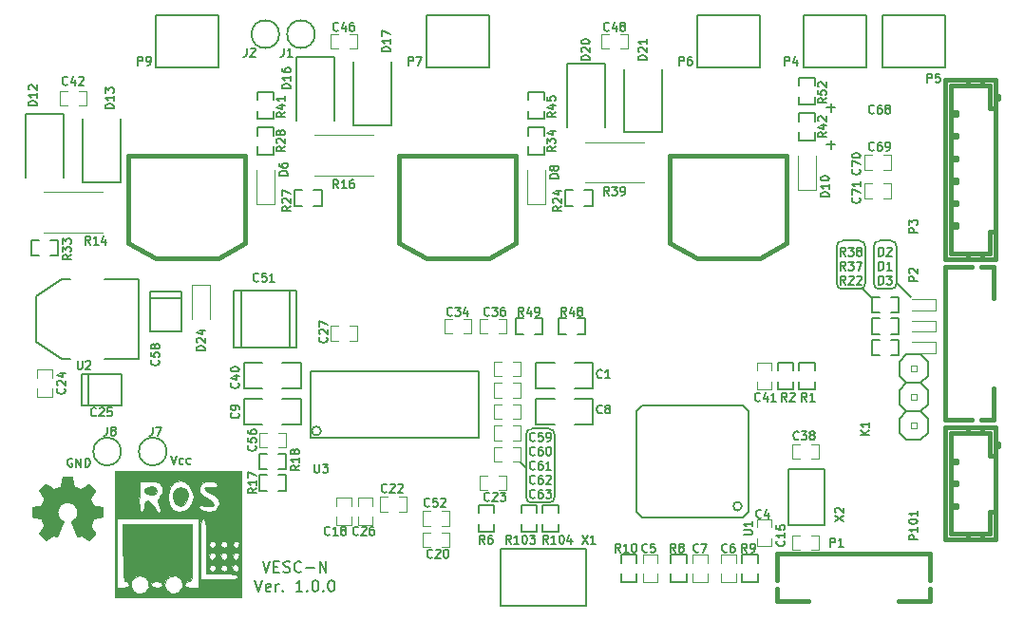
<source format=gbr>
G04 #@! TF.FileFunction,Legend,Top*
%FSLAX46Y46*%
G04 Gerber Fmt 4.6, Leading zero omitted, Abs format (unit mm)*
G04 Created by KiCad (PCBNEW 4.0.7-e1-6374~58~ubuntu14.04.1) date Fri Aug 18 10:51:15 2017*
%MOMM*%
%LPD*%
G01*
G04 APERTURE LIST*
%ADD10C,0.100000*%
%ADD11C,0.150000*%
%ADD12C,0.200000*%
%ADD13C,0.127000*%
%ADD14C,0.119380*%
%ADD15C,0.120000*%
%ADD16C,0.066040*%
%ADD17C,0.152400*%
%ADD18C,0.381000*%
%ADD19C,0.203200*%
%ADD20C,0.200660*%
%ADD21C,0.010000*%
G04 APERTURE END LIST*
D10*
D11*
X44386572Y-72777000D02*
X44315143Y-72741286D01*
X44208000Y-72741286D01*
X44100857Y-72777000D01*
X44029429Y-72848429D01*
X43993714Y-72919857D01*
X43958000Y-73062714D01*
X43958000Y-73169857D01*
X43993714Y-73312714D01*
X44029429Y-73384143D01*
X44100857Y-73455571D01*
X44208000Y-73491286D01*
X44279429Y-73491286D01*
X44386572Y-73455571D01*
X44422286Y-73419857D01*
X44422286Y-73169857D01*
X44279429Y-73169857D01*
X44743714Y-73491286D02*
X44743714Y-72741286D01*
X45172286Y-73491286D01*
X45172286Y-72741286D01*
X45529428Y-73491286D02*
X45529428Y-72741286D01*
X45708000Y-72741286D01*
X45815143Y-72777000D01*
X45886571Y-72848429D01*
X45922286Y-72919857D01*
X45958000Y-73062714D01*
X45958000Y-73169857D01*
X45922286Y-73312714D01*
X45886571Y-73384143D01*
X45815143Y-73455571D01*
X45708000Y-73491286D01*
X45529428Y-73491286D01*
X53209144Y-72487286D02*
X53459144Y-73237286D01*
X53709144Y-72487286D01*
X54280572Y-73201571D02*
X54209143Y-73237286D01*
X54066286Y-73237286D01*
X53994858Y-73201571D01*
X53959143Y-73165857D01*
X53923429Y-73094429D01*
X53923429Y-72880143D01*
X53959143Y-72808714D01*
X53994858Y-72773000D01*
X54066286Y-72737286D01*
X54209143Y-72737286D01*
X54280572Y-72773000D01*
X54923429Y-73201571D02*
X54852000Y-73237286D01*
X54709143Y-73237286D01*
X54637715Y-73201571D01*
X54602000Y-73165857D01*
X54566286Y-73094429D01*
X54566286Y-72880143D01*
X54602000Y-72808714D01*
X54637715Y-72773000D01*
X54709143Y-72737286D01*
X54852000Y-72737286D01*
X54923429Y-72773000D01*
D12*
X61357238Y-81914381D02*
X61690571Y-82914381D01*
X62023905Y-81914381D01*
X62357238Y-82390571D02*
X62690572Y-82390571D01*
X62833429Y-82914381D02*
X62357238Y-82914381D01*
X62357238Y-81914381D01*
X62833429Y-81914381D01*
X63214381Y-82866762D02*
X63357238Y-82914381D01*
X63595334Y-82914381D01*
X63690572Y-82866762D01*
X63738191Y-82819143D01*
X63785810Y-82723905D01*
X63785810Y-82628667D01*
X63738191Y-82533429D01*
X63690572Y-82485810D01*
X63595334Y-82438190D01*
X63404857Y-82390571D01*
X63309619Y-82342952D01*
X63262000Y-82295333D01*
X63214381Y-82200095D01*
X63214381Y-82104857D01*
X63262000Y-82009619D01*
X63309619Y-81962000D01*
X63404857Y-81914381D01*
X63642953Y-81914381D01*
X63785810Y-81962000D01*
X64785810Y-82819143D02*
X64738191Y-82866762D01*
X64595334Y-82914381D01*
X64500096Y-82914381D01*
X64357238Y-82866762D01*
X64262000Y-82771524D01*
X64214381Y-82676286D01*
X64166762Y-82485810D01*
X64166762Y-82342952D01*
X64214381Y-82152476D01*
X64262000Y-82057238D01*
X64357238Y-81962000D01*
X64500096Y-81914381D01*
X64595334Y-81914381D01*
X64738191Y-81962000D01*
X64785810Y-82009619D01*
X65214381Y-82533429D02*
X65976286Y-82533429D01*
X66452476Y-82914381D02*
X66452476Y-81914381D01*
X67023905Y-82914381D01*
X67023905Y-81914381D01*
X60666762Y-83614381D02*
X61000095Y-84614381D01*
X61333429Y-83614381D01*
X62047715Y-84566762D02*
X61952477Y-84614381D01*
X61762000Y-84614381D01*
X61666762Y-84566762D01*
X61619143Y-84471524D01*
X61619143Y-84090571D01*
X61666762Y-83995333D01*
X61762000Y-83947714D01*
X61952477Y-83947714D01*
X62047715Y-83995333D01*
X62095334Y-84090571D01*
X62095334Y-84185810D01*
X61619143Y-84281048D01*
X62523905Y-84614381D02*
X62523905Y-83947714D01*
X62523905Y-84138190D02*
X62571524Y-84042952D01*
X62619143Y-83995333D01*
X62714381Y-83947714D01*
X62809620Y-83947714D01*
X63142953Y-84519143D02*
X63190572Y-84566762D01*
X63142953Y-84614381D01*
X63095334Y-84566762D01*
X63142953Y-84519143D01*
X63142953Y-84614381D01*
X64904858Y-84614381D02*
X64333429Y-84614381D01*
X64619143Y-84614381D02*
X64619143Y-83614381D01*
X64523905Y-83757238D01*
X64428667Y-83852476D01*
X64333429Y-83900095D01*
X65333429Y-84519143D02*
X65381048Y-84566762D01*
X65333429Y-84614381D01*
X65285810Y-84566762D01*
X65333429Y-84519143D01*
X65333429Y-84614381D01*
X66000095Y-83614381D02*
X66095334Y-83614381D01*
X66190572Y-83662000D01*
X66238191Y-83709619D01*
X66285810Y-83804857D01*
X66333429Y-83995333D01*
X66333429Y-84233429D01*
X66285810Y-84423905D01*
X66238191Y-84519143D01*
X66190572Y-84566762D01*
X66095334Y-84614381D01*
X66000095Y-84614381D01*
X65904857Y-84566762D01*
X65857238Y-84519143D01*
X65809619Y-84423905D01*
X65762000Y-84233429D01*
X65762000Y-83995333D01*
X65809619Y-83804857D01*
X65857238Y-83709619D01*
X65904857Y-83662000D01*
X66000095Y-83614381D01*
X66762000Y-84519143D02*
X66809619Y-84566762D01*
X66762000Y-84614381D01*
X66714381Y-84566762D01*
X66762000Y-84519143D01*
X66762000Y-84614381D01*
X67428666Y-83614381D02*
X67523905Y-83614381D01*
X67619143Y-83662000D01*
X67666762Y-83709619D01*
X67714381Y-83804857D01*
X67762000Y-83995333D01*
X67762000Y-84233429D01*
X67714381Y-84423905D01*
X67666762Y-84519143D01*
X67619143Y-84566762D01*
X67523905Y-84614381D01*
X67428666Y-84614381D01*
X67333428Y-84566762D01*
X67285809Y-84519143D01*
X67238190Y-84423905D01*
X67190571Y-84233429D01*
X67190571Y-83995333D01*
X67238190Y-83804857D01*
X67285809Y-83709619D01*
X67333428Y-83662000D01*
X67428666Y-83614381D01*
X84836000Y-73660000D02*
X84328000Y-73152000D01*
X84836000Y-76200000D02*
X84836000Y-70612000D01*
X86868000Y-70104000D02*
X85344000Y-70104000D01*
X87376000Y-76200000D02*
X87376000Y-70612000D01*
X85344000Y-76708000D02*
X86868000Y-76708000D01*
X85344000Y-70104000D02*
G75*
G03X84836000Y-70612000I0J-508000D01*
G01*
X87376000Y-70612000D02*
G75*
G03X86868000Y-70104000I-508000J0D01*
G01*
X86868000Y-76708000D02*
G75*
G03X87376000Y-76200000I0J508000D01*
G01*
X84836000Y-76200000D02*
G75*
G03X85344000Y-76708000I508000J0D01*
G01*
X114808000Y-57658000D02*
X115570000Y-58420000D01*
X117856000Y-57150000D02*
X119126000Y-58420000D01*
X116332000Y-57658000D02*
X117348000Y-57658000D01*
X114554000Y-57658000D02*
X113030000Y-57658000D01*
X117856000Y-57150000D02*
X117856000Y-53848000D01*
X115824000Y-53848000D02*
X115824000Y-57150000D01*
X115062000Y-57150000D02*
X115062000Y-53848000D01*
X112522000Y-53848000D02*
X112522000Y-57150000D01*
X117348000Y-57658000D02*
G75*
G03X117856000Y-57150000I0J508000D01*
G01*
X114554000Y-57658000D02*
G75*
G03X115062000Y-57150000I0J508000D01*
G01*
X115824000Y-57150000D02*
G75*
G03X116332000Y-57658000I508000J0D01*
G01*
X112522000Y-57150000D02*
G75*
G03X113030000Y-57658000I508000J0D01*
G01*
X117348000Y-53340000D02*
X116332000Y-53340000D01*
X117856000Y-53848000D02*
G75*
G03X117348000Y-53340000I-508000J0D01*
G01*
X116332000Y-53340000D02*
G75*
G03X115824000Y-53848000I0J-508000D01*
G01*
X113030000Y-53340000D02*
X114554000Y-53340000D01*
X115062000Y-53848000D02*
G75*
G03X114554000Y-53340000I-508000J0D01*
G01*
X113030000Y-53340000D02*
G75*
G03X112522000Y-53848000I0J-508000D01*
G01*
D13*
X90805000Y-66548000D02*
X90805000Y-64262000D01*
X90805000Y-64262000D02*
X89154000Y-64262000D01*
X87376000Y-66548000D02*
X85725000Y-66548000D01*
X85725000Y-66548000D02*
X85725000Y-64262000D01*
X85725000Y-64262000D02*
X87376000Y-64262000D01*
X89154000Y-66548000D02*
X90805000Y-66548000D01*
D14*
X105394760Y-79875380D02*
X105394760Y-80573880D01*
X105394760Y-78874620D02*
X105394760Y-78176120D01*
X106695240Y-79875380D02*
X106695240Y-80573880D01*
X106695240Y-78176120D02*
X106695240Y-78874620D01*
X106680000Y-80573880D02*
X105410000Y-80573880D01*
X105410000Y-78176120D02*
X106680000Y-78176120D01*
X95234760Y-83050380D02*
X95234760Y-83748880D01*
X95234760Y-82049620D02*
X95234760Y-81351120D01*
X96535240Y-83050380D02*
X96535240Y-83748880D01*
X96535240Y-81351120D02*
X96535240Y-82049620D01*
X96520000Y-83748880D02*
X95250000Y-83748880D01*
X95250000Y-81351120D02*
X96520000Y-81351120D01*
X102219760Y-83050380D02*
X102219760Y-83748880D01*
X102219760Y-82049620D02*
X102219760Y-81351120D01*
X103520240Y-83050380D02*
X103520240Y-83748880D01*
X103520240Y-81351120D02*
X103520240Y-82049620D01*
X103505000Y-83748880D02*
X102235000Y-83748880D01*
X102235000Y-81351120D02*
X103505000Y-81351120D01*
X99679760Y-83050380D02*
X99679760Y-83748880D01*
X99679760Y-82049620D02*
X99679760Y-81351120D01*
X100980240Y-83050380D02*
X100980240Y-83748880D01*
X100980240Y-81351120D02*
X100980240Y-82049620D01*
X100965000Y-83748880D02*
X99695000Y-83748880D01*
X99695000Y-81351120D02*
X100965000Y-81351120D01*
D13*
X90805000Y-69723000D02*
X90805000Y-67437000D01*
X90805000Y-67437000D02*
X89154000Y-67437000D01*
X87376000Y-69723000D02*
X85725000Y-69723000D01*
X85725000Y-69723000D02*
X85725000Y-67437000D01*
X85725000Y-67437000D02*
X87376000Y-67437000D01*
X89154000Y-69723000D02*
X90805000Y-69723000D01*
X59690000Y-67437000D02*
X59690000Y-69723000D01*
X59690000Y-69723000D02*
X61341000Y-69723000D01*
X63119000Y-67437000D02*
X64770000Y-67437000D01*
X64770000Y-67437000D02*
X64770000Y-69723000D01*
X64770000Y-69723000D02*
X63119000Y-69723000D01*
X61341000Y-67437000D02*
X59690000Y-67437000D01*
D14*
X109227620Y-79613760D02*
X108529120Y-79613760D01*
X110228380Y-79613760D02*
X110926880Y-79613760D01*
X109227620Y-80914240D02*
X108529120Y-80914240D01*
X110926880Y-80914240D02*
X110228380Y-80914240D01*
X108529120Y-80899000D02*
X108529120Y-79629000D01*
X110926880Y-79629000D02*
X110926880Y-80899000D01*
X67929760Y-77970380D02*
X67929760Y-78668880D01*
X67929760Y-76969620D02*
X67929760Y-76271120D01*
X69230240Y-77970380D02*
X69230240Y-78668880D01*
X69230240Y-76271120D02*
X69230240Y-76969620D01*
X69215000Y-78668880D02*
X67945000Y-78668880D01*
X67945000Y-76271120D02*
X69215000Y-76271120D01*
X76334620Y-79359760D02*
X75636120Y-79359760D01*
X77335380Y-79359760D02*
X78033880Y-79359760D01*
X76334620Y-80660240D02*
X75636120Y-80660240D01*
X78033880Y-80660240D02*
X77335380Y-80660240D01*
X75636120Y-80645000D02*
X75636120Y-79375000D01*
X78033880Y-79375000D02*
X78033880Y-80645000D01*
X73525380Y-77485240D02*
X74223880Y-77485240D01*
X72524620Y-77485240D02*
X71826120Y-77485240D01*
X73525380Y-76184760D02*
X74223880Y-76184760D01*
X71826120Y-76184760D02*
X72524620Y-76184760D01*
X74223880Y-76200000D02*
X74223880Y-77470000D01*
X71826120Y-77470000D02*
X71826120Y-76200000D01*
X81414620Y-74279760D02*
X80716120Y-74279760D01*
X82415380Y-74279760D02*
X83113880Y-74279760D01*
X81414620Y-75580240D02*
X80716120Y-75580240D01*
X83113880Y-75580240D02*
X82415380Y-75580240D01*
X80716120Y-75565000D02*
X80716120Y-74295000D01*
X83113880Y-74295000D02*
X83113880Y-75565000D01*
X41259760Y-66540380D02*
X41259760Y-67238880D01*
X41259760Y-65539620D02*
X41259760Y-64841120D01*
X42560240Y-66540380D02*
X42560240Y-67238880D01*
X42560240Y-64841120D02*
X42560240Y-65539620D01*
X42545000Y-67238880D02*
X41275000Y-67238880D01*
X41275000Y-64841120D02*
X42545000Y-64841120D01*
D13*
X45783500Y-68072000D02*
X45783500Y-65278000D01*
X45212000Y-68072000D02*
X48768000Y-68072000D01*
X48768000Y-68072000D02*
X48768000Y-65278000D01*
X48768000Y-65278000D02*
X45212000Y-65278000D01*
X45212000Y-65278000D02*
X45212000Y-68072000D01*
D14*
X69834760Y-77970380D02*
X69834760Y-78668880D01*
X69834760Y-76969620D02*
X69834760Y-76271120D01*
X71135240Y-77970380D02*
X71135240Y-78668880D01*
X71135240Y-76271120D02*
X71135240Y-76969620D01*
X71120000Y-78668880D02*
X69850000Y-78668880D01*
X69850000Y-76271120D02*
X71120000Y-76271120D01*
X68079620Y-60944760D02*
X67381120Y-60944760D01*
X69080380Y-60944760D02*
X69778880Y-60944760D01*
X68079620Y-62245240D02*
X67381120Y-62245240D01*
X69778880Y-62245240D02*
X69080380Y-62245240D01*
X67381120Y-62230000D02*
X67381120Y-60960000D01*
X69778880Y-60960000D02*
X69778880Y-62230000D01*
X79240380Y-61610240D02*
X79938880Y-61610240D01*
X78239620Y-61610240D02*
X77541120Y-61610240D01*
X79240380Y-60309760D02*
X79938880Y-60309760D01*
X77541120Y-60309760D02*
X78239620Y-60309760D01*
X79938880Y-60325000D02*
X79938880Y-61595000D01*
X77541120Y-61595000D02*
X77541120Y-60325000D01*
X82415380Y-61610240D02*
X83113880Y-61610240D01*
X81414620Y-61610240D02*
X80716120Y-61610240D01*
X82415380Y-60309760D02*
X83113880Y-60309760D01*
X80716120Y-60309760D02*
X81414620Y-60309760D01*
X83113880Y-60325000D02*
X83113880Y-61595000D01*
X80716120Y-61595000D02*
X80716120Y-60325000D01*
X110228380Y-72786240D02*
X110926880Y-72786240D01*
X109227620Y-72786240D02*
X108529120Y-72786240D01*
X110228380Y-71485760D02*
X110926880Y-71485760D01*
X108529120Y-71485760D02*
X109227620Y-71485760D01*
X110926880Y-71501000D02*
X110926880Y-72771000D01*
X108529120Y-72771000D02*
X108529120Y-71501000D01*
D13*
X59690000Y-64262000D02*
X59690000Y-66548000D01*
X59690000Y-66548000D02*
X61341000Y-66548000D01*
X63119000Y-64262000D02*
X64770000Y-64262000D01*
X64770000Y-64262000D02*
X64770000Y-66548000D01*
X64770000Y-66548000D02*
X63119000Y-66548000D01*
X61341000Y-64262000D02*
X59690000Y-64262000D01*
D14*
X105394760Y-65905380D02*
X105394760Y-66603880D01*
X105394760Y-64904620D02*
X105394760Y-64206120D01*
X106695240Y-65905380D02*
X106695240Y-66603880D01*
X106695240Y-64206120D02*
X106695240Y-64904620D01*
X106680000Y-66603880D02*
X105410000Y-66603880D01*
X105410000Y-64206120D02*
X106680000Y-64206120D01*
X44950380Y-41290240D02*
X45648880Y-41290240D01*
X43949620Y-41290240D02*
X43251120Y-41290240D01*
X44950380Y-39989760D02*
X45648880Y-39989760D01*
X43251120Y-39989760D02*
X43949620Y-39989760D01*
X45648880Y-40005000D02*
X45648880Y-41275000D01*
X43251120Y-41275000D02*
X43251120Y-40005000D01*
X69080380Y-36210240D02*
X69778880Y-36210240D01*
X68079620Y-36210240D02*
X67381120Y-36210240D01*
X69080380Y-34909760D02*
X69778880Y-34909760D01*
X67381120Y-34909760D02*
X68079620Y-34909760D01*
X69778880Y-34925000D02*
X69778880Y-36195000D01*
X67381120Y-36195000D02*
X67381120Y-34925000D01*
X93210380Y-36210240D02*
X93908880Y-36210240D01*
X92209620Y-36210240D02*
X91511120Y-36210240D01*
X93210380Y-34909760D02*
X93908880Y-34909760D01*
X91511120Y-34909760D02*
X92209620Y-34909760D01*
X93908880Y-34925000D02*
X93908880Y-36195000D01*
X91511120Y-36195000D02*
X91511120Y-34925000D01*
D13*
X59436000Y-62865000D02*
X59436000Y-57785000D01*
X63754000Y-62865000D02*
X63754000Y-57785000D01*
X64389000Y-62865000D02*
X58801000Y-62865000D01*
X58801000Y-62865000D02*
X58801000Y-57785000D01*
X58801000Y-57785000D02*
X64389000Y-57785000D01*
X64389000Y-57785000D02*
X64389000Y-62865000D01*
D14*
X76334620Y-77454760D02*
X75636120Y-77454760D01*
X77335380Y-77454760D02*
X78033880Y-77454760D01*
X76334620Y-78755240D02*
X75636120Y-78755240D01*
X78033880Y-78755240D02*
X77335380Y-78755240D01*
X75636120Y-78740000D02*
X75636120Y-77470000D01*
X78033880Y-77470000D02*
X78033880Y-78740000D01*
X61729620Y-70469760D02*
X61031120Y-70469760D01*
X62730380Y-70469760D02*
X63428880Y-70469760D01*
X61729620Y-71770240D02*
X61031120Y-71770240D01*
X63428880Y-71770240D02*
X62730380Y-71770240D01*
X61031120Y-71755000D02*
X61031120Y-70485000D01*
X63428880Y-70485000D02*
X63428880Y-71755000D01*
D13*
X51308000Y-58483500D02*
X54102000Y-58483500D01*
X51308000Y-57912000D02*
X51308000Y-61468000D01*
X51308000Y-61468000D02*
X54102000Y-61468000D01*
X54102000Y-61468000D02*
X54102000Y-57912000D01*
X54102000Y-57912000D02*
X51308000Y-57912000D01*
D14*
X82684620Y-64119760D02*
X81986120Y-64119760D01*
X83685380Y-64119760D02*
X84383880Y-64119760D01*
X82684620Y-65420240D02*
X81986120Y-65420240D01*
X84383880Y-65420240D02*
X83685380Y-65420240D01*
X81986120Y-65405000D02*
X81986120Y-64135000D01*
X84383880Y-64135000D02*
X84383880Y-65405000D01*
X82684620Y-66024760D02*
X81986120Y-66024760D01*
X83685380Y-66024760D02*
X84383880Y-66024760D01*
X82684620Y-67325240D02*
X81986120Y-67325240D01*
X84383880Y-67325240D02*
X83685380Y-67325240D01*
X81986120Y-67310000D02*
X81986120Y-66040000D01*
X84383880Y-66040000D02*
X84383880Y-67310000D01*
X82684620Y-67929760D02*
X81986120Y-67929760D01*
X83685380Y-67929760D02*
X84383880Y-67929760D01*
X82684620Y-69230240D02*
X81986120Y-69230240D01*
X84383880Y-69230240D02*
X83685380Y-69230240D01*
X81986120Y-69215000D02*
X81986120Y-67945000D01*
X84383880Y-67945000D02*
X84383880Y-69215000D01*
X82684620Y-69834760D02*
X81986120Y-69834760D01*
X83685380Y-69834760D02*
X84383880Y-69834760D01*
X82684620Y-71135240D02*
X81986120Y-71135240D01*
X84383880Y-71135240D02*
X83685380Y-71135240D01*
X81986120Y-71120000D02*
X81986120Y-69850000D01*
X84383880Y-69850000D02*
X84383880Y-71120000D01*
X82684620Y-71739760D02*
X81986120Y-71739760D01*
X83685380Y-71739760D02*
X84383880Y-71739760D01*
X82684620Y-73040240D02*
X81986120Y-73040240D01*
X84383880Y-73040240D02*
X83685380Y-73040240D01*
X81986120Y-73025000D02*
X81986120Y-71755000D01*
X84383880Y-71755000D02*
X84383880Y-73025000D01*
D15*
X62395000Y-47010000D02*
X62395000Y-50060000D01*
X62395000Y-50060000D02*
X60795000Y-50060000D01*
X60795000Y-50060000D02*
X60795000Y-47010000D01*
X86525000Y-47010000D02*
X86525000Y-50060000D01*
X86525000Y-50060000D02*
X84925000Y-50060000D01*
X84925000Y-50060000D02*
X84925000Y-47010000D01*
X110655000Y-45740000D02*
X110655000Y-48790000D01*
X110655000Y-48790000D02*
X109055000Y-48790000D01*
X109055000Y-48790000D02*
X109055000Y-45740000D01*
D11*
X45275500Y-42481500D02*
X45275500Y-48133000D01*
X45275500Y-48133000D02*
X48704500Y-48133000D01*
X48704500Y-48133000D02*
X48704500Y-42481500D01*
X43624500Y-47688500D02*
X43624500Y-42037000D01*
X43624500Y-42037000D02*
X40195500Y-42037000D01*
X40195500Y-42037000D02*
X40195500Y-47688500D01*
X69405500Y-37401500D02*
X69405500Y-43053000D01*
X69405500Y-43053000D02*
X72834500Y-43053000D01*
X72834500Y-43053000D02*
X72834500Y-37401500D01*
X67754500Y-42608500D02*
X67754500Y-36957000D01*
X67754500Y-36957000D02*
X64325500Y-36957000D01*
X64325500Y-36957000D02*
X64325500Y-42608500D01*
X93535500Y-38036500D02*
X93535500Y-43688000D01*
X93535500Y-43688000D02*
X96964500Y-43688000D01*
X96964500Y-43688000D02*
X96964500Y-38036500D01*
X91884500Y-43243500D02*
X91884500Y-37592000D01*
X91884500Y-37592000D02*
X88455500Y-37592000D01*
X88455500Y-37592000D02*
X88455500Y-43243500D01*
D15*
X55080000Y-60305000D02*
X55080000Y-57255000D01*
X55080000Y-57255000D02*
X56680000Y-57255000D01*
X56680000Y-57255000D02*
X56680000Y-60305000D01*
D16*
X119634000Y-67564000D02*
X119634000Y-67056000D01*
X119634000Y-67056000D02*
X119126000Y-67056000D01*
X119126000Y-67564000D02*
X119126000Y-67056000D01*
X119634000Y-67564000D02*
X119126000Y-67564000D01*
X119634000Y-70104000D02*
X119634000Y-69596000D01*
X119634000Y-69596000D02*
X119126000Y-69596000D01*
X119126000Y-70104000D02*
X119126000Y-69596000D01*
X119634000Y-70104000D02*
X119126000Y-70104000D01*
X119634000Y-65024000D02*
X119634000Y-64516000D01*
X119634000Y-64516000D02*
X119126000Y-64516000D01*
X119126000Y-65024000D02*
X119126000Y-64516000D01*
X119634000Y-65024000D02*
X119126000Y-65024000D01*
D17*
X118110000Y-70485000D02*
X118110000Y-69215000D01*
X118110000Y-69215000D02*
X118745000Y-68580000D01*
X118745000Y-68580000D02*
X120015000Y-68580000D01*
X120015000Y-68580000D02*
X120650000Y-69215000D01*
X118745000Y-68580000D02*
X118110000Y-67945000D01*
X118110000Y-67945000D02*
X118110000Y-66675000D01*
X118110000Y-66675000D02*
X118745000Y-66040000D01*
X118745000Y-66040000D02*
X120015000Y-66040000D01*
X120015000Y-66040000D02*
X120650000Y-66675000D01*
X120650000Y-66675000D02*
X120650000Y-67945000D01*
X120650000Y-67945000D02*
X120015000Y-68580000D01*
X118745000Y-71120000D02*
X120015000Y-71120000D01*
X118110000Y-70485000D02*
X118745000Y-71120000D01*
X120015000Y-71120000D02*
X120650000Y-70485000D01*
X120650000Y-69215000D02*
X120650000Y-70485000D01*
X118745000Y-66040000D02*
X118110000Y-65405000D01*
X118110000Y-65405000D02*
X118110000Y-64135000D01*
X118110000Y-64135000D02*
X118745000Y-63500000D01*
X118745000Y-63500000D02*
X120015000Y-63500000D01*
X120015000Y-63500000D02*
X120650000Y-64135000D01*
X120650000Y-64135000D02*
X120650000Y-65405000D01*
X120650000Y-65405000D02*
X120015000Y-66040000D01*
D18*
X120799580Y-85501140D02*
X120799580Y-84398780D01*
X120799580Y-81200920D02*
X120799580Y-83601220D01*
X107200420Y-85501140D02*
X107200420Y-84398780D01*
X107200420Y-81200920D02*
X107200420Y-83601220D01*
X109999500Y-85501140D02*
X107200420Y-85501140D01*
X107200420Y-81200920D02*
X120799580Y-81200920D01*
X120799580Y-85501140D02*
X118000500Y-85501140D01*
X126501140Y-55700420D02*
X125398780Y-55700420D01*
X122200920Y-55700420D02*
X124601220Y-55700420D01*
X126501140Y-69299580D02*
X125398780Y-69299580D01*
X122200920Y-69299580D02*
X124601220Y-69299580D01*
X126501140Y-66500500D02*
X126501140Y-69299580D01*
X122200920Y-69299580D02*
X122200920Y-55700420D01*
X126501140Y-55700420D02*
X126501140Y-58499500D01*
X126699260Y-38999000D02*
X126699260Y-55001000D01*
X122698760Y-54500620D02*
X122698760Y-39499380D01*
X122200920Y-38999000D02*
X122200920Y-55001000D01*
X122698760Y-51897120D02*
X123199140Y-51897120D01*
X123199140Y-51897120D02*
X123199140Y-52095240D01*
X123199140Y-52095240D02*
X122698760Y-52095240D01*
X122698760Y-47896620D02*
X123199140Y-47896620D01*
X123199140Y-47896620D02*
X123199140Y-48094740D01*
X123199140Y-48094740D02*
X122698760Y-48094740D01*
X123199140Y-50096260D02*
X122698760Y-50096260D01*
X123199140Y-49898140D02*
X123199140Y-50096260D01*
X122698760Y-49898140D02*
X123199140Y-49898140D01*
X123199140Y-44096780D02*
X122698760Y-44096780D01*
X123199140Y-43898660D02*
X123199140Y-44096780D01*
X122698760Y-43898660D02*
X123199140Y-43898660D01*
X123199140Y-42095260D02*
X122698760Y-42095260D01*
X123199140Y-41897140D02*
X123199140Y-42095260D01*
X122698760Y-41897140D02*
X123199140Y-41897140D01*
X122698760Y-45897640D02*
X123199140Y-45897640D01*
X123199140Y-45897640D02*
X123199140Y-46095760D01*
X123199140Y-46095760D02*
X122698760Y-46095760D01*
X125500380Y-54998460D02*
X125500380Y-54498080D01*
X124199900Y-54498080D02*
X124199900Y-54998460D01*
X124199900Y-39496840D02*
X124199900Y-38996460D01*
X125500380Y-39496840D02*
X125500380Y-38996460D01*
X126699260Y-41495820D02*
X126198880Y-41495820D01*
X126198880Y-41495820D02*
X126198880Y-39496840D01*
X126198880Y-39496840D02*
X122698760Y-39496840D01*
X122698760Y-54498080D02*
X126198880Y-54498080D01*
X126198880Y-54498080D02*
X126198880Y-52499100D01*
X126198880Y-52499100D02*
X126699260Y-52499100D01*
X126699260Y-38996460D02*
X122200920Y-38996460D01*
X126699260Y-54998460D02*
X122200920Y-54998460D01*
X126699260Y-40695720D02*
X126899920Y-40695720D01*
X126899920Y-40695720D02*
X126899920Y-40396000D01*
X126899920Y-40396000D02*
X126699260Y-40396000D01*
D11*
X109595000Y-37860000D02*
X109595000Y-33260000D01*
X109595000Y-33260000D02*
X115195000Y-33260000D01*
X115195000Y-33260000D02*
X115195000Y-37860000D01*
X115195000Y-37860000D02*
X109595000Y-37860000D01*
X116580000Y-37860000D02*
X116580000Y-33260000D01*
X116580000Y-33260000D02*
X122180000Y-33260000D01*
X122180000Y-33260000D02*
X122180000Y-37860000D01*
X122180000Y-37860000D02*
X116580000Y-37860000D01*
X100070000Y-37860000D02*
X100070000Y-33260000D01*
X100070000Y-33260000D02*
X105670000Y-33260000D01*
X105670000Y-33260000D02*
X105670000Y-37860000D01*
X105670000Y-37860000D02*
X100070000Y-37860000D01*
X75940000Y-37860000D02*
X75940000Y-33260000D01*
X75940000Y-33260000D02*
X81540000Y-33260000D01*
X81540000Y-33260000D02*
X81540000Y-37860000D01*
X81540000Y-37860000D02*
X75940000Y-37860000D01*
X51810000Y-37860000D02*
X51810000Y-33260000D01*
X51810000Y-33260000D02*
X57410000Y-33260000D01*
X57410000Y-33260000D02*
X57410000Y-37860000D01*
X57410000Y-37860000D02*
X51810000Y-37860000D01*
D18*
X123199140Y-75099060D02*
X122698760Y-75099060D01*
X123199140Y-74900940D02*
X123199140Y-75099060D01*
X122698760Y-74900940D02*
X123199140Y-74900940D01*
X122200920Y-69998740D02*
X122200920Y-80001260D01*
X122698760Y-79500880D02*
X122698760Y-70499120D01*
X126699260Y-69998740D02*
X126699260Y-80001260D01*
X123199140Y-73097540D02*
X122698760Y-73097540D01*
X123199140Y-72899420D02*
X123199140Y-73097540D01*
X122698760Y-72899420D02*
X123199140Y-72899420D01*
X122698760Y-76899920D02*
X123199140Y-76899920D01*
X123199140Y-76899920D02*
X123199140Y-77098040D01*
X123199140Y-77098040D02*
X122698760Y-77098040D01*
X125500380Y-80001260D02*
X125500380Y-79500880D01*
X124199900Y-79500880D02*
X124199900Y-80001260D01*
X124199900Y-70499120D02*
X124199900Y-69998740D01*
X125500380Y-70499120D02*
X125500380Y-69998740D01*
X126699260Y-72498100D02*
X126198880Y-72498100D01*
X126198880Y-72498100D02*
X126198880Y-70499120D01*
X126198880Y-70499120D02*
X122698760Y-70499120D01*
X122698760Y-79500880D02*
X126198880Y-79500880D01*
X126198880Y-79500880D02*
X126198880Y-77501900D01*
X126198880Y-77501900D02*
X126699260Y-77501900D01*
X126699260Y-69998740D02*
X122200920Y-69998740D01*
X126699260Y-80001260D02*
X122200920Y-80001260D01*
X126699260Y-71698000D02*
X126899920Y-71698000D01*
X126899920Y-71698000D02*
X126899920Y-71398280D01*
X126899920Y-71398280D02*
X126699260Y-71398280D01*
X49410620Y-45786040D02*
X59809380Y-45786040D01*
X59809380Y-45786040D02*
X59809380Y-53583840D01*
X59809380Y-53583840D02*
X57409080Y-54884320D01*
X57409080Y-54884320D02*
X51810920Y-54884320D01*
X51810920Y-54884320D02*
X49410620Y-53583840D01*
X49410620Y-53583840D02*
X49410620Y-45786040D01*
X73540620Y-45786040D02*
X83939380Y-45786040D01*
X83939380Y-45786040D02*
X83939380Y-53583840D01*
X83939380Y-53583840D02*
X81539080Y-54884320D01*
X81539080Y-54884320D02*
X75940920Y-54884320D01*
X75940920Y-54884320D02*
X73540620Y-53583840D01*
X73540620Y-53583840D02*
X73540620Y-45786040D01*
X97670620Y-45786040D02*
X108069380Y-45786040D01*
X108069380Y-45786040D02*
X108069380Y-53583840D01*
X108069380Y-53583840D02*
X105669080Y-54884320D01*
X105669080Y-54884320D02*
X100070920Y-54884320D01*
X100070920Y-54884320D02*
X97670620Y-53583840D01*
X97670620Y-53583840D02*
X97670620Y-45786040D01*
D13*
X110553500Y-64904620D02*
X110553500Y-64198500D01*
X110553500Y-64198500D02*
X109156500Y-64198500D01*
X109156500Y-64198500D02*
X109156500Y-64904620D01*
X110553500Y-66611500D02*
X110553500Y-65905380D01*
X110553500Y-66611500D02*
X109156500Y-66611500D01*
X109156500Y-66611500D02*
X109156500Y-65905380D01*
X108648500Y-64904620D02*
X108648500Y-64198500D01*
X108648500Y-64198500D02*
X107251500Y-64198500D01*
X107251500Y-64198500D02*
X107251500Y-64904620D01*
X108648500Y-66611500D02*
X108648500Y-65905380D01*
X108648500Y-66611500D02*
X107251500Y-66611500D01*
X107251500Y-66611500D02*
X107251500Y-65905380D01*
X80581500Y-78605380D02*
X80581500Y-79311500D01*
X80581500Y-79311500D02*
X81978500Y-79311500D01*
X81978500Y-79311500D02*
X81978500Y-78605380D01*
X80581500Y-76898500D02*
X80581500Y-77604620D01*
X80581500Y-76898500D02*
X81978500Y-76898500D01*
X81978500Y-76898500D02*
X81978500Y-77604620D01*
X97726500Y-83050380D02*
X97726500Y-83756500D01*
X97726500Y-83756500D02*
X99123500Y-83756500D01*
X99123500Y-83756500D02*
X99123500Y-83050380D01*
X97726500Y-81343500D02*
X97726500Y-82049620D01*
X97726500Y-81343500D02*
X99123500Y-81343500D01*
X99123500Y-81343500D02*
X99123500Y-82049620D01*
X104076500Y-83050380D02*
X104076500Y-83756500D01*
X104076500Y-83756500D02*
X105473500Y-83756500D01*
X105473500Y-83756500D02*
X105473500Y-83050380D01*
X104076500Y-81343500D02*
X104076500Y-82049620D01*
X104076500Y-81343500D02*
X105473500Y-81343500D01*
X105473500Y-81343500D02*
X105473500Y-82049620D01*
X93281500Y-83050380D02*
X93281500Y-83756500D01*
X93281500Y-83756500D02*
X94678500Y-83756500D01*
X94678500Y-83756500D02*
X94678500Y-83050380D01*
X93281500Y-81343500D02*
X93281500Y-82049620D01*
X93281500Y-81343500D02*
X94678500Y-81343500D01*
X94678500Y-81343500D02*
X94678500Y-82049620D01*
D15*
X41850000Y-48980000D02*
X47050000Y-48980000D01*
X47050000Y-52620000D02*
X41850000Y-52620000D01*
X65980000Y-43900000D02*
X71180000Y-43900000D01*
X71180000Y-47540000D02*
X65980000Y-47540000D01*
D13*
X61729620Y-74231500D02*
X61023500Y-74231500D01*
X61023500Y-74231500D02*
X61023500Y-75628500D01*
X61023500Y-75628500D02*
X61729620Y-75628500D01*
X63436500Y-74231500D02*
X62730380Y-74231500D01*
X63436500Y-74231500D02*
X63436500Y-75628500D01*
X63436500Y-75628500D02*
X62730380Y-75628500D01*
X62730380Y-73723500D02*
X63436500Y-73723500D01*
X63436500Y-73723500D02*
X63436500Y-72326500D01*
X63436500Y-72326500D02*
X62730380Y-72326500D01*
X61023500Y-73723500D02*
X61729620Y-73723500D01*
X61023500Y-73723500D02*
X61023500Y-72326500D01*
X61023500Y-72326500D02*
X61729620Y-72326500D01*
X117340380Y-63563500D02*
X118046500Y-63563500D01*
X118046500Y-63563500D02*
X118046500Y-62166500D01*
X118046500Y-62166500D02*
X117340380Y-62166500D01*
X115633500Y-63563500D02*
X116339620Y-63563500D01*
X115633500Y-63563500D02*
X115633500Y-62166500D01*
X115633500Y-62166500D02*
X116339620Y-62166500D01*
X90035380Y-50228500D02*
X90741500Y-50228500D01*
X90741500Y-50228500D02*
X90741500Y-48831500D01*
X90741500Y-48831500D02*
X90035380Y-48831500D01*
X88328500Y-50228500D02*
X89034620Y-50228500D01*
X88328500Y-50228500D02*
X88328500Y-48831500D01*
X88328500Y-48831500D02*
X89034620Y-48831500D01*
X65905380Y-50228500D02*
X66611500Y-50228500D01*
X66611500Y-50228500D02*
X66611500Y-48831500D01*
X66611500Y-48831500D02*
X65905380Y-48831500D01*
X64198500Y-50228500D02*
X64904620Y-50228500D01*
X64198500Y-50228500D02*
X64198500Y-48831500D01*
X64198500Y-48831500D02*
X64904620Y-48831500D01*
X62293500Y-43949620D02*
X62293500Y-43243500D01*
X62293500Y-43243500D02*
X60896500Y-43243500D01*
X60896500Y-43243500D02*
X60896500Y-43949620D01*
X62293500Y-45656500D02*
X62293500Y-44950380D01*
X62293500Y-45656500D02*
X60896500Y-45656500D01*
X60896500Y-45656500D02*
X60896500Y-44950380D01*
X41409620Y-53276500D02*
X40703500Y-53276500D01*
X40703500Y-53276500D02*
X40703500Y-54673500D01*
X40703500Y-54673500D02*
X41409620Y-54673500D01*
X43116500Y-53276500D02*
X42410380Y-53276500D01*
X43116500Y-53276500D02*
X43116500Y-54673500D01*
X43116500Y-54673500D02*
X42410380Y-54673500D01*
X86423500Y-43949620D02*
X86423500Y-43243500D01*
X86423500Y-43243500D02*
X85026500Y-43243500D01*
X85026500Y-43243500D02*
X85026500Y-43949620D01*
X86423500Y-45656500D02*
X86423500Y-44950380D01*
X86423500Y-45656500D02*
X85026500Y-45656500D01*
X85026500Y-45656500D02*
X85026500Y-44950380D01*
X117340380Y-61658500D02*
X118046500Y-61658500D01*
X118046500Y-61658500D02*
X118046500Y-60261500D01*
X118046500Y-60261500D02*
X117340380Y-60261500D01*
X115633500Y-61658500D02*
X116339620Y-61658500D01*
X115633500Y-61658500D02*
X115633500Y-60261500D01*
X115633500Y-60261500D02*
X116339620Y-60261500D01*
X117340380Y-59753500D02*
X118046500Y-59753500D01*
X118046500Y-59753500D02*
X118046500Y-58356500D01*
X118046500Y-58356500D02*
X117340380Y-58356500D01*
X115633500Y-59753500D02*
X116339620Y-59753500D01*
X115633500Y-59753500D02*
X115633500Y-58356500D01*
X115633500Y-58356500D02*
X116339620Y-58356500D01*
D15*
X90110000Y-44535000D02*
X95310000Y-44535000D01*
X95310000Y-48175000D02*
X90110000Y-48175000D01*
D13*
X110553500Y-42679620D02*
X110553500Y-41973500D01*
X110553500Y-41973500D02*
X109156500Y-41973500D01*
X109156500Y-41973500D02*
X109156500Y-42679620D01*
X110553500Y-44386500D02*
X110553500Y-43680380D01*
X110553500Y-44386500D02*
X109156500Y-44386500D01*
X109156500Y-44386500D02*
X109156500Y-43680380D01*
X89400380Y-61658500D02*
X90106500Y-61658500D01*
X90106500Y-61658500D02*
X90106500Y-60261500D01*
X90106500Y-60261500D02*
X89400380Y-60261500D01*
X87693500Y-61658500D02*
X88399620Y-61658500D01*
X87693500Y-61658500D02*
X87693500Y-60261500D01*
X87693500Y-60261500D02*
X88399620Y-60261500D01*
X85590380Y-61658500D02*
X86296500Y-61658500D01*
X86296500Y-61658500D02*
X86296500Y-60261500D01*
X86296500Y-60261500D02*
X85590380Y-60261500D01*
X83883500Y-61658500D02*
X84589620Y-61658500D01*
X83883500Y-61658500D02*
X83883500Y-60261500D01*
X83883500Y-60261500D02*
X84589620Y-60261500D01*
X85788500Y-77604620D02*
X85788500Y-76898500D01*
X85788500Y-76898500D02*
X84391500Y-76898500D01*
X84391500Y-76898500D02*
X84391500Y-77604620D01*
X85788500Y-79311500D02*
X85788500Y-78605380D01*
X85788500Y-79311500D02*
X84391500Y-79311500D01*
X84391500Y-79311500D02*
X84391500Y-78605380D01*
X87693500Y-77604620D02*
X87693500Y-76898500D01*
X87693500Y-76898500D02*
X86296500Y-76898500D01*
X86296500Y-76898500D02*
X86296500Y-77604620D01*
X87693500Y-79311500D02*
X87693500Y-78605380D01*
X87693500Y-79311500D02*
X86296500Y-79311500D01*
X86296500Y-79311500D02*
X86296500Y-78605380D01*
X104698800Y-68529200D02*
X104698800Y-77520800D01*
X104190800Y-68021200D02*
X95199200Y-68021200D01*
X94691200Y-77520800D02*
X94691200Y-68529200D01*
X104190800Y-78028800D02*
X95199200Y-78028800D01*
X104063800Y-77012800D02*
G75*
G03X104063800Y-77012800I-381000J0D01*
G01*
X104698800Y-77520800D02*
X104190800Y-78028800D01*
X104190800Y-68021200D02*
X104698800Y-68529200D01*
X94691200Y-68529200D02*
X95199200Y-68021200D01*
X95199200Y-78028800D02*
X94691200Y-77520800D01*
D19*
X47244000Y-63881000D02*
X50292000Y-63881000D01*
X50292000Y-63881000D02*
X50292000Y-56769000D01*
X50292000Y-56769000D02*
X47244000Y-56769000D01*
X44196000Y-63881000D02*
X43434000Y-63881000D01*
X43434000Y-63881000D02*
X41148000Y-62357000D01*
X41148000Y-62357000D02*
X41148000Y-58293000D01*
X41148000Y-58293000D02*
X43434000Y-56769000D01*
X43434000Y-56769000D02*
X44196000Y-56769000D01*
D13*
X65628520Y-70944740D02*
X80627220Y-70944740D01*
X80627220Y-64945260D02*
X65628520Y-64945260D01*
X80627220Y-64945260D02*
X80627220Y-70944740D01*
X65628520Y-70944740D02*
X65628520Y-64945260D01*
X66550738Y-70302120D02*
G75*
G03X66550738Y-70302120I-406598J0D01*
G01*
D11*
X82560000Y-80855000D02*
X82560000Y-85855000D01*
X82560000Y-85855000D02*
X90160000Y-85855000D01*
X90160000Y-85855000D02*
X90160000Y-80855000D01*
X90160000Y-80855000D02*
X82560000Y-80855000D01*
D20*
X108254800Y-78699360D02*
X108254800Y-73700640D01*
X108254800Y-73700640D02*
X111455200Y-73700640D01*
X111455200Y-73700640D02*
X111455200Y-78699360D01*
X111455200Y-78699360D02*
X108254800Y-78699360D01*
D15*
X121315000Y-61460000D02*
X121315000Y-60460000D01*
X121315000Y-60460000D02*
X119215000Y-60460000D01*
X121315000Y-61460000D02*
X119215000Y-61460000D01*
X121315000Y-59555000D02*
X121315000Y-58555000D01*
X121315000Y-58555000D02*
X119215000Y-58555000D01*
X121315000Y-59555000D02*
X119215000Y-59555000D01*
X121315000Y-63365000D02*
X121315000Y-62365000D01*
X121315000Y-62365000D02*
X119215000Y-62365000D01*
X121315000Y-63365000D02*
X119215000Y-63365000D01*
D13*
X62293500Y-40774620D02*
X62293500Y-40068500D01*
X62293500Y-40068500D02*
X60896500Y-40068500D01*
X60896500Y-40068500D02*
X60896500Y-40774620D01*
X62293500Y-42481500D02*
X62293500Y-41775380D01*
X62293500Y-42481500D02*
X60896500Y-42481500D01*
X60896500Y-42481500D02*
X60896500Y-41775380D01*
X86423500Y-40774620D02*
X86423500Y-40068500D01*
X86423500Y-40068500D02*
X85026500Y-40068500D01*
X85026500Y-40068500D02*
X85026500Y-40774620D01*
X86423500Y-42481500D02*
X86423500Y-41775380D01*
X86423500Y-42481500D02*
X85026500Y-42481500D01*
X85026500Y-42481500D02*
X85026500Y-41775380D01*
X110553500Y-39504620D02*
X110553500Y-38798500D01*
X110553500Y-38798500D02*
X109156500Y-38798500D01*
X109156500Y-38798500D02*
X109156500Y-39504620D01*
X110553500Y-41211500D02*
X110553500Y-40505380D01*
X110553500Y-41211500D02*
X109156500Y-41211500D01*
X109156500Y-41211500D02*
X109156500Y-40505380D01*
D14*
X116705380Y-47005240D02*
X117403880Y-47005240D01*
X115704620Y-47005240D02*
X115006120Y-47005240D01*
X116705380Y-45704760D02*
X117403880Y-45704760D01*
X115006120Y-45704760D02*
X115704620Y-45704760D01*
X117403880Y-45720000D02*
X117403880Y-46990000D01*
X115006120Y-46990000D02*
X115006120Y-45720000D01*
X116705380Y-49545240D02*
X117403880Y-49545240D01*
X115704620Y-49545240D02*
X115006120Y-49545240D01*
X116705380Y-48244760D02*
X117403880Y-48244760D01*
X115006120Y-48244760D02*
X115704620Y-48244760D01*
X117403880Y-48260000D02*
X117403880Y-49530000D01*
X115006120Y-49530000D02*
X115006120Y-48260000D01*
D11*
X66006932Y-34925000D02*
G75*
G03X66006932Y-34925000I-1236932J0D01*
G01*
X62831932Y-34925000D02*
G75*
G03X62831932Y-34925000I-1236932J0D01*
G01*
X52798932Y-72136000D02*
G75*
G03X52798932Y-72136000I-1236932J0D01*
G01*
X48734932Y-72136000D02*
G75*
G03X48734932Y-72136000I-1236932J0D01*
G01*
D21*
G36*
X59492444Y-85146444D02*
X48203556Y-85146444D01*
X48203556Y-78090889D01*
X48379944Y-78090889D01*
X48379944Y-84264500D01*
X48909111Y-84264500D01*
X49329220Y-84185616D01*
X49349046Y-84151856D01*
X49608567Y-84151856D01*
X49819415Y-84574999D01*
X49826333Y-84582000D01*
X50170217Y-84758719D01*
X50408417Y-84793667D01*
X50813198Y-84698144D01*
X50990500Y-84582000D01*
X51206958Y-84160440D01*
X51186799Y-83999917D01*
X51378556Y-83999917D01*
X51536323Y-84209971D01*
X51907722Y-84264500D01*
X52327831Y-84185616D01*
X52436889Y-83999917D01*
X52613278Y-83999917D01*
X52761325Y-84490282D01*
X53159891Y-84761400D01*
X53407028Y-84793667D01*
X53811809Y-84698144D01*
X53989111Y-84582000D01*
X54165831Y-84238117D01*
X54200778Y-83999917D01*
X54105255Y-83595135D01*
X53989111Y-83417833D01*
X53567551Y-83201375D01*
X53119637Y-83257627D01*
X52762516Y-83537027D01*
X52613336Y-83990012D01*
X52613278Y-83999917D01*
X52436889Y-83999917D01*
X52279122Y-83789862D01*
X51907722Y-83735333D01*
X51487614Y-83814217D01*
X51378556Y-83999917D01*
X51186799Y-83999917D01*
X51150706Y-83712526D01*
X50871306Y-83355405D01*
X50418321Y-83206225D01*
X50408417Y-83206167D01*
X49952630Y-83350292D01*
X49669493Y-83704571D01*
X49608567Y-84151856D01*
X49349046Y-84151856D01*
X49438278Y-83999917D01*
X49297084Y-83766066D01*
X49173694Y-83735333D01*
X49068601Y-83686647D01*
X48994843Y-83507407D01*
X48947272Y-83147840D01*
X48920737Y-82558172D01*
X48910091Y-81688632D01*
X48909111Y-81177694D01*
X48909111Y-78620056D01*
X55082722Y-78620056D01*
X55082722Y-81177694D01*
X55080265Y-82174895D01*
X55067995Y-82872613D01*
X55038561Y-83324136D01*
X54984613Y-83582750D01*
X54898803Y-83701744D01*
X54773778Y-83734402D01*
X54729944Y-83735333D01*
X54442644Y-83845624D01*
X54377167Y-83999917D01*
X54511041Y-84195607D01*
X54938301Y-84264022D01*
X54994528Y-84264500D01*
X55611889Y-84264500D01*
X55611889Y-80824917D01*
X55788278Y-80824917D01*
X55788278Y-83558944D01*
X57463972Y-83558944D01*
X58262760Y-83549475D01*
X58768265Y-83514842D01*
X59039626Y-83445708D01*
X59135981Y-83332735D01*
X59139667Y-83294361D01*
X59073203Y-83158606D01*
X58832051Y-83077134D01*
X58353573Y-83038201D01*
X57728556Y-83029778D01*
X56317444Y-83029778D01*
X56317444Y-82551722D01*
X56551557Y-82551722D01*
X56680210Y-82797591D01*
X56846611Y-82853389D01*
X57072837Y-82724901D01*
X57120693Y-82661631D01*
X57129112Y-82551722D01*
X57609890Y-82551722D01*
X57738543Y-82797591D01*
X57904944Y-82853389D01*
X58131170Y-82724901D01*
X58179026Y-82661631D01*
X58190783Y-82508140D01*
X58609005Y-82508140D01*
X58731767Y-82739471D01*
X58987147Y-82810927D01*
X59194886Y-82637326D01*
X59227861Y-82488328D01*
X59081238Y-82249719D01*
X58919181Y-82181413D01*
X58671565Y-82257106D01*
X58609005Y-82508140D01*
X58190783Y-82508140D01*
X58199632Y-82392625D01*
X58013009Y-82212145D01*
X57757032Y-82233938D01*
X57708647Y-82273575D01*
X57609890Y-82551722D01*
X57129112Y-82551722D01*
X57141299Y-82392625D01*
X56954675Y-82212145D01*
X56698699Y-82233938D01*
X56650314Y-82273575D01*
X56551557Y-82551722D01*
X56317444Y-82551722D01*
X56317444Y-81493389D01*
X56551557Y-81493389D01*
X56680210Y-81739257D01*
X56846611Y-81795055D01*
X57072837Y-81666568D01*
X57120693Y-81603297D01*
X57129112Y-81493389D01*
X57609890Y-81493389D01*
X57738543Y-81739257D01*
X57904944Y-81795055D01*
X58131170Y-81666568D01*
X58179026Y-81603297D01*
X58187445Y-81493389D01*
X58668223Y-81493389D01*
X58796876Y-81739257D01*
X58963278Y-81795055D01*
X59189503Y-81666568D01*
X59237360Y-81603297D01*
X59257965Y-81334291D01*
X59071342Y-81153812D01*
X58815366Y-81175605D01*
X58766980Y-81215242D01*
X58668223Y-81493389D01*
X58187445Y-81493389D01*
X58199632Y-81334291D01*
X58013009Y-81153812D01*
X57757032Y-81175605D01*
X57708647Y-81215242D01*
X57609890Y-81493389D01*
X57129112Y-81493389D01*
X57141299Y-81334291D01*
X56954675Y-81153812D01*
X56698699Y-81175605D01*
X56650314Y-81215242D01*
X56551557Y-81493389D01*
X56317444Y-81493389D01*
X56317444Y-80560333D01*
X56316778Y-80435055D01*
X56551557Y-80435055D01*
X56680210Y-80680924D01*
X56846611Y-80736722D01*
X57072837Y-80608234D01*
X57120693Y-80544964D01*
X57129112Y-80435055D01*
X57609890Y-80435055D01*
X57738543Y-80680924D01*
X57904944Y-80736722D01*
X58131170Y-80608234D01*
X58179026Y-80544964D01*
X58187445Y-80435055D01*
X58668223Y-80435055D01*
X58796876Y-80680924D01*
X58963278Y-80736722D01*
X59189503Y-80608234D01*
X59237360Y-80544964D01*
X59257965Y-80275958D01*
X59071342Y-80095479D01*
X58815366Y-80117271D01*
X58766980Y-80156909D01*
X58668223Y-80435055D01*
X58187445Y-80435055D01*
X58199632Y-80275958D01*
X58013009Y-80095479D01*
X57757032Y-80117271D01*
X57708647Y-80156909D01*
X57609890Y-80435055D01*
X57129112Y-80435055D01*
X57141299Y-80275958D01*
X56954675Y-80095479D01*
X56698699Y-80117271D01*
X56650314Y-80156909D01*
X56551557Y-80435055D01*
X56316778Y-80435055D01*
X56312148Y-79564386D01*
X56292649Y-78870565D01*
X56253532Y-78428327D01*
X56189382Y-78187130D01*
X56094784Y-78096432D01*
X56052861Y-78090889D01*
X55950779Y-78138233D01*
X55878151Y-78312483D01*
X55830302Y-78661965D01*
X55802555Y-79235005D01*
X55790233Y-80079929D01*
X55788278Y-80824917D01*
X55611889Y-80824917D01*
X55611889Y-78090889D01*
X48379944Y-78090889D01*
X48203556Y-78090889D01*
X48203556Y-76583998D01*
X50341711Y-76583998D01*
X50359762Y-77089567D01*
X50398092Y-77333837D01*
X50556587Y-77504459D01*
X50728587Y-77400033D01*
X50839097Y-77087007D01*
X50849389Y-76933951D01*
X50938530Y-76587591D01*
X51159749Y-76522270D01*
X51443740Y-76729379D01*
X51643139Y-77032556D01*
X51893079Y-77403330D01*
X52117761Y-77562792D01*
X52249144Y-77473338D01*
X52260500Y-77373737D01*
X52183191Y-77076617D01*
X52075676Y-76840406D01*
X51994256Y-76484449D01*
X52163871Y-76222042D01*
X52187842Y-76178796D01*
X52917949Y-76178796D01*
X53042086Y-76861469D01*
X53371984Y-77324693D01*
X53843876Y-77531965D01*
X54393994Y-77446784D01*
X54750492Y-77227775D01*
X54892545Y-77033597D01*
X55618016Y-77033597D01*
X55712920Y-77225822D01*
X55920569Y-77371205D01*
X56494891Y-77545598D01*
X57043550Y-77444393D01*
X57284371Y-77275153D01*
X57519557Y-76850198D01*
X57421658Y-76419581D01*
X57006686Y-76028477D01*
X56802514Y-75915598D01*
X56330388Y-75634780D01*
X56163927Y-75420641D01*
X56307932Y-75301875D01*
X56699484Y-75299470D01*
X57126608Y-75272629D01*
X57326525Y-75132201D01*
X57259810Y-74950988D01*
X56960066Y-74818273D01*
X56354453Y-74784130D01*
X55894788Y-74985310D01*
X55694533Y-75286154D01*
X55702779Y-75720058D01*
X56037211Y-76088860D01*
X56499682Y-76329422D01*
X56862923Y-76554767D01*
X57022656Y-76802106D01*
X57023000Y-76811916D01*
X56950539Y-76975053D01*
X56678903Y-77009415D01*
X56317444Y-76964821D01*
X55828670Y-76937231D01*
X55618016Y-77033597D01*
X54892545Y-77033597D01*
X55088453Y-76765803D01*
X55191140Y-76196635D01*
X55086488Y-75616004D01*
X54802433Y-75119645D01*
X54366911Y-74803291D01*
X54024389Y-74739500D01*
X53469380Y-74893154D01*
X53092239Y-75327295D01*
X52923893Y-76001687D01*
X52917949Y-76178796D01*
X52187842Y-76178796D01*
X52402371Y-75791765D01*
X52395033Y-75323874D01*
X52151228Y-74959148D01*
X52076643Y-74911892D01*
X51658865Y-74795769D01*
X51119757Y-74769449D01*
X51062407Y-74773395D01*
X50408417Y-74827694D01*
X50355240Y-75955644D01*
X50341711Y-76583998D01*
X48203556Y-76583998D01*
X48203556Y-73857556D01*
X59492444Y-73857556D01*
X59492444Y-85146444D01*
X59492444Y-85146444D01*
G37*
X59492444Y-85146444D02*
X48203556Y-85146444D01*
X48203556Y-78090889D01*
X48379944Y-78090889D01*
X48379944Y-84264500D01*
X48909111Y-84264500D01*
X49329220Y-84185616D01*
X49349046Y-84151856D01*
X49608567Y-84151856D01*
X49819415Y-84574999D01*
X49826333Y-84582000D01*
X50170217Y-84758719D01*
X50408417Y-84793667D01*
X50813198Y-84698144D01*
X50990500Y-84582000D01*
X51206958Y-84160440D01*
X51186799Y-83999917D01*
X51378556Y-83999917D01*
X51536323Y-84209971D01*
X51907722Y-84264500D01*
X52327831Y-84185616D01*
X52436889Y-83999917D01*
X52613278Y-83999917D01*
X52761325Y-84490282D01*
X53159891Y-84761400D01*
X53407028Y-84793667D01*
X53811809Y-84698144D01*
X53989111Y-84582000D01*
X54165831Y-84238117D01*
X54200778Y-83999917D01*
X54105255Y-83595135D01*
X53989111Y-83417833D01*
X53567551Y-83201375D01*
X53119637Y-83257627D01*
X52762516Y-83537027D01*
X52613336Y-83990012D01*
X52613278Y-83999917D01*
X52436889Y-83999917D01*
X52279122Y-83789862D01*
X51907722Y-83735333D01*
X51487614Y-83814217D01*
X51378556Y-83999917D01*
X51186799Y-83999917D01*
X51150706Y-83712526D01*
X50871306Y-83355405D01*
X50418321Y-83206225D01*
X50408417Y-83206167D01*
X49952630Y-83350292D01*
X49669493Y-83704571D01*
X49608567Y-84151856D01*
X49349046Y-84151856D01*
X49438278Y-83999917D01*
X49297084Y-83766066D01*
X49173694Y-83735333D01*
X49068601Y-83686647D01*
X48994843Y-83507407D01*
X48947272Y-83147840D01*
X48920737Y-82558172D01*
X48910091Y-81688632D01*
X48909111Y-81177694D01*
X48909111Y-78620056D01*
X55082722Y-78620056D01*
X55082722Y-81177694D01*
X55080265Y-82174895D01*
X55067995Y-82872613D01*
X55038561Y-83324136D01*
X54984613Y-83582750D01*
X54898803Y-83701744D01*
X54773778Y-83734402D01*
X54729944Y-83735333D01*
X54442644Y-83845624D01*
X54377167Y-83999917D01*
X54511041Y-84195607D01*
X54938301Y-84264022D01*
X54994528Y-84264500D01*
X55611889Y-84264500D01*
X55611889Y-80824917D01*
X55788278Y-80824917D01*
X55788278Y-83558944D01*
X57463972Y-83558944D01*
X58262760Y-83549475D01*
X58768265Y-83514842D01*
X59039626Y-83445708D01*
X59135981Y-83332735D01*
X59139667Y-83294361D01*
X59073203Y-83158606D01*
X58832051Y-83077134D01*
X58353573Y-83038201D01*
X57728556Y-83029778D01*
X56317444Y-83029778D01*
X56317444Y-82551722D01*
X56551557Y-82551722D01*
X56680210Y-82797591D01*
X56846611Y-82853389D01*
X57072837Y-82724901D01*
X57120693Y-82661631D01*
X57129112Y-82551722D01*
X57609890Y-82551722D01*
X57738543Y-82797591D01*
X57904944Y-82853389D01*
X58131170Y-82724901D01*
X58179026Y-82661631D01*
X58190783Y-82508140D01*
X58609005Y-82508140D01*
X58731767Y-82739471D01*
X58987147Y-82810927D01*
X59194886Y-82637326D01*
X59227861Y-82488328D01*
X59081238Y-82249719D01*
X58919181Y-82181413D01*
X58671565Y-82257106D01*
X58609005Y-82508140D01*
X58190783Y-82508140D01*
X58199632Y-82392625D01*
X58013009Y-82212145D01*
X57757032Y-82233938D01*
X57708647Y-82273575D01*
X57609890Y-82551722D01*
X57129112Y-82551722D01*
X57141299Y-82392625D01*
X56954675Y-82212145D01*
X56698699Y-82233938D01*
X56650314Y-82273575D01*
X56551557Y-82551722D01*
X56317444Y-82551722D01*
X56317444Y-81493389D01*
X56551557Y-81493389D01*
X56680210Y-81739257D01*
X56846611Y-81795055D01*
X57072837Y-81666568D01*
X57120693Y-81603297D01*
X57129112Y-81493389D01*
X57609890Y-81493389D01*
X57738543Y-81739257D01*
X57904944Y-81795055D01*
X58131170Y-81666568D01*
X58179026Y-81603297D01*
X58187445Y-81493389D01*
X58668223Y-81493389D01*
X58796876Y-81739257D01*
X58963278Y-81795055D01*
X59189503Y-81666568D01*
X59237360Y-81603297D01*
X59257965Y-81334291D01*
X59071342Y-81153812D01*
X58815366Y-81175605D01*
X58766980Y-81215242D01*
X58668223Y-81493389D01*
X58187445Y-81493389D01*
X58199632Y-81334291D01*
X58013009Y-81153812D01*
X57757032Y-81175605D01*
X57708647Y-81215242D01*
X57609890Y-81493389D01*
X57129112Y-81493389D01*
X57141299Y-81334291D01*
X56954675Y-81153812D01*
X56698699Y-81175605D01*
X56650314Y-81215242D01*
X56551557Y-81493389D01*
X56317444Y-81493389D01*
X56317444Y-80560333D01*
X56316778Y-80435055D01*
X56551557Y-80435055D01*
X56680210Y-80680924D01*
X56846611Y-80736722D01*
X57072837Y-80608234D01*
X57120693Y-80544964D01*
X57129112Y-80435055D01*
X57609890Y-80435055D01*
X57738543Y-80680924D01*
X57904944Y-80736722D01*
X58131170Y-80608234D01*
X58179026Y-80544964D01*
X58187445Y-80435055D01*
X58668223Y-80435055D01*
X58796876Y-80680924D01*
X58963278Y-80736722D01*
X59189503Y-80608234D01*
X59237360Y-80544964D01*
X59257965Y-80275958D01*
X59071342Y-80095479D01*
X58815366Y-80117271D01*
X58766980Y-80156909D01*
X58668223Y-80435055D01*
X58187445Y-80435055D01*
X58199632Y-80275958D01*
X58013009Y-80095479D01*
X57757032Y-80117271D01*
X57708647Y-80156909D01*
X57609890Y-80435055D01*
X57129112Y-80435055D01*
X57141299Y-80275958D01*
X56954675Y-80095479D01*
X56698699Y-80117271D01*
X56650314Y-80156909D01*
X56551557Y-80435055D01*
X56316778Y-80435055D01*
X56312148Y-79564386D01*
X56292649Y-78870565D01*
X56253532Y-78428327D01*
X56189382Y-78187130D01*
X56094784Y-78096432D01*
X56052861Y-78090889D01*
X55950779Y-78138233D01*
X55878151Y-78312483D01*
X55830302Y-78661965D01*
X55802555Y-79235005D01*
X55790233Y-80079929D01*
X55788278Y-80824917D01*
X55611889Y-80824917D01*
X55611889Y-78090889D01*
X48379944Y-78090889D01*
X48203556Y-78090889D01*
X48203556Y-76583998D01*
X50341711Y-76583998D01*
X50359762Y-77089567D01*
X50398092Y-77333837D01*
X50556587Y-77504459D01*
X50728587Y-77400033D01*
X50839097Y-77087007D01*
X50849389Y-76933951D01*
X50938530Y-76587591D01*
X51159749Y-76522270D01*
X51443740Y-76729379D01*
X51643139Y-77032556D01*
X51893079Y-77403330D01*
X52117761Y-77562792D01*
X52249144Y-77473338D01*
X52260500Y-77373737D01*
X52183191Y-77076617D01*
X52075676Y-76840406D01*
X51994256Y-76484449D01*
X52163871Y-76222042D01*
X52187842Y-76178796D01*
X52917949Y-76178796D01*
X53042086Y-76861469D01*
X53371984Y-77324693D01*
X53843876Y-77531965D01*
X54393994Y-77446784D01*
X54750492Y-77227775D01*
X54892545Y-77033597D01*
X55618016Y-77033597D01*
X55712920Y-77225822D01*
X55920569Y-77371205D01*
X56494891Y-77545598D01*
X57043550Y-77444393D01*
X57284371Y-77275153D01*
X57519557Y-76850198D01*
X57421658Y-76419581D01*
X57006686Y-76028477D01*
X56802514Y-75915598D01*
X56330388Y-75634780D01*
X56163927Y-75420641D01*
X56307932Y-75301875D01*
X56699484Y-75299470D01*
X57126608Y-75272629D01*
X57326525Y-75132201D01*
X57259810Y-74950988D01*
X56960066Y-74818273D01*
X56354453Y-74784130D01*
X55894788Y-74985310D01*
X55694533Y-75286154D01*
X55702779Y-75720058D01*
X56037211Y-76088860D01*
X56499682Y-76329422D01*
X56862923Y-76554767D01*
X57022656Y-76802106D01*
X57023000Y-76811916D01*
X56950539Y-76975053D01*
X56678903Y-77009415D01*
X56317444Y-76964821D01*
X55828670Y-76937231D01*
X55618016Y-77033597D01*
X54892545Y-77033597D01*
X55088453Y-76765803D01*
X55191140Y-76196635D01*
X55086488Y-75616004D01*
X54802433Y-75119645D01*
X54366911Y-74803291D01*
X54024389Y-74739500D01*
X53469380Y-74893154D01*
X53092239Y-75327295D01*
X52923893Y-76001687D01*
X52917949Y-76178796D01*
X52187842Y-76178796D01*
X52402371Y-75791765D01*
X52395033Y-75323874D01*
X52151228Y-74959148D01*
X52076643Y-74911892D01*
X51658865Y-74795769D01*
X51119757Y-74769449D01*
X51062407Y-74773395D01*
X50408417Y-74827694D01*
X50355240Y-75955644D01*
X50341711Y-76583998D01*
X48203556Y-76583998D01*
X48203556Y-73857556D01*
X59492444Y-73857556D01*
X59492444Y-85146444D01*
G36*
X51765889Y-75324105D02*
X51902263Y-75530379D01*
X51907722Y-75621444D01*
X51824564Y-75879667D01*
X51515154Y-75970583D01*
X51378556Y-75974222D01*
X50991222Y-75918784D01*
X50854848Y-75712510D01*
X50849389Y-75621444D01*
X50932547Y-75363222D01*
X51241957Y-75272306D01*
X51378556Y-75268667D01*
X51765889Y-75324105D01*
X51765889Y-75324105D01*
G37*
X51765889Y-75324105D02*
X51902263Y-75530379D01*
X51907722Y-75621444D01*
X51824564Y-75879667D01*
X51515154Y-75970583D01*
X51378556Y-75974222D01*
X50991222Y-75918784D01*
X50854848Y-75712510D01*
X50849389Y-75621444D01*
X50932547Y-75363222D01*
X51241957Y-75272306D01*
X51378556Y-75268667D01*
X51765889Y-75324105D01*
G36*
X54503027Y-75511809D02*
X54700343Y-75933736D01*
X54631427Y-76449984D01*
X54360853Y-76870828D01*
X54001998Y-77013766D01*
X53650337Y-76866183D01*
X53468615Y-76603628D01*
X53364383Y-76100886D01*
X53471012Y-75649991D01*
X53742081Y-75354584D01*
X54052178Y-75300719D01*
X54503027Y-75511809D01*
X54503027Y-75511809D01*
G37*
X54503027Y-75511809D02*
X54700343Y-75933736D01*
X54631427Y-76449984D01*
X54360853Y-76870828D01*
X54001998Y-77013766D01*
X53650337Y-76866183D01*
X53468615Y-76603628D01*
X53364383Y-76100886D01*
X53471012Y-75649991D01*
X53742081Y-75354584D01*
X54052178Y-75300719D01*
X54503027Y-75511809D01*
G36*
X43808816Y-74396466D02*
X43885266Y-74396568D01*
X43942000Y-74396600D01*
X44024377Y-74396611D01*
X44094989Y-74396665D01*
X44154772Y-74396786D01*
X44204661Y-74397003D01*
X44245591Y-74397342D01*
X44278498Y-74397830D01*
X44304315Y-74398493D01*
X44323980Y-74399359D01*
X44338427Y-74400454D01*
X44348591Y-74401804D01*
X44355408Y-74403438D01*
X44359813Y-74405381D01*
X44362740Y-74407661D01*
X44363720Y-74408686D01*
X44371324Y-74422434D01*
X44379464Y-74446249D01*
X44387462Y-74477558D01*
X44394637Y-74513787D01*
X44399072Y-74542650D01*
X44403290Y-74570077D01*
X44408490Y-74598750D01*
X44410667Y-74609325D01*
X44415212Y-74631089D01*
X44420953Y-74659769D01*
X44426777Y-74689794D01*
X44427775Y-74695050D01*
X44433492Y-74724712D01*
X44439332Y-74754062D01*
X44444182Y-74777525D01*
X44444882Y-74780775D01*
X44449973Y-74806938D01*
X44454806Y-74836104D01*
X44456426Y-74847450D01*
X44458782Y-74864222D01*
X44461591Y-74881890D01*
X44465283Y-74902817D01*
X44470290Y-74929366D01*
X44477044Y-74963900D01*
X44484826Y-75003025D01*
X44497250Y-75066645D01*
X44506690Y-75118179D01*
X44513191Y-75157873D01*
X44513765Y-75161775D01*
X44520792Y-75196300D01*
X44530804Y-75226864D01*
X44542738Y-75251276D01*
X44555533Y-75267349D01*
X44567691Y-75272900D01*
X44579292Y-75275250D01*
X44595705Y-75280980D01*
X44597422Y-75281691D01*
X44614622Y-75288288D01*
X44638359Y-75296593D01*
X44659550Y-75303540D01*
X44683823Y-75311298D01*
X44705260Y-75318386D01*
X44727358Y-75326017D01*
X44753613Y-75335406D01*
X44787523Y-75347764D01*
X44796075Y-75350898D01*
X44820793Y-75360016D01*
X44841175Y-75367770D01*
X44859653Y-75375230D01*
X44878657Y-75383467D01*
X44900620Y-75393552D01*
X44927972Y-75406554D01*
X44963145Y-75423546D01*
X44983400Y-75433374D01*
X45028546Y-75455025D01*
X45063972Y-75471267D01*
X45091196Y-75482605D01*
X45111735Y-75489548D01*
X45127106Y-75492600D01*
X45138829Y-75492270D01*
X45148420Y-75489063D01*
X45149151Y-75488692D01*
X45159761Y-75482459D01*
X45177694Y-75471196D01*
X45200634Y-75456432D01*
X45226263Y-75439695D01*
X45252266Y-75422514D01*
X45276326Y-75406417D01*
X45296125Y-75392933D01*
X45309348Y-75383592D01*
X45313600Y-75380173D01*
X45319654Y-75375515D01*
X45334475Y-75364987D01*
X45356299Y-75349817D01*
X45383361Y-75331233D01*
X45408850Y-75313884D01*
X45474079Y-75269642D01*
X45529812Y-75231817D01*
X45577073Y-75199708D01*
X45616883Y-75172616D01*
X45650267Y-75149841D01*
X45678246Y-75130682D01*
X45701844Y-75114441D01*
X45722084Y-75100417D01*
X45739989Y-75087910D01*
X45756581Y-75076221D01*
X45766243Y-75069371D01*
X45796529Y-75048602D01*
X45819066Y-75035050D01*
X45835774Y-75027694D01*
X45848573Y-75025516D01*
X45848793Y-75025518D01*
X45855797Y-75026507D01*
X45863973Y-75029932D01*
X45874444Y-75036750D01*
X45888336Y-75047916D01*
X45906772Y-75064386D01*
X45930877Y-75087117D01*
X45961775Y-75117065D01*
X45996273Y-75150931D01*
X46066443Y-75220273D01*
X46132257Y-75285760D01*
X46193240Y-75346900D01*
X46248918Y-75403201D01*
X46298815Y-75454171D01*
X46342457Y-75499320D01*
X46379369Y-75538154D01*
X46409075Y-75570184D01*
X46431102Y-75594917D01*
X46444975Y-75611862D01*
X46450217Y-75620527D01*
X46450249Y-75620863D01*
X46446809Y-75631263D01*
X46437485Y-75649298D01*
X46423777Y-75672268D01*
X46410112Y-75693192D01*
X46393007Y-75718393D01*
X46370886Y-75750989D01*
X46345861Y-75787862D01*
X46320049Y-75825899D01*
X46301031Y-75853925D01*
X46277377Y-75888678D01*
X46254112Y-75922675D01*
X46232965Y-75953401D01*
X46215663Y-75978346D01*
X46204916Y-75993625D01*
X46193902Y-76009348D01*
X46177089Y-76033709D01*
X46155775Y-76064811D01*
X46131256Y-76100758D01*
X46104827Y-76139654D01*
X46082222Y-76173040D01*
X46050735Y-76220060D01*
X46026201Y-76257741D01*
X46008074Y-76286998D01*
X45995812Y-76308744D01*
X45988868Y-76323891D01*
X45986699Y-76333293D01*
X45989655Y-76345763D01*
X45998053Y-76367731D01*
X46011193Y-76397583D01*
X46028375Y-76433701D01*
X46042435Y-76461852D01*
X46077572Y-76532129D01*
X46107239Y-76594245D01*
X46132590Y-76650874D01*
X46154780Y-76704690D01*
X46174964Y-76758367D01*
X46192646Y-76809600D01*
X46205992Y-76849484D01*
X46216190Y-76879066D01*
X46224010Y-76900126D01*
X46230225Y-76914440D01*
X46235605Y-76923789D01*
X46240921Y-76929949D01*
X46246870Y-76934648D01*
X46263967Y-76942810D01*
X46291203Y-76951201D01*
X46326047Y-76959179D01*
X46365966Y-76966102D01*
X46377225Y-76967699D01*
X46404022Y-76971871D01*
X46430903Y-76976911D01*
X46443900Y-76979785D01*
X46463217Y-76983991D01*
X46490363Y-76989287D01*
X46520624Y-76994770D01*
X46532800Y-76996855D01*
X46565831Y-77002565D01*
X46600434Y-77008809D01*
X46630463Y-77014470D01*
X46637575Y-77015871D01*
X46700584Y-77028184D01*
X46751629Y-77037542D01*
X46791082Y-77044013D01*
X46796325Y-77044782D01*
X46824061Y-77049261D01*
X46860315Y-77055807D01*
X46901227Y-77063655D01*
X46942933Y-77072038D01*
X46981574Y-77080192D01*
X47013286Y-77087351D01*
X47022720Y-77089652D01*
X47042789Y-77096997D01*
X47059973Y-77106889D01*
X47060820Y-77107556D01*
X47075725Y-77119622D01*
X47077491Y-77525502D01*
X47077919Y-77610512D01*
X47078315Y-77683721D01*
X47078537Y-77746027D01*
X47078446Y-77798328D01*
X47077899Y-77841523D01*
X47076755Y-77876511D01*
X47074875Y-77904189D01*
X47072115Y-77925456D01*
X47068337Y-77941210D01*
X47063397Y-77952350D01*
X47057157Y-77959773D01*
X47049473Y-77964379D01*
X47040205Y-77967065D01*
X47029213Y-77968730D01*
X47016355Y-77970273D01*
X47007454Y-77971550D01*
X46977013Y-77976861D01*
X46944653Y-77983143D01*
X46922019Y-77988001D01*
X46898408Y-77992840D01*
X46877534Y-77996124D01*
X46866361Y-77997050D01*
X46851221Y-77998585D01*
X46829525Y-78002537D01*
X46813691Y-78006162D01*
X46788733Y-78011970D01*
X46757809Y-78018560D01*
X46727466Y-78024539D01*
X46726475Y-78024724D01*
X46695933Y-78030469D01*
X46664226Y-78036535D01*
X46638097Y-78041631D01*
X46637575Y-78041735D01*
X46610095Y-78046960D01*
X46581671Y-78052017D01*
X46567725Y-78054329D01*
X46544905Y-78058195D01*
X46516023Y-78063425D01*
X46488350Y-78068690D01*
X46457456Y-78074644D01*
X46424378Y-78080871D01*
X46399450Y-78085445D01*
X46352217Y-78094486D01*
X46316222Y-78102697D01*
X46290062Y-78110491D01*
X46272337Y-78118281D01*
X46262228Y-78125845D01*
X46249118Y-78144763D01*
X46237482Y-78170092D01*
X46229763Y-78195788D01*
X46228000Y-78210511D01*
X46225001Y-78228641D01*
X46219294Y-78243720D01*
X46212775Y-78259049D01*
X46204998Y-78281098D01*
X46199549Y-78298675D01*
X46172841Y-78379227D01*
X46138644Y-78463386D01*
X46131922Y-78478347D01*
X46122780Y-78499217D01*
X46116240Y-78515703D01*
X46113700Y-78524278D01*
X46113700Y-78524324D01*
X46110951Y-78531673D01*
X46103320Y-78548394D01*
X46091727Y-78572564D01*
X46077094Y-78602257D01*
X46062087Y-78632110D01*
X46043443Y-78669204D01*
X46029986Y-78697064D01*
X46020970Y-78717682D01*
X46015648Y-78733051D01*
X46013272Y-78745166D01*
X46013095Y-78756020D01*
X46013584Y-78761476D01*
X46015201Y-78770098D01*
X46018622Y-78780238D01*
X46024472Y-78792897D01*
X46033379Y-78809078D01*
X46045969Y-78829782D01*
X46062867Y-78856010D01*
X46084702Y-78888766D01*
X46112098Y-78929050D01*
X46145683Y-78977864D01*
X46178827Y-79025750D01*
X46230962Y-79100998D01*
X46276252Y-79166509D01*
X46315140Y-79222943D01*
X46348068Y-79270966D01*
X46375479Y-79311238D01*
X46397814Y-79344424D01*
X46415516Y-79371186D01*
X46429029Y-79392187D01*
X46438793Y-79408090D01*
X46445252Y-79419558D01*
X46448848Y-79427254D01*
X46450023Y-79431840D01*
X46450024Y-79432135D01*
X46446891Y-79444832D01*
X46441722Y-79456227D01*
X46435876Y-79463231D01*
X46421970Y-79478209D01*
X46400962Y-79500197D01*
X46373814Y-79528229D01*
X46341483Y-79561342D01*
X46304931Y-79598570D01*
X46265117Y-79638948D01*
X46223000Y-79681511D01*
X46179540Y-79725294D01*
X46135698Y-79769333D01*
X46092432Y-79812661D01*
X46050702Y-79854314D01*
X46011468Y-79893328D01*
X45975690Y-79928737D01*
X45944328Y-79959576D01*
X45918340Y-79984880D01*
X45898688Y-80003684D01*
X45886330Y-80015024D01*
X45884186Y-80016828D01*
X45874306Y-80024740D01*
X45865689Y-80030552D01*
X45857058Y-80033715D01*
X45847137Y-80033679D01*
X45834647Y-80029893D01*
X45818313Y-80021810D01*
X45796856Y-80008878D01*
X45769001Y-79990548D01*
X45733469Y-79966271D01*
X45688984Y-79935497D01*
X45678725Y-79928392D01*
X45649065Y-79907924D01*
X45616135Y-79885299D01*
X45586085Y-79864742D01*
X45580300Y-79860799D01*
X45559268Y-79846482D01*
X45530504Y-79826905D01*
X45496776Y-79803950D01*
X45460850Y-79779501D01*
X45431075Y-79759238D01*
X45395554Y-79735034D01*
X45360033Y-79710771D01*
X45327244Y-79688320D01*
X45299922Y-79669553D01*
X45283136Y-79657963D01*
X45249277Y-79635100D01*
X45223455Y-79619251D01*
X45203828Y-79609446D01*
X45188559Y-79604713D01*
X45180771Y-79603905D01*
X45168477Y-79606710D01*
X45148666Y-79614470D01*
X45124799Y-79625758D01*
X45114096Y-79631371D01*
X45085244Y-79646992D01*
X45055066Y-79663344D01*
X45029196Y-79677375D01*
X45024675Y-79679829D01*
X44980122Y-79703756D01*
X44944976Y-79721930D01*
X44917685Y-79735021D01*
X44896697Y-79743696D01*
X44880462Y-79748623D01*
X44867428Y-79750472D01*
X44860811Y-79750402D01*
X44857966Y-79750112D01*
X44855196Y-79749097D01*
X44852144Y-79746549D01*
X44848449Y-79741661D01*
X44843753Y-79733623D01*
X44837696Y-79721629D01*
X44829918Y-79704870D01*
X44820062Y-79682537D01*
X44807766Y-79653824D01*
X44792673Y-79617921D01*
X44774423Y-79574020D01*
X44752656Y-79521315D01*
X44727014Y-79458996D01*
X44697137Y-79386256D01*
X44675572Y-79333725D01*
X44657717Y-79290255D01*
X44641230Y-79250162D01*
X44626785Y-79215086D01*
X44615058Y-79186667D01*
X44606727Y-79166543D01*
X44602467Y-79156356D01*
X44602281Y-79155925D01*
X44597561Y-79144649D01*
X44589474Y-79124929D01*
X44579385Y-79100105D01*
X44573715Y-79086075D01*
X44562478Y-79058399D01*
X44551872Y-79032605D01*
X44543560Y-79012725D01*
X44540975Y-79006700D01*
X44526321Y-78972746D01*
X44514505Y-78944444D01*
X44503814Y-78917800D01*
X44495201Y-78896439D01*
X44484214Y-78869794D01*
X44475054Y-78847950D01*
X44465734Y-78825773D01*
X44453213Y-78795758D01*
X44439120Y-78761815D01*
X44425080Y-78727851D01*
X44424853Y-78727300D01*
X44412315Y-78696899D01*
X44401162Y-78669874D01*
X44392475Y-78648842D01*
X44387334Y-78636423D01*
X44386836Y-78635225D01*
X44382086Y-78623620D01*
X44374090Y-78603888D01*
X44364331Y-78579689D01*
X44361128Y-78571725D01*
X44349471Y-78543127D01*
X44335065Y-78508376D01*
X44320200Y-78472976D01*
X44312805Y-78455566D01*
X44301447Y-78427624D01*
X44292316Y-78402610D01*
X44286479Y-78383614D01*
X44284900Y-78374822D01*
X44287173Y-78365852D01*
X44295147Y-78355740D01*
X44310554Y-78342804D01*
X44335126Y-78325361D01*
X44337287Y-78323891D01*
X44383764Y-78292256D01*
X44421372Y-78266317D01*
X44451811Y-78244736D01*
X44476784Y-78226173D01*
X44497993Y-78209286D01*
X44517141Y-78192738D01*
X44535928Y-78175187D01*
X44556057Y-78155293D01*
X44571991Y-78139121D01*
X44632147Y-78070395D01*
X44685307Y-77994889D01*
X44730119Y-77915007D01*
X44765234Y-77833152D01*
X44789109Y-77752575D01*
X44799483Y-77705783D01*
X44807110Y-77668332D01*
X44812395Y-77637260D01*
X44815743Y-77609605D01*
X44817559Y-77582406D01*
X44818248Y-77552700D01*
X44818300Y-77539144D01*
X44812207Y-77435191D01*
X44794230Y-77333227D01*
X44764823Y-77234532D01*
X44724437Y-77140381D01*
X44673526Y-77052054D01*
X44620142Y-76979874D01*
X44584617Y-76938425D01*
X44551803Y-76903861D01*
X44518388Y-76873194D01*
X44481061Y-76843438D01*
X44436511Y-76811604D01*
X44424600Y-76803475D01*
X44402031Y-76789123D01*
X44375031Y-76773389D01*
X44346185Y-76757606D01*
X44318078Y-76743111D01*
X44293294Y-76731241D01*
X44274418Y-76723331D01*
X44264449Y-76720700D01*
X44252073Y-76716537D01*
X44249317Y-76714327D01*
X44240096Y-76709391D01*
X44222658Y-76703073D01*
X44205184Y-76697952D01*
X44179027Y-76691005D01*
X44147669Y-76682651D01*
X44119800Y-76675206D01*
X44088895Y-76669292D01*
X44048413Y-76664989D01*
X44001373Y-76662297D01*
X43950797Y-76661216D01*
X43899703Y-76661745D01*
X43851112Y-76663886D01*
X43808044Y-76667637D01*
X43773519Y-76672999D01*
X43764200Y-76675206D01*
X43734388Y-76683169D01*
X43703146Y-76691491D01*
X43678815Y-76697952D01*
X43657737Y-76704259D01*
X43641488Y-76710440D01*
X43634682Y-76714327D01*
X43622985Y-76720302D01*
X43619550Y-76720699D01*
X43604381Y-76724286D01*
X43580957Y-76734278D01*
X43551231Y-76749528D01*
X43517156Y-76768887D01*
X43480687Y-76791205D01*
X43443775Y-76815334D01*
X43408375Y-76840126D01*
X43380025Y-76861577D01*
X43319108Y-76916512D01*
X43261636Y-76981559D01*
X43209383Y-77054238D01*
X43164124Y-77132072D01*
X43127633Y-77212582D01*
X43126427Y-77215702D01*
X43093464Y-77318246D01*
X43073188Y-77420972D01*
X43065591Y-77523687D01*
X43070666Y-77626197D01*
X43088405Y-77728308D01*
X43118799Y-77829827D01*
X43154104Y-77914500D01*
X43195308Y-77989909D01*
X43246399Y-78063529D01*
X43304722Y-78131583D01*
X43312008Y-78139121D01*
X43336916Y-78164171D01*
X43359477Y-78185765D01*
X43381659Y-78205463D01*
X43405427Y-78224828D01*
X43432749Y-78245421D01*
X43465591Y-78268802D01*
X43505919Y-78296534D01*
X43535600Y-78316634D01*
X43563865Y-78336309D01*
X43582603Y-78351404D01*
X43593202Y-78363828D01*
X43597052Y-78375489D01*
X43595543Y-78388294D01*
X43593207Y-78395742D01*
X43586642Y-78413375D01*
X43576642Y-78439014D01*
X43564695Y-78468962D01*
X43552289Y-78499517D01*
X43540911Y-78526981D01*
X43532637Y-78546325D01*
X43524419Y-78566195D01*
X43516342Y-78587416D01*
X43516276Y-78587600D01*
X43508308Y-78608768D01*
X43500268Y-78628700D01*
X43500194Y-78628875D01*
X43493000Y-78645960D01*
X43481975Y-78672356D01*
X43468125Y-78705632D01*
X43452461Y-78743357D01*
X43435991Y-78783101D01*
X43419724Y-78822432D01*
X43404667Y-78858921D01*
X43397421Y-78876525D01*
X43381939Y-78914144D01*
X43370208Y-78942544D01*
X43361171Y-78964256D01*
X43353770Y-78981816D01*
X43346948Y-78997756D01*
X43343081Y-79006700D01*
X43336115Y-79023150D01*
X43326266Y-79046880D01*
X43315400Y-79073391D01*
X43312824Y-79079725D01*
X43300884Y-79108700D01*
X43288386Y-79138332D01*
X43277790Y-79162796D01*
X43276611Y-79165450D01*
X43265208Y-79191994D01*
X43252983Y-79221945D01*
X43246534Y-79238475D01*
X43237279Y-79262157D01*
X43224717Y-79293421D01*
X43210390Y-79328521D01*
X43195837Y-79363713D01*
X43182600Y-79395251D01*
X43172218Y-79419390D01*
X43170787Y-79422625D01*
X43164646Y-79436898D01*
X43155308Y-79459157D01*
X43144354Y-79485618D01*
X43138936Y-79498825D01*
X43127684Y-79526118D01*
X43117189Y-79551190D01*
X43109071Y-79570185D01*
X43106507Y-79575984D01*
X43100392Y-79590602D01*
X43097487Y-79599728D01*
X43097450Y-79600196D01*
X43094963Y-79607819D01*
X43088540Y-79623131D01*
X43082102Y-79637337D01*
X43070556Y-79663153D01*
X43058288Y-79692120D01*
X43052607Y-79706187D01*
X43041599Y-79729092D01*
X43030168Y-79744420D01*
X43024746Y-79748347D01*
X43016390Y-79750415D01*
X43005238Y-79749453D01*
X42989854Y-79744882D01*
X42968797Y-79736122D01*
X42940630Y-79722594D01*
X42903914Y-79703719D01*
X42871971Y-79686808D01*
X42839444Y-79669468D01*
X42806792Y-79652077D01*
X42777758Y-79636628D01*
X42756090Y-79625116D01*
X42755676Y-79624896D01*
X42732865Y-79614124D01*
X42711870Y-79606466D01*
X42697425Y-79603600D01*
X42681444Y-79607863D01*
X42657100Y-79620342D01*
X42625299Y-79640569D01*
X42623274Y-79641950D01*
X42595231Y-79661055D01*
X42561076Y-79684203D01*
X42525256Y-79708384D01*
X42494200Y-79729262D01*
X42467451Y-79747312D01*
X42444627Y-79762933D01*
X42427745Y-79774727D01*
X42418820Y-79781298D01*
X42418000Y-79782038D01*
X42411184Y-79787507D01*
X42397518Y-79797032D01*
X42389425Y-79802390D01*
X42372347Y-79813738D01*
X42349046Y-79829517D01*
X42323709Y-79846885D01*
X42315513Y-79852552D01*
X42253558Y-79895400D01*
X42201170Y-79931411D01*
X42157558Y-79961099D01*
X42121931Y-79984977D01*
X42093499Y-80003557D01*
X42071470Y-80017354D01*
X42055054Y-80026879D01*
X42043461Y-80032647D01*
X42035900Y-80035171D01*
X42033799Y-80035387D01*
X42022157Y-80031490D01*
X42005458Y-80021421D01*
X41992524Y-80011587D01*
X41982883Y-80002776D01*
X41965205Y-79985816D01*
X41940381Y-79961589D01*
X41909301Y-79930976D01*
X41872856Y-79894862D01*
X41831938Y-79854127D01*
X41787436Y-79809654D01*
X41740242Y-79762326D01*
X41698862Y-79720700D01*
X41641076Y-79662381D01*
X41591764Y-79612365D01*
X41550355Y-79570042D01*
X41516277Y-79534801D01*
X41488959Y-79506033D01*
X41467830Y-79483126D01*
X41452318Y-79465470D01*
X41441851Y-79452454D01*
X41435857Y-79443468D01*
X41433766Y-79437902D01*
X41433750Y-79437510D01*
X41437267Y-79425094D01*
X41446750Y-79405608D01*
X41460593Y-79382180D01*
X41467799Y-79371209D01*
X41501052Y-79322196D01*
X41528504Y-79281740D01*
X41551387Y-79248038D01*
X41570934Y-79219289D01*
X41588378Y-79193689D01*
X41604951Y-79169437D01*
X41621886Y-79144729D01*
X41640416Y-79117763D01*
X41661773Y-79086737D01*
X41687191Y-79049849D01*
X41717902Y-79005295D01*
X41737499Y-78976866D01*
X41759313Y-78944910D01*
X41778407Y-78916345D01*
X41793678Y-78892872D01*
X41804023Y-78876189D01*
X41808339Y-78867996D01*
X41808400Y-78867644D01*
X41813069Y-78858861D01*
X41816337Y-78856203D01*
X41830140Y-78842882D01*
X41844982Y-78821781D01*
X41858341Y-78797309D01*
X41867696Y-78773875D01*
X41870388Y-78761710D01*
X41871038Y-78750699D01*
X41869882Y-78739480D01*
X41866171Y-78726055D01*
X41859160Y-78708425D01*
X41848100Y-78684593D01*
X41832245Y-78652562D01*
X41821912Y-78632110D01*
X41805330Y-78599091D01*
X41790960Y-78569864D01*
X41779722Y-78546354D01*
X41772538Y-78530484D01*
X41770300Y-78524324D01*
X41767824Y-78515881D01*
X41761329Y-78499479D01*
X41752213Y-78478646D01*
X41752077Y-78478347D01*
X41740588Y-78452612D01*
X41729909Y-78427305D01*
X41718388Y-78398384D01*
X41704374Y-78361808D01*
X41703311Y-78359000D01*
X41692014Y-78327594D01*
X41680488Y-78292949D01*
X41669896Y-78258820D01*
X41661401Y-78228957D01*
X41656166Y-78207115D01*
X41656067Y-78206600D01*
X41645656Y-78167053D01*
X41630578Y-78138058D01*
X41609202Y-78117834D01*
X41579897Y-78104601D01*
X41557689Y-78099251D01*
X41533378Y-78094699D01*
X41504221Y-78089275D01*
X41484550Y-78085635D01*
X41456024Y-78080292D01*
X41422801Y-78073953D01*
X41395650Y-78068690D01*
X41366977Y-78063239D01*
X41338195Y-78058037D01*
X41316275Y-78054329D01*
X41291276Y-78050092D01*
X41262224Y-78044786D01*
X41246425Y-78041735D01*
X41220521Y-78036679D01*
X41188870Y-78030621D01*
X41158218Y-78024853D01*
X41157525Y-78024724D01*
X41127324Y-78018793D01*
X41096308Y-78012200D01*
X41071023Y-78006340D01*
X41070308Y-78006162D01*
X41047399Y-78001115D01*
X41027125Y-77997806D01*
X41017638Y-77997049D01*
X41002795Y-77995637D01*
X40980955Y-77991976D01*
X40961980Y-77988001D01*
X40934037Y-77982069D01*
X40901444Y-77975845D01*
X40876545Y-77971550D01*
X40862469Y-77969637D01*
X40850345Y-77968154D01*
X40840033Y-77966202D01*
X40831391Y-77962884D01*
X40824279Y-77957301D01*
X40818556Y-77948554D01*
X40814079Y-77935746D01*
X40810709Y-77917979D01*
X40808305Y-77894352D01*
X40806724Y-77863970D01*
X40805827Y-77825932D01*
X40805472Y-77779341D01*
X40805518Y-77723298D01*
X40805824Y-77656905D01*
X40806249Y-77579264D01*
X40806508Y-77525502D01*
X40808275Y-77119622D01*
X40823179Y-77107556D01*
X40839832Y-77097645D01*
X40859991Y-77089989D01*
X40861279Y-77089652D01*
X40889345Y-77083072D01*
X40925807Y-77075206D01*
X40966803Y-77066820D01*
X41008472Y-77058678D01*
X41046952Y-77051548D01*
X41078381Y-77046193D01*
X41087675Y-77044782D01*
X41118014Y-77040007D01*
X41156847Y-77033151D01*
X41205616Y-77023951D01*
X41246425Y-77015979D01*
X41273321Y-77010894D01*
X41306979Y-77004852D01*
X41341619Y-76998881D01*
X41354375Y-76996756D01*
X41386150Y-76991222D01*
X41417634Y-76985221D01*
X41443846Y-76979723D01*
X41452800Y-76977619D01*
X41477885Y-76971991D01*
X41502623Y-76967399D01*
X41513125Y-76965878D01*
X41544188Y-76961137D01*
X41575757Y-76954622D01*
X41604388Y-76947204D01*
X41626638Y-76939759D01*
X41637596Y-76934321D01*
X41643451Y-76929659D01*
X41648663Y-76923501D01*
X41653995Y-76914074D01*
X41660212Y-76899605D01*
X41668078Y-76878321D01*
X41678357Y-76848448D01*
X41691353Y-76809600D01*
X41710713Y-76753710D01*
X41731024Y-76700126D01*
X41753439Y-76646174D01*
X41779114Y-76589179D01*
X41809204Y-76526470D01*
X41841564Y-76461852D01*
X41858928Y-76427086D01*
X41874084Y-76395562D01*
X41886131Y-76369255D01*
X41894166Y-76350138D01*
X41897288Y-76340186D01*
X41897300Y-76339914D01*
X41896382Y-76331594D01*
X41893228Y-76321240D01*
X41887238Y-76307876D01*
X41877810Y-76290522D01*
X41864342Y-76268202D01*
X41846235Y-76239937D01*
X41822887Y-76204750D01*
X41793697Y-76161663D01*
X41758065Y-76109698D01*
X41737139Y-76079350D01*
X41723428Y-76059426D01*
X41711687Y-76042251D01*
X41705150Y-76032577D01*
X41694957Y-76017861D01*
X41687219Y-76007177D01*
X41680949Y-75998264D01*
X41668690Y-75980439D01*
X41651547Y-75955325D01*
X41630624Y-75924543D01*
X41607027Y-75889716D01*
X41589275Y-75863450D01*
X41554282Y-75811669D01*
X41525584Y-75769325D01*
X41502412Y-75735299D01*
X41483994Y-75708474D01*
X41469563Y-75687731D01*
X41458347Y-75671954D01*
X41449578Y-75660023D01*
X41445467Y-75654631D01*
X41438077Y-75643804D01*
X41434327Y-75633532D01*
X41435006Y-75622434D01*
X41440902Y-75609128D01*
X41452803Y-75592234D01*
X41471497Y-75570370D01*
X41497772Y-75542155D01*
X41526912Y-75511882D01*
X41550583Y-75487648D01*
X41580533Y-75457277D01*
X41615570Y-75421954D01*
X41654505Y-75382863D01*
X41696144Y-75341189D01*
X41739298Y-75298118D01*
X41782775Y-75254834D01*
X41825383Y-75212522D01*
X41865931Y-75172366D01*
X41903229Y-75135552D01*
X41936085Y-75103264D01*
X41963307Y-75076687D01*
X41983705Y-75057006D01*
X41994155Y-75047163D01*
X42009868Y-75034349D01*
X42024367Y-75027541D01*
X42039879Y-75027123D01*
X42058629Y-75033484D01*
X42082840Y-75047009D01*
X42114738Y-75068084D01*
X42114778Y-75068112D01*
X42191761Y-75120786D01*
X42266802Y-75172057D01*
X42337914Y-75220571D01*
X42403112Y-75264972D01*
X42460411Y-75303908D01*
X42475150Y-75313904D01*
X42505250Y-75334401D01*
X42531594Y-75352517D01*
X42552416Y-75367022D01*
X42565952Y-75376689D01*
X42570400Y-75380173D01*
X42576926Y-75385249D01*
X42591826Y-75395652D01*
X42612783Y-75409855D01*
X42637480Y-75426328D01*
X42663601Y-75443543D01*
X42688828Y-75459971D01*
X42710846Y-75474082D01*
X42727338Y-75484350D01*
X42734848Y-75488692D01*
X42744333Y-75492110D01*
X42755826Y-75492693D01*
X42770845Y-75489933D01*
X42790908Y-75483325D01*
X42817533Y-75472362D01*
X42852237Y-75456538D01*
X42896539Y-75435345D01*
X42900600Y-75433374D01*
X42940363Y-75414102D01*
X42971145Y-75399328D01*
X42995377Y-75387984D01*
X43015490Y-75378999D01*
X43033916Y-75371301D01*
X43053085Y-75363821D01*
X43075431Y-75355488D01*
X43087925Y-75350898D01*
X43123919Y-75337750D01*
X43151512Y-75327830D01*
X43174202Y-75319926D01*
X43195487Y-75312824D01*
X43218863Y-75305311D01*
X43224450Y-75303540D01*
X43249321Y-75295341D01*
X43272450Y-75287164D01*
X43286577Y-75281691D01*
X43303096Y-75275724D01*
X43315492Y-75272928D01*
X43316279Y-75272900D01*
X43329097Y-75266809D01*
X43341491Y-75249562D01*
X43352618Y-75222695D01*
X43360823Y-75191697D01*
X43371472Y-75140184D01*
X43382269Y-75086013D01*
X43392498Y-75032894D01*
X43401448Y-74984539D01*
X43408403Y-74944657D01*
X43408727Y-74942700D01*
X43412963Y-74917989D01*
X43418383Y-74887644D01*
X43423455Y-74860150D01*
X43429245Y-74829224D01*
X43435394Y-74796117D01*
X43439975Y-74771250D01*
X43445218Y-74743554D01*
X43450812Y-74715441D01*
X43454247Y-74699050D01*
X43459266Y-74673768D01*
X43464321Y-74644980D01*
X43466309Y-74632375D01*
X43472200Y-74597255D01*
X43480803Y-74552817D01*
X43492349Y-74497894D01*
X43499716Y-74464249D01*
X43502267Y-74450901D01*
X43504184Y-74439419D01*
X43506375Y-74429663D01*
X43509752Y-74421493D01*
X43515223Y-74414772D01*
X43523698Y-74409359D01*
X43536087Y-74405115D01*
X43553299Y-74401902D01*
X43576245Y-74399580D01*
X43605834Y-74398009D01*
X43642976Y-74397052D01*
X43688581Y-74396568D01*
X43743557Y-74396419D01*
X43808816Y-74396466D01*
X43808816Y-74396466D01*
G37*
X43808816Y-74396466D02*
X43885266Y-74396568D01*
X43942000Y-74396600D01*
X44024377Y-74396611D01*
X44094989Y-74396665D01*
X44154772Y-74396786D01*
X44204661Y-74397003D01*
X44245591Y-74397342D01*
X44278498Y-74397830D01*
X44304315Y-74398493D01*
X44323980Y-74399359D01*
X44338427Y-74400454D01*
X44348591Y-74401804D01*
X44355408Y-74403438D01*
X44359813Y-74405381D01*
X44362740Y-74407661D01*
X44363720Y-74408686D01*
X44371324Y-74422434D01*
X44379464Y-74446249D01*
X44387462Y-74477558D01*
X44394637Y-74513787D01*
X44399072Y-74542650D01*
X44403290Y-74570077D01*
X44408490Y-74598750D01*
X44410667Y-74609325D01*
X44415212Y-74631089D01*
X44420953Y-74659769D01*
X44426777Y-74689794D01*
X44427775Y-74695050D01*
X44433492Y-74724712D01*
X44439332Y-74754062D01*
X44444182Y-74777525D01*
X44444882Y-74780775D01*
X44449973Y-74806938D01*
X44454806Y-74836104D01*
X44456426Y-74847450D01*
X44458782Y-74864222D01*
X44461591Y-74881890D01*
X44465283Y-74902817D01*
X44470290Y-74929366D01*
X44477044Y-74963900D01*
X44484826Y-75003025D01*
X44497250Y-75066645D01*
X44506690Y-75118179D01*
X44513191Y-75157873D01*
X44513765Y-75161775D01*
X44520792Y-75196300D01*
X44530804Y-75226864D01*
X44542738Y-75251276D01*
X44555533Y-75267349D01*
X44567691Y-75272900D01*
X44579292Y-75275250D01*
X44595705Y-75280980D01*
X44597422Y-75281691D01*
X44614622Y-75288288D01*
X44638359Y-75296593D01*
X44659550Y-75303540D01*
X44683823Y-75311298D01*
X44705260Y-75318386D01*
X44727358Y-75326017D01*
X44753613Y-75335406D01*
X44787523Y-75347764D01*
X44796075Y-75350898D01*
X44820793Y-75360016D01*
X44841175Y-75367770D01*
X44859653Y-75375230D01*
X44878657Y-75383467D01*
X44900620Y-75393552D01*
X44927972Y-75406554D01*
X44963145Y-75423546D01*
X44983400Y-75433374D01*
X45028546Y-75455025D01*
X45063972Y-75471267D01*
X45091196Y-75482605D01*
X45111735Y-75489548D01*
X45127106Y-75492600D01*
X45138829Y-75492270D01*
X45148420Y-75489063D01*
X45149151Y-75488692D01*
X45159761Y-75482459D01*
X45177694Y-75471196D01*
X45200634Y-75456432D01*
X45226263Y-75439695D01*
X45252266Y-75422514D01*
X45276326Y-75406417D01*
X45296125Y-75392933D01*
X45309348Y-75383592D01*
X45313600Y-75380173D01*
X45319654Y-75375515D01*
X45334475Y-75364987D01*
X45356299Y-75349817D01*
X45383361Y-75331233D01*
X45408850Y-75313884D01*
X45474079Y-75269642D01*
X45529812Y-75231817D01*
X45577073Y-75199708D01*
X45616883Y-75172616D01*
X45650267Y-75149841D01*
X45678246Y-75130682D01*
X45701844Y-75114441D01*
X45722084Y-75100417D01*
X45739989Y-75087910D01*
X45756581Y-75076221D01*
X45766243Y-75069371D01*
X45796529Y-75048602D01*
X45819066Y-75035050D01*
X45835774Y-75027694D01*
X45848573Y-75025516D01*
X45848793Y-75025518D01*
X45855797Y-75026507D01*
X45863973Y-75029932D01*
X45874444Y-75036750D01*
X45888336Y-75047916D01*
X45906772Y-75064386D01*
X45930877Y-75087117D01*
X45961775Y-75117065D01*
X45996273Y-75150931D01*
X46066443Y-75220273D01*
X46132257Y-75285760D01*
X46193240Y-75346900D01*
X46248918Y-75403201D01*
X46298815Y-75454171D01*
X46342457Y-75499320D01*
X46379369Y-75538154D01*
X46409075Y-75570184D01*
X46431102Y-75594917D01*
X46444975Y-75611862D01*
X46450217Y-75620527D01*
X46450249Y-75620863D01*
X46446809Y-75631263D01*
X46437485Y-75649298D01*
X46423777Y-75672268D01*
X46410112Y-75693192D01*
X46393007Y-75718393D01*
X46370886Y-75750989D01*
X46345861Y-75787862D01*
X46320049Y-75825899D01*
X46301031Y-75853925D01*
X46277377Y-75888678D01*
X46254112Y-75922675D01*
X46232965Y-75953401D01*
X46215663Y-75978346D01*
X46204916Y-75993625D01*
X46193902Y-76009348D01*
X46177089Y-76033709D01*
X46155775Y-76064811D01*
X46131256Y-76100758D01*
X46104827Y-76139654D01*
X46082222Y-76173040D01*
X46050735Y-76220060D01*
X46026201Y-76257741D01*
X46008074Y-76286998D01*
X45995812Y-76308744D01*
X45988868Y-76323891D01*
X45986699Y-76333293D01*
X45989655Y-76345763D01*
X45998053Y-76367731D01*
X46011193Y-76397583D01*
X46028375Y-76433701D01*
X46042435Y-76461852D01*
X46077572Y-76532129D01*
X46107239Y-76594245D01*
X46132590Y-76650874D01*
X46154780Y-76704690D01*
X46174964Y-76758367D01*
X46192646Y-76809600D01*
X46205992Y-76849484D01*
X46216190Y-76879066D01*
X46224010Y-76900126D01*
X46230225Y-76914440D01*
X46235605Y-76923789D01*
X46240921Y-76929949D01*
X46246870Y-76934648D01*
X46263967Y-76942810D01*
X46291203Y-76951201D01*
X46326047Y-76959179D01*
X46365966Y-76966102D01*
X46377225Y-76967699D01*
X46404022Y-76971871D01*
X46430903Y-76976911D01*
X46443900Y-76979785D01*
X46463217Y-76983991D01*
X46490363Y-76989287D01*
X46520624Y-76994770D01*
X46532800Y-76996855D01*
X46565831Y-77002565D01*
X46600434Y-77008809D01*
X46630463Y-77014470D01*
X46637575Y-77015871D01*
X46700584Y-77028184D01*
X46751629Y-77037542D01*
X46791082Y-77044013D01*
X46796325Y-77044782D01*
X46824061Y-77049261D01*
X46860315Y-77055807D01*
X46901227Y-77063655D01*
X46942933Y-77072038D01*
X46981574Y-77080192D01*
X47013286Y-77087351D01*
X47022720Y-77089652D01*
X47042789Y-77096997D01*
X47059973Y-77106889D01*
X47060820Y-77107556D01*
X47075725Y-77119622D01*
X47077491Y-77525502D01*
X47077919Y-77610512D01*
X47078315Y-77683721D01*
X47078537Y-77746027D01*
X47078446Y-77798328D01*
X47077899Y-77841523D01*
X47076755Y-77876511D01*
X47074875Y-77904189D01*
X47072115Y-77925456D01*
X47068337Y-77941210D01*
X47063397Y-77952350D01*
X47057157Y-77959773D01*
X47049473Y-77964379D01*
X47040205Y-77967065D01*
X47029213Y-77968730D01*
X47016355Y-77970273D01*
X47007454Y-77971550D01*
X46977013Y-77976861D01*
X46944653Y-77983143D01*
X46922019Y-77988001D01*
X46898408Y-77992840D01*
X46877534Y-77996124D01*
X46866361Y-77997050D01*
X46851221Y-77998585D01*
X46829525Y-78002537D01*
X46813691Y-78006162D01*
X46788733Y-78011970D01*
X46757809Y-78018560D01*
X46727466Y-78024539D01*
X46726475Y-78024724D01*
X46695933Y-78030469D01*
X46664226Y-78036535D01*
X46638097Y-78041631D01*
X46637575Y-78041735D01*
X46610095Y-78046960D01*
X46581671Y-78052017D01*
X46567725Y-78054329D01*
X46544905Y-78058195D01*
X46516023Y-78063425D01*
X46488350Y-78068690D01*
X46457456Y-78074644D01*
X46424378Y-78080871D01*
X46399450Y-78085445D01*
X46352217Y-78094486D01*
X46316222Y-78102697D01*
X46290062Y-78110491D01*
X46272337Y-78118281D01*
X46262228Y-78125845D01*
X46249118Y-78144763D01*
X46237482Y-78170092D01*
X46229763Y-78195788D01*
X46228000Y-78210511D01*
X46225001Y-78228641D01*
X46219294Y-78243720D01*
X46212775Y-78259049D01*
X46204998Y-78281098D01*
X46199549Y-78298675D01*
X46172841Y-78379227D01*
X46138644Y-78463386D01*
X46131922Y-78478347D01*
X46122780Y-78499217D01*
X46116240Y-78515703D01*
X46113700Y-78524278D01*
X46113700Y-78524324D01*
X46110951Y-78531673D01*
X46103320Y-78548394D01*
X46091727Y-78572564D01*
X46077094Y-78602257D01*
X46062087Y-78632110D01*
X46043443Y-78669204D01*
X46029986Y-78697064D01*
X46020970Y-78717682D01*
X46015648Y-78733051D01*
X46013272Y-78745166D01*
X46013095Y-78756020D01*
X46013584Y-78761476D01*
X46015201Y-78770098D01*
X46018622Y-78780238D01*
X46024472Y-78792897D01*
X46033379Y-78809078D01*
X46045969Y-78829782D01*
X46062867Y-78856010D01*
X46084702Y-78888766D01*
X46112098Y-78929050D01*
X46145683Y-78977864D01*
X46178827Y-79025750D01*
X46230962Y-79100998D01*
X46276252Y-79166509D01*
X46315140Y-79222943D01*
X46348068Y-79270966D01*
X46375479Y-79311238D01*
X46397814Y-79344424D01*
X46415516Y-79371186D01*
X46429029Y-79392187D01*
X46438793Y-79408090D01*
X46445252Y-79419558D01*
X46448848Y-79427254D01*
X46450023Y-79431840D01*
X46450024Y-79432135D01*
X46446891Y-79444832D01*
X46441722Y-79456227D01*
X46435876Y-79463231D01*
X46421970Y-79478209D01*
X46400962Y-79500197D01*
X46373814Y-79528229D01*
X46341483Y-79561342D01*
X46304931Y-79598570D01*
X46265117Y-79638948D01*
X46223000Y-79681511D01*
X46179540Y-79725294D01*
X46135698Y-79769333D01*
X46092432Y-79812661D01*
X46050702Y-79854314D01*
X46011468Y-79893328D01*
X45975690Y-79928737D01*
X45944328Y-79959576D01*
X45918340Y-79984880D01*
X45898688Y-80003684D01*
X45886330Y-80015024D01*
X45884186Y-80016828D01*
X45874306Y-80024740D01*
X45865689Y-80030552D01*
X45857058Y-80033715D01*
X45847137Y-80033679D01*
X45834647Y-80029893D01*
X45818313Y-80021810D01*
X45796856Y-80008878D01*
X45769001Y-79990548D01*
X45733469Y-79966271D01*
X45688984Y-79935497D01*
X45678725Y-79928392D01*
X45649065Y-79907924D01*
X45616135Y-79885299D01*
X45586085Y-79864742D01*
X45580300Y-79860799D01*
X45559268Y-79846482D01*
X45530504Y-79826905D01*
X45496776Y-79803950D01*
X45460850Y-79779501D01*
X45431075Y-79759238D01*
X45395554Y-79735034D01*
X45360033Y-79710771D01*
X45327244Y-79688320D01*
X45299922Y-79669553D01*
X45283136Y-79657963D01*
X45249277Y-79635100D01*
X45223455Y-79619251D01*
X45203828Y-79609446D01*
X45188559Y-79604713D01*
X45180771Y-79603905D01*
X45168477Y-79606710D01*
X45148666Y-79614470D01*
X45124799Y-79625758D01*
X45114096Y-79631371D01*
X45085244Y-79646992D01*
X45055066Y-79663344D01*
X45029196Y-79677375D01*
X45024675Y-79679829D01*
X44980122Y-79703756D01*
X44944976Y-79721930D01*
X44917685Y-79735021D01*
X44896697Y-79743696D01*
X44880462Y-79748623D01*
X44867428Y-79750472D01*
X44860811Y-79750402D01*
X44857966Y-79750112D01*
X44855196Y-79749097D01*
X44852144Y-79746549D01*
X44848449Y-79741661D01*
X44843753Y-79733623D01*
X44837696Y-79721629D01*
X44829918Y-79704870D01*
X44820062Y-79682537D01*
X44807766Y-79653824D01*
X44792673Y-79617921D01*
X44774423Y-79574020D01*
X44752656Y-79521315D01*
X44727014Y-79458996D01*
X44697137Y-79386256D01*
X44675572Y-79333725D01*
X44657717Y-79290255D01*
X44641230Y-79250162D01*
X44626785Y-79215086D01*
X44615058Y-79186667D01*
X44606727Y-79166543D01*
X44602467Y-79156356D01*
X44602281Y-79155925D01*
X44597561Y-79144649D01*
X44589474Y-79124929D01*
X44579385Y-79100105D01*
X44573715Y-79086075D01*
X44562478Y-79058399D01*
X44551872Y-79032605D01*
X44543560Y-79012725D01*
X44540975Y-79006700D01*
X44526321Y-78972746D01*
X44514505Y-78944444D01*
X44503814Y-78917800D01*
X44495201Y-78896439D01*
X44484214Y-78869794D01*
X44475054Y-78847950D01*
X44465734Y-78825773D01*
X44453213Y-78795758D01*
X44439120Y-78761815D01*
X44425080Y-78727851D01*
X44424853Y-78727300D01*
X44412315Y-78696899D01*
X44401162Y-78669874D01*
X44392475Y-78648842D01*
X44387334Y-78636423D01*
X44386836Y-78635225D01*
X44382086Y-78623620D01*
X44374090Y-78603888D01*
X44364331Y-78579689D01*
X44361128Y-78571725D01*
X44349471Y-78543127D01*
X44335065Y-78508376D01*
X44320200Y-78472976D01*
X44312805Y-78455566D01*
X44301447Y-78427624D01*
X44292316Y-78402610D01*
X44286479Y-78383614D01*
X44284900Y-78374822D01*
X44287173Y-78365852D01*
X44295147Y-78355740D01*
X44310554Y-78342804D01*
X44335126Y-78325361D01*
X44337287Y-78323891D01*
X44383764Y-78292256D01*
X44421372Y-78266317D01*
X44451811Y-78244736D01*
X44476784Y-78226173D01*
X44497993Y-78209286D01*
X44517141Y-78192738D01*
X44535928Y-78175187D01*
X44556057Y-78155293D01*
X44571991Y-78139121D01*
X44632147Y-78070395D01*
X44685307Y-77994889D01*
X44730119Y-77915007D01*
X44765234Y-77833152D01*
X44789109Y-77752575D01*
X44799483Y-77705783D01*
X44807110Y-77668332D01*
X44812395Y-77637260D01*
X44815743Y-77609605D01*
X44817559Y-77582406D01*
X44818248Y-77552700D01*
X44818300Y-77539144D01*
X44812207Y-77435191D01*
X44794230Y-77333227D01*
X44764823Y-77234532D01*
X44724437Y-77140381D01*
X44673526Y-77052054D01*
X44620142Y-76979874D01*
X44584617Y-76938425D01*
X44551803Y-76903861D01*
X44518388Y-76873194D01*
X44481061Y-76843438D01*
X44436511Y-76811604D01*
X44424600Y-76803475D01*
X44402031Y-76789123D01*
X44375031Y-76773389D01*
X44346185Y-76757606D01*
X44318078Y-76743111D01*
X44293294Y-76731241D01*
X44274418Y-76723331D01*
X44264449Y-76720700D01*
X44252073Y-76716537D01*
X44249317Y-76714327D01*
X44240096Y-76709391D01*
X44222658Y-76703073D01*
X44205184Y-76697952D01*
X44179027Y-76691005D01*
X44147669Y-76682651D01*
X44119800Y-76675206D01*
X44088895Y-76669292D01*
X44048413Y-76664989D01*
X44001373Y-76662297D01*
X43950797Y-76661216D01*
X43899703Y-76661745D01*
X43851112Y-76663886D01*
X43808044Y-76667637D01*
X43773519Y-76672999D01*
X43764200Y-76675206D01*
X43734388Y-76683169D01*
X43703146Y-76691491D01*
X43678815Y-76697952D01*
X43657737Y-76704259D01*
X43641488Y-76710440D01*
X43634682Y-76714327D01*
X43622985Y-76720302D01*
X43619550Y-76720699D01*
X43604381Y-76724286D01*
X43580957Y-76734278D01*
X43551231Y-76749528D01*
X43517156Y-76768887D01*
X43480687Y-76791205D01*
X43443775Y-76815334D01*
X43408375Y-76840126D01*
X43380025Y-76861577D01*
X43319108Y-76916512D01*
X43261636Y-76981559D01*
X43209383Y-77054238D01*
X43164124Y-77132072D01*
X43127633Y-77212582D01*
X43126427Y-77215702D01*
X43093464Y-77318246D01*
X43073188Y-77420972D01*
X43065591Y-77523687D01*
X43070666Y-77626197D01*
X43088405Y-77728308D01*
X43118799Y-77829827D01*
X43154104Y-77914500D01*
X43195308Y-77989909D01*
X43246399Y-78063529D01*
X43304722Y-78131583D01*
X43312008Y-78139121D01*
X43336916Y-78164171D01*
X43359477Y-78185765D01*
X43381659Y-78205463D01*
X43405427Y-78224828D01*
X43432749Y-78245421D01*
X43465591Y-78268802D01*
X43505919Y-78296534D01*
X43535600Y-78316634D01*
X43563865Y-78336309D01*
X43582603Y-78351404D01*
X43593202Y-78363828D01*
X43597052Y-78375489D01*
X43595543Y-78388294D01*
X43593207Y-78395742D01*
X43586642Y-78413375D01*
X43576642Y-78439014D01*
X43564695Y-78468962D01*
X43552289Y-78499517D01*
X43540911Y-78526981D01*
X43532637Y-78546325D01*
X43524419Y-78566195D01*
X43516342Y-78587416D01*
X43516276Y-78587600D01*
X43508308Y-78608768D01*
X43500268Y-78628700D01*
X43500194Y-78628875D01*
X43493000Y-78645960D01*
X43481975Y-78672356D01*
X43468125Y-78705632D01*
X43452461Y-78743357D01*
X43435991Y-78783101D01*
X43419724Y-78822432D01*
X43404667Y-78858921D01*
X43397421Y-78876525D01*
X43381939Y-78914144D01*
X43370208Y-78942544D01*
X43361171Y-78964256D01*
X43353770Y-78981816D01*
X43346948Y-78997756D01*
X43343081Y-79006700D01*
X43336115Y-79023150D01*
X43326266Y-79046880D01*
X43315400Y-79073391D01*
X43312824Y-79079725D01*
X43300884Y-79108700D01*
X43288386Y-79138332D01*
X43277790Y-79162796D01*
X43276611Y-79165450D01*
X43265208Y-79191994D01*
X43252983Y-79221945D01*
X43246534Y-79238475D01*
X43237279Y-79262157D01*
X43224717Y-79293421D01*
X43210390Y-79328521D01*
X43195837Y-79363713D01*
X43182600Y-79395251D01*
X43172218Y-79419390D01*
X43170787Y-79422625D01*
X43164646Y-79436898D01*
X43155308Y-79459157D01*
X43144354Y-79485618D01*
X43138936Y-79498825D01*
X43127684Y-79526118D01*
X43117189Y-79551190D01*
X43109071Y-79570185D01*
X43106507Y-79575984D01*
X43100392Y-79590602D01*
X43097487Y-79599728D01*
X43097450Y-79600196D01*
X43094963Y-79607819D01*
X43088540Y-79623131D01*
X43082102Y-79637337D01*
X43070556Y-79663153D01*
X43058288Y-79692120D01*
X43052607Y-79706187D01*
X43041599Y-79729092D01*
X43030168Y-79744420D01*
X43024746Y-79748347D01*
X43016390Y-79750415D01*
X43005238Y-79749453D01*
X42989854Y-79744882D01*
X42968797Y-79736122D01*
X42940630Y-79722594D01*
X42903914Y-79703719D01*
X42871971Y-79686808D01*
X42839444Y-79669468D01*
X42806792Y-79652077D01*
X42777758Y-79636628D01*
X42756090Y-79625116D01*
X42755676Y-79624896D01*
X42732865Y-79614124D01*
X42711870Y-79606466D01*
X42697425Y-79603600D01*
X42681444Y-79607863D01*
X42657100Y-79620342D01*
X42625299Y-79640569D01*
X42623274Y-79641950D01*
X42595231Y-79661055D01*
X42561076Y-79684203D01*
X42525256Y-79708384D01*
X42494200Y-79729262D01*
X42467451Y-79747312D01*
X42444627Y-79762933D01*
X42427745Y-79774727D01*
X42418820Y-79781298D01*
X42418000Y-79782038D01*
X42411184Y-79787507D01*
X42397518Y-79797032D01*
X42389425Y-79802390D01*
X42372347Y-79813738D01*
X42349046Y-79829517D01*
X42323709Y-79846885D01*
X42315513Y-79852552D01*
X42253558Y-79895400D01*
X42201170Y-79931411D01*
X42157558Y-79961099D01*
X42121931Y-79984977D01*
X42093499Y-80003557D01*
X42071470Y-80017354D01*
X42055054Y-80026879D01*
X42043461Y-80032647D01*
X42035900Y-80035171D01*
X42033799Y-80035387D01*
X42022157Y-80031490D01*
X42005458Y-80021421D01*
X41992524Y-80011587D01*
X41982883Y-80002776D01*
X41965205Y-79985816D01*
X41940381Y-79961589D01*
X41909301Y-79930976D01*
X41872856Y-79894862D01*
X41831938Y-79854127D01*
X41787436Y-79809654D01*
X41740242Y-79762326D01*
X41698862Y-79720700D01*
X41641076Y-79662381D01*
X41591764Y-79612365D01*
X41550355Y-79570042D01*
X41516277Y-79534801D01*
X41488959Y-79506033D01*
X41467830Y-79483126D01*
X41452318Y-79465470D01*
X41441851Y-79452454D01*
X41435857Y-79443468D01*
X41433766Y-79437902D01*
X41433750Y-79437510D01*
X41437267Y-79425094D01*
X41446750Y-79405608D01*
X41460593Y-79382180D01*
X41467799Y-79371209D01*
X41501052Y-79322196D01*
X41528504Y-79281740D01*
X41551387Y-79248038D01*
X41570934Y-79219289D01*
X41588378Y-79193689D01*
X41604951Y-79169437D01*
X41621886Y-79144729D01*
X41640416Y-79117763D01*
X41661773Y-79086737D01*
X41687191Y-79049849D01*
X41717902Y-79005295D01*
X41737499Y-78976866D01*
X41759313Y-78944910D01*
X41778407Y-78916345D01*
X41793678Y-78892872D01*
X41804023Y-78876189D01*
X41808339Y-78867996D01*
X41808400Y-78867644D01*
X41813069Y-78858861D01*
X41816337Y-78856203D01*
X41830140Y-78842882D01*
X41844982Y-78821781D01*
X41858341Y-78797309D01*
X41867696Y-78773875D01*
X41870388Y-78761710D01*
X41871038Y-78750699D01*
X41869882Y-78739480D01*
X41866171Y-78726055D01*
X41859160Y-78708425D01*
X41848100Y-78684593D01*
X41832245Y-78652562D01*
X41821912Y-78632110D01*
X41805330Y-78599091D01*
X41790960Y-78569864D01*
X41779722Y-78546354D01*
X41772538Y-78530484D01*
X41770300Y-78524324D01*
X41767824Y-78515881D01*
X41761329Y-78499479D01*
X41752213Y-78478646D01*
X41752077Y-78478347D01*
X41740588Y-78452612D01*
X41729909Y-78427305D01*
X41718388Y-78398384D01*
X41704374Y-78361808D01*
X41703311Y-78359000D01*
X41692014Y-78327594D01*
X41680488Y-78292949D01*
X41669896Y-78258820D01*
X41661401Y-78228957D01*
X41656166Y-78207115D01*
X41656067Y-78206600D01*
X41645656Y-78167053D01*
X41630578Y-78138058D01*
X41609202Y-78117834D01*
X41579897Y-78104601D01*
X41557689Y-78099251D01*
X41533378Y-78094699D01*
X41504221Y-78089275D01*
X41484550Y-78085635D01*
X41456024Y-78080292D01*
X41422801Y-78073953D01*
X41395650Y-78068690D01*
X41366977Y-78063239D01*
X41338195Y-78058037D01*
X41316275Y-78054329D01*
X41291276Y-78050092D01*
X41262224Y-78044786D01*
X41246425Y-78041735D01*
X41220521Y-78036679D01*
X41188870Y-78030621D01*
X41158218Y-78024853D01*
X41157525Y-78024724D01*
X41127324Y-78018793D01*
X41096308Y-78012200D01*
X41071023Y-78006340D01*
X41070308Y-78006162D01*
X41047399Y-78001115D01*
X41027125Y-77997806D01*
X41017638Y-77997049D01*
X41002795Y-77995637D01*
X40980955Y-77991976D01*
X40961980Y-77988001D01*
X40934037Y-77982069D01*
X40901444Y-77975845D01*
X40876545Y-77971550D01*
X40862469Y-77969637D01*
X40850345Y-77968154D01*
X40840033Y-77966202D01*
X40831391Y-77962884D01*
X40824279Y-77957301D01*
X40818556Y-77948554D01*
X40814079Y-77935746D01*
X40810709Y-77917979D01*
X40808305Y-77894352D01*
X40806724Y-77863970D01*
X40805827Y-77825932D01*
X40805472Y-77779341D01*
X40805518Y-77723298D01*
X40805824Y-77656905D01*
X40806249Y-77579264D01*
X40806508Y-77525502D01*
X40808275Y-77119622D01*
X40823179Y-77107556D01*
X40839832Y-77097645D01*
X40859991Y-77089989D01*
X40861279Y-77089652D01*
X40889345Y-77083072D01*
X40925807Y-77075206D01*
X40966803Y-77066820D01*
X41008472Y-77058678D01*
X41046952Y-77051548D01*
X41078381Y-77046193D01*
X41087675Y-77044782D01*
X41118014Y-77040007D01*
X41156847Y-77033151D01*
X41205616Y-77023951D01*
X41246425Y-77015979D01*
X41273321Y-77010894D01*
X41306979Y-77004852D01*
X41341619Y-76998881D01*
X41354375Y-76996756D01*
X41386150Y-76991222D01*
X41417634Y-76985221D01*
X41443846Y-76979723D01*
X41452800Y-76977619D01*
X41477885Y-76971991D01*
X41502623Y-76967399D01*
X41513125Y-76965878D01*
X41544188Y-76961137D01*
X41575757Y-76954622D01*
X41604388Y-76947204D01*
X41626638Y-76939759D01*
X41637596Y-76934321D01*
X41643451Y-76929659D01*
X41648663Y-76923501D01*
X41653995Y-76914074D01*
X41660212Y-76899605D01*
X41668078Y-76878321D01*
X41678357Y-76848448D01*
X41691353Y-76809600D01*
X41710713Y-76753710D01*
X41731024Y-76700126D01*
X41753439Y-76646174D01*
X41779114Y-76589179D01*
X41809204Y-76526470D01*
X41841564Y-76461852D01*
X41858928Y-76427086D01*
X41874084Y-76395562D01*
X41886131Y-76369255D01*
X41894166Y-76350138D01*
X41897288Y-76340186D01*
X41897300Y-76339914D01*
X41896382Y-76331594D01*
X41893228Y-76321240D01*
X41887238Y-76307876D01*
X41877810Y-76290522D01*
X41864342Y-76268202D01*
X41846235Y-76239937D01*
X41822887Y-76204750D01*
X41793697Y-76161663D01*
X41758065Y-76109698D01*
X41737139Y-76079350D01*
X41723428Y-76059426D01*
X41711687Y-76042251D01*
X41705150Y-76032577D01*
X41694957Y-76017861D01*
X41687219Y-76007177D01*
X41680949Y-75998264D01*
X41668690Y-75980439D01*
X41651547Y-75955325D01*
X41630624Y-75924543D01*
X41607027Y-75889716D01*
X41589275Y-75863450D01*
X41554282Y-75811669D01*
X41525584Y-75769325D01*
X41502412Y-75735299D01*
X41483994Y-75708474D01*
X41469563Y-75687731D01*
X41458347Y-75671954D01*
X41449578Y-75660023D01*
X41445467Y-75654631D01*
X41438077Y-75643804D01*
X41434327Y-75633532D01*
X41435006Y-75622434D01*
X41440902Y-75609128D01*
X41452803Y-75592234D01*
X41471497Y-75570370D01*
X41497772Y-75542155D01*
X41526912Y-75511882D01*
X41550583Y-75487648D01*
X41580533Y-75457277D01*
X41615570Y-75421954D01*
X41654505Y-75382863D01*
X41696144Y-75341189D01*
X41739298Y-75298118D01*
X41782775Y-75254834D01*
X41825383Y-75212522D01*
X41865931Y-75172366D01*
X41903229Y-75135552D01*
X41936085Y-75103264D01*
X41963307Y-75076687D01*
X41983705Y-75057006D01*
X41994155Y-75047163D01*
X42009868Y-75034349D01*
X42024367Y-75027541D01*
X42039879Y-75027123D01*
X42058629Y-75033484D01*
X42082840Y-75047009D01*
X42114738Y-75068084D01*
X42114778Y-75068112D01*
X42191761Y-75120786D01*
X42266802Y-75172057D01*
X42337914Y-75220571D01*
X42403112Y-75264972D01*
X42460411Y-75303908D01*
X42475150Y-75313904D01*
X42505250Y-75334401D01*
X42531594Y-75352517D01*
X42552416Y-75367022D01*
X42565952Y-75376689D01*
X42570400Y-75380173D01*
X42576926Y-75385249D01*
X42591826Y-75395652D01*
X42612783Y-75409855D01*
X42637480Y-75426328D01*
X42663601Y-75443543D01*
X42688828Y-75459971D01*
X42710846Y-75474082D01*
X42727338Y-75484350D01*
X42734848Y-75488692D01*
X42744333Y-75492110D01*
X42755826Y-75492693D01*
X42770845Y-75489933D01*
X42790908Y-75483325D01*
X42817533Y-75472362D01*
X42852237Y-75456538D01*
X42896539Y-75435345D01*
X42900600Y-75433374D01*
X42940363Y-75414102D01*
X42971145Y-75399328D01*
X42995377Y-75387984D01*
X43015490Y-75378999D01*
X43033916Y-75371301D01*
X43053085Y-75363821D01*
X43075431Y-75355488D01*
X43087925Y-75350898D01*
X43123919Y-75337750D01*
X43151512Y-75327830D01*
X43174202Y-75319926D01*
X43195487Y-75312824D01*
X43218863Y-75305311D01*
X43224450Y-75303540D01*
X43249321Y-75295341D01*
X43272450Y-75287164D01*
X43286577Y-75281691D01*
X43303096Y-75275724D01*
X43315492Y-75272928D01*
X43316279Y-75272900D01*
X43329097Y-75266809D01*
X43341491Y-75249562D01*
X43352618Y-75222695D01*
X43360823Y-75191697D01*
X43371472Y-75140184D01*
X43382269Y-75086013D01*
X43392498Y-75032894D01*
X43401448Y-74984539D01*
X43408403Y-74944657D01*
X43408727Y-74942700D01*
X43412963Y-74917989D01*
X43418383Y-74887644D01*
X43423455Y-74860150D01*
X43429245Y-74829224D01*
X43435394Y-74796117D01*
X43439975Y-74771250D01*
X43445218Y-74743554D01*
X43450812Y-74715441D01*
X43454247Y-74699050D01*
X43459266Y-74673768D01*
X43464321Y-74644980D01*
X43466309Y-74632375D01*
X43472200Y-74597255D01*
X43480803Y-74552817D01*
X43492349Y-74497894D01*
X43499716Y-74464249D01*
X43502267Y-74450901D01*
X43504184Y-74439419D01*
X43506375Y-74429663D01*
X43509752Y-74421493D01*
X43515223Y-74414772D01*
X43523698Y-74409359D01*
X43536087Y-74405115D01*
X43553299Y-74401902D01*
X43576245Y-74399580D01*
X43605834Y-74398009D01*
X43642976Y-74397052D01*
X43688581Y-74396568D01*
X43743557Y-74396419D01*
X43808816Y-74396466D01*
D11*
X91606000Y-65499857D02*
X91570286Y-65535571D01*
X91463143Y-65571286D01*
X91391714Y-65571286D01*
X91284571Y-65535571D01*
X91213143Y-65464143D01*
X91177428Y-65392714D01*
X91141714Y-65249857D01*
X91141714Y-65142714D01*
X91177428Y-64999857D01*
X91213143Y-64928429D01*
X91284571Y-64857000D01*
X91391714Y-64821286D01*
X91463143Y-64821286D01*
X91570286Y-64857000D01*
X91606000Y-64892714D01*
X92320286Y-65571286D02*
X91891714Y-65571286D01*
X92106000Y-65571286D02*
X92106000Y-64821286D01*
X92034571Y-64928429D01*
X91963143Y-64999857D01*
X91891714Y-65035571D01*
X105793000Y-77991857D02*
X105757286Y-78027571D01*
X105650143Y-78063286D01*
X105578714Y-78063286D01*
X105471571Y-78027571D01*
X105400143Y-77956143D01*
X105364428Y-77884714D01*
X105328714Y-77741857D01*
X105328714Y-77634714D01*
X105364428Y-77491857D01*
X105400143Y-77420429D01*
X105471571Y-77349000D01*
X105578714Y-77313286D01*
X105650143Y-77313286D01*
X105757286Y-77349000D01*
X105793000Y-77384714D01*
X106435857Y-77563286D02*
X106435857Y-78063286D01*
X106257286Y-77277571D02*
X106078714Y-77813286D01*
X106543000Y-77813286D01*
X95633000Y-81039857D02*
X95597286Y-81075571D01*
X95490143Y-81111286D01*
X95418714Y-81111286D01*
X95311571Y-81075571D01*
X95240143Y-81004143D01*
X95204428Y-80932714D01*
X95168714Y-80789857D01*
X95168714Y-80682714D01*
X95204428Y-80539857D01*
X95240143Y-80468429D01*
X95311571Y-80397000D01*
X95418714Y-80361286D01*
X95490143Y-80361286D01*
X95597286Y-80397000D01*
X95633000Y-80432714D01*
X96311571Y-80361286D02*
X95954428Y-80361286D01*
X95918714Y-80718429D01*
X95954428Y-80682714D01*
X96025857Y-80647000D01*
X96204428Y-80647000D01*
X96275857Y-80682714D01*
X96311571Y-80718429D01*
X96347286Y-80789857D01*
X96347286Y-80968429D01*
X96311571Y-81039857D01*
X96275857Y-81075571D01*
X96204428Y-81111286D01*
X96025857Y-81111286D01*
X95954428Y-81075571D01*
X95918714Y-81039857D01*
X102745000Y-81039857D02*
X102709286Y-81075571D01*
X102602143Y-81111286D01*
X102530714Y-81111286D01*
X102423571Y-81075571D01*
X102352143Y-81004143D01*
X102316428Y-80932714D01*
X102280714Y-80789857D01*
X102280714Y-80682714D01*
X102316428Y-80539857D01*
X102352143Y-80468429D01*
X102423571Y-80397000D01*
X102530714Y-80361286D01*
X102602143Y-80361286D01*
X102709286Y-80397000D01*
X102745000Y-80432714D01*
X103387857Y-80361286D02*
X103245000Y-80361286D01*
X103173571Y-80397000D01*
X103137857Y-80432714D01*
X103066428Y-80539857D01*
X103030714Y-80682714D01*
X103030714Y-80968429D01*
X103066428Y-81039857D01*
X103102143Y-81075571D01*
X103173571Y-81111286D01*
X103316428Y-81111286D01*
X103387857Y-81075571D01*
X103423571Y-81039857D01*
X103459286Y-80968429D01*
X103459286Y-80789857D01*
X103423571Y-80718429D01*
X103387857Y-80682714D01*
X103316428Y-80647000D01*
X103173571Y-80647000D01*
X103102143Y-80682714D01*
X103066428Y-80718429D01*
X103030714Y-80789857D01*
X100205000Y-81039857D02*
X100169286Y-81075571D01*
X100062143Y-81111286D01*
X99990714Y-81111286D01*
X99883571Y-81075571D01*
X99812143Y-81004143D01*
X99776428Y-80932714D01*
X99740714Y-80789857D01*
X99740714Y-80682714D01*
X99776428Y-80539857D01*
X99812143Y-80468429D01*
X99883571Y-80397000D01*
X99990714Y-80361286D01*
X100062143Y-80361286D01*
X100169286Y-80397000D01*
X100205000Y-80432714D01*
X100455000Y-80361286D02*
X100955000Y-80361286D01*
X100633571Y-81111286D01*
X91606000Y-68674857D02*
X91570286Y-68710571D01*
X91463143Y-68746286D01*
X91391714Y-68746286D01*
X91284571Y-68710571D01*
X91213143Y-68639143D01*
X91177428Y-68567714D01*
X91141714Y-68424857D01*
X91141714Y-68317714D01*
X91177428Y-68174857D01*
X91213143Y-68103429D01*
X91284571Y-68032000D01*
X91391714Y-67996286D01*
X91463143Y-67996286D01*
X91570286Y-68032000D01*
X91606000Y-68067714D01*
X92034571Y-68317714D02*
X91963143Y-68282000D01*
X91927428Y-68246286D01*
X91891714Y-68174857D01*
X91891714Y-68139143D01*
X91927428Y-68067714D01*
X91963143Y-68032000D01*
X92034571Y-67996286D01*
X92177428Y-67996286D01*
X92248857Y-68032000D01*
X92284571Y-68067714D01*
X92320286Y-68139143D01*
X92320286Y-68174857D01*
X92284571Y-68246286D01*
X92248857Y-68282000D01*
X92177428Y-68317714D01*
X92034571Y-68317714D01*
X91963143Y-68353429D01*
X91927428Y-68389143D01*
X91891714Y-68460571D01*
X91891714Y-68603429D01*
X91927428Y-68674857D01*
X91963143Y-68710571D01*
X92034571Y-68746286D01*
X92177428Y-68746286D01*
X92248857Y-68710571D01*
X92284571Y-68674857D01*
X92320286Y-68603429D01*
X92320286Y-68460571D01*
X92284571Y-68389143D01*
X92248857Y-68353429D01*
X92177428Y-68317714D01*
X59195857Y-68705000D02*
X59231571Y-68740714D01*
X59267286Y-68847857D01*
X59267286Y-68919286D01*
X59231571Y-69026429D01*
X59160143Y-69097857D01*
X59088714Y-69133572D01*
X58945857Y-69169286D01*
X58838714Y-69169286D01*
X58695857Y-69133572D01*
X58624429Y-69097857D01*
X58553000Y-69026429D01*
X58517286Y-68919286D01*
X58517286Y-68847857D01*
X58553000Y-68740714D01*
X58588714Y-68705000D01*
X59267286Y-68347857D02*
X59267286Y-68205000D01*
X59231571Y-68133572D01*
X59195857Y-68097857D01*
X59088714Y-68026429D01*
X58945857Y-67990714D01*
X58660143Y-67990714D01*
X58588714Y-68026429D01*
X58553000Y-68062143D01*
X58517286Y-68133572D01*
X58517286Y-68276429D01*
X58553000Y-68347857D01*
X58588714Y-68383572D01*
X58660143Y-68419286D01*
X58838714Y-68419286D01*
X58910143Y-68383572D01*
X58945857Y-68347857D01*
X58981571Y-68276429D01*
X58981571Y-68133572D01*
X58945857Y-68062143D01*
X58910143Y-68026429D01*
X58838714Y-67990714D01*
X107836857Y-80111143D02*
X107872571Y-80146857D01*
X107908286Y-80254000D01*
X107908286Y-80325429D01*
X107872571Y-80432572D01*
X107801143Y-80504000D01*
X107729714Y-80539715D01*
X107586857Y-80575429D01*
X107479714Y-80575429D01*
X107336857Y-80539715D01*
X107265429Y-80504000D01*
X107194000Y-80432572D01*
X107158286Y-80325429D01*
X107158286Y-80254000D01*
X107194000Y-80146857D01*
X107229714Y-80111143D01*
X107908286Y-79396857D02*
X107908286Y-79825429D01*
X107908286Y-79611143D02*
X107158286Y-79611143D01*
X107265429Y-79682572D01*
X107336857Y-79754000D01*
X107372571Y-79825429D01*
X107158286Y-78718286D02*
X107158286Y-79075429D01*
X107515429Y-79111143D01*
X107479714Y-79075429D01*
X107444000Y-79004000D01*
X107444000Y-78825429D01*
X107479714Y-78754000D01*
X107515429Y-78718286D01*
X107586857Y-78682571D01*
X107765429Y-78682571D01*
X107836857Y-78718286D01*
X107872571Y-78754000D01*
X107908286Y-78825429D01*
X107908286Y-79004000D01*
X107872571Y-79075429D01*
X107836857Y-79111143D01*
X67335857Y-79515857D02*
X67300143Y-79551571D01*
X67193000Y-79587286D01*
X67121571Y-79587286D01*
X67014428Y-79551571D01*
X66943000Y-79480143D01*
X66907285Y-79408714D01*
X66871571Y-79265857D01*
X66871571Y-79158714D01*
X66907285Y-79015857D01*
X66943000Y-78944429D01*
X67014428Y-78873000D01*
X67121571Y-78837286D01*
X67193000Y-78837286D01*
X67300143Y-78873000D01*
X67335857Y-78908714D01*
X68050143Y-79587286D02*
X67621571Y-79587286D01*
X67835857Y-79587286D02*
X67835857Y-78837286D01*
X67764428Y-78944429D01*
X67693000Y-79015857D01*
X67621571Y-79051571D01*
X68478714Y-79158714D02*
X68407286Y-79123000D01*
X68371571Y-79087286D01*
X68335857Y-79015857D01*
X68335857Y-78980143D01*
X68371571Y-78908714D01*
X68407286Y-78873000D01*
X68478714Y-78837286D01*
X68621571Y-78837286D01*
X68693000Y-78873000D01*
X68728714Y-78908714D01*
X68764429Y-78980143D01*
X68764429Y-79015857D01*
X68728714Y-79087286D01*
X68693000Y-79123000D01*
X68621571Y-79158714D01*
X68478714Y-79158714D01*
X68407286Y-79194429D01*
X68371571Y-79230143D01*
X68335857Y-79301571D01*
X68335857Y-79444429D01*
X68371571Y-79515857D01*
X68407286Y-79551571D01*
X68478714Y-79587286D01*
X68621571Y-79587286D01*
X68693000Y-79551571D01*
X68728714Y-79515857D01*
X68764429Y-79444429D01*
X68764429Y-79301571D01*
X68728714Y-79230143D01*
X68693000Y-79194429D01*
X68621571Y-79158714D01*
X76479857Y-81547857D02*
X76444143Y-81583571D01*
X76337000Y-81619286D01*
X76265571Y-81619286D01*
X76158428Y-81583571D01*
X76087000Y-81512143D01*
X76051285Y-81440714D01*
X76015571Y-81297857D01*
X76015571Y-81190714D01*
X76051285Y-81047857D01*
X76087000Y-80976429D01*
X76158428Y-80905000D01*
X76265571Y-80869286D01*
X76337000Y-80869286D01*
X76444143Y-80905000D01*
X76479857Y-80940714D01*
X76765571Y-80940714D02*
X76801285Y-80905000D01*
X76872714Y-80869286D01*
X77051285Y-80869286D01*
X77122714Y-80905000D01*
X77158428Y-80940714D01*
X77194143Y-81012143D01*
X77194143Y-81083571D01*
X77158428Y-81190714D01*
X76729857Y-81619286D01*
X77194143Y-81619286D01*
X77658429Y-80869286D02*
X77729857Y-80869286D01*
X77801286Y-80905000D01*
X77837000Y-80940714D01*
X77872714Y-81012143D01*
X77908429Y-81155000D01*
X77908429Y-81333571D01*
X77872714Y-81476429D01*
X77837000Y-81547857D01*
X77801286Y-81583571D01*
X77729857Y-81619286D01*
X77658429Y-81619286D01*
X77587000Y-81583571D01*
X77551286Y-81547857D01*
X77515571Y-81476429D01*
X77479857Y-81333571D01*
X77479857Y-81155000D01*
X77515571Y-81012143D01*
X77551286Y-80940714D01*
X77587000Y-80905000D01*
X77658429Y-80869286D01*
X72415857Y-75705857D02*
X72380143Y-75741571D01*
X72273000Y-75777286D01*
X72201571Y-75777286D01*
X72094428Y-75741571D01*
X72023000Y-75670143D01*
X71987285Y-75598714D01*
X71951571Y-75455857D01*
X71951571Y-75348714D01*
X71987285Y-75205857D01*
X72023000Y-75134429D01*
X72094428Y-75063000D01*
X72201571Y-75027286D01*
X72273000Y-75027286D01*
X72380143Y-75063000D01*
X72415857Y-75098714D01*
X72701571Y-75098714D02*
X72737285Y-75063000D01*
X72808714Y-75027286D01*
X72987285Y-75027286D01*
X73058714Y-75063000D01*
X73094428Y-75098714D01*
X73130143Y-75170143D01*
X73130143Y-75241571D01*
X73094428Y-75348714D01*
X72665857Y-75777286D01*
X73130143Y-75777286D01*
X73415857Y-75098714D02*
X73451571Y-75063000D01*
X73523000Y-75027286D01*
X73701571Y-75027286D01*
X73773000Y-75063000D01*
X73808714Y-75098714D01*
X73844429Y-75170143D01*
X73844429Y-75241571D01*
X73808714Y-75348714D01*
X73380143Y-75777286D01*
X73844429Y-75777286D01*
X81559857Y-76467857D02*
X81524143Y-76503571D01*
X81417000Y-76539286D01*
X81345571Y-76539286D01*
X81238428Y-76503571D01*
X81167000Y-76432143D01*
X81131285Y-76360714D01*
X81095571Y-76217857D01*
X81095571Y-76110714D01*
X81131285Y-75967857D01*
X81167000Y-75896429D01*
X81238428Y-75825000D01*
X81345571Y-75789286D01*
X81417000Y-75789286D01*
X81524143Y-75825000D01*
X81559857Y-75860714D01*
X81845571Y-75860714D02*
X81881285Y-75825000D01*
X81952714Y-75789286D01*
X82131285Y-75789286D01*
X82202714Y-75825000D01*
X82238428Y-75860714D01*
X82274143Y-75932143D01*
X82274143Y-76003571D01*
X82238428Y-76110714D01*
X81809857Y-76539286D01*
X82274143Y-76539286D01*
X82524143Y-75789286D02*
X82988429Y-75789286D01*
X82738429Y-76075000D01*
X82845571Y-76075000D01*
X82917000Y-76110714D01*
X82952714Y-76146429D01*
X82988429Y-76217857D01*
X82988429Y-76396429D01*
X82952714Y-76467857D01*
X82917000Y-76503571D01*
X82845571Y-76539286D01*
X82631286Y-76539286D01*
X82559857Y-76503571D01*
X82524143Y-76467857D01*
X43701857Y-66522143D02*
X43737571Y-66557857D01*
X43773286Y-66665000D01*
X43773286Y-66736429D01*
X43737571Y-66843572D01*
X43666143Y-66915000D01*
X43594714Y-66950715D01*
X43451857Y-66986429D01*
X43344714Y-66986429D01*
X43201857Y-66950715D01*
X43130429Y-66915000D01*
X43059000Y-66843572D01*
X43023286Y-66736429D01*
X43023286Y-66665000D01*
X43059000Y-66557857D01*
X43094714Y-66522143D01*
X43094714Y-66236429D02*
X43059000Y-66200715D01*
X43023286Y-66129286D01*
X43023286Y-65950715D01*
X43059000Y-65879286D01*
X43094714Y-65843572D01*
X43166143Y-65807857D01*
X43237571Y-65807857D01*
X43344714Y-65843572D01*
X43773286Y-66272143D01*
X43773286Y-65807857D01*
X43273286Y-65165000D02*
X43773286Y-65165000D01*
X42987571Y-65343571D02*
X43523286Y-65522143D01*
X43523286Y-65057857D01*
X46507857Y-68911357D02*
X46472143Y-68947071D01*
X46365000Y-68982786D01*
X46293571Y-68982786D01*
X46186428Y-68947071D01*
X46115000Y-68875643D01*
X46079285Y-68804214D01*
X46043571Y-68661357D01*
X46043571Y-68554214D01*
X46079285Y-68411357D01*
X46115000Y-68339929D01*
X46186428Y-68268500D01*
X46293571Y-68232786D01*
X46365000Y-68232786D01*
X46472143Y-68268500D01*
X46507857Y-68304214D01*
X46793571Y-68304214D02*
X46829285Y-68268500D01*
X46900714Y-68232786D01*
X47079285Y-68232786D01*
X47150714Y-68268500D01*
X47186428Y-68304214D01*
X47222143Y-68375643D01*
X47222143Y-68447071D01*
X47186428Y-68554214D01*
X46757857Y-68982786D01*
X47222143Y-68982786D01*
X47900714Y-68232786D02*
X47543571Y-68232786D01*
X47507857Y-68589929D01*
X47543571Y-68554214D01*
X47615000Y-68518500D01*
X47793571Y-68518500D01*
X47865000Y-68554214D01*
X47900714Y-68589929D01*
X47936429Y-68661357D01*
X47936429Y-68839929D01*
X47900714Y-68911357D01*
X47865000Y-68947071D01*
X47793571Y-68982786D01*
X47615000Y-68982786D01*
X47543571Y-68947071D01*
X47507857Y-68911357D01*
X69875857Y-79515857D02*
X69840143Y-79551571D01*
X69733000Y-79587286D01*
X69661571Y-79587286D01*
X69554428Y-79551571D01*
X69483000Y-79480143D01*
X69447285Y-79408714D01*
X69411571Y-79265857D01*
X69411571Y-79158714D01*
X69447285Y-79015857D01*
X69483000Y-78944429D01*
X69554428Y-78873000D01*
X69661571Y-78837286D01*
X69733000Y-78837286D01*
X69840143Y-78873000D01*
X69875857Y-78908714D01*
X70161571Y-78908714D02*
X70197285Y-78873000D01*
X70268714Y-78837286D01*
X70447285Y-78837286D01*
X70518714Y-78873000D01*
X70554428Y-78908714D01*
X70590143Y-78980143D01*
X70590143Y-79051571D01*
X70554428Y-79158714D01*
X70125857Y-79587286D01*
X70590143Y-79587286D01*
X71233000Y-78837286D02*
X71090143Y-78837286D01*
X71018714Y-78873000D01*
X70983000Y-78908714D01*
X70911571Y-79015857D01*
X70875857Y-79158714D01*
X70875857Y-79444429D01*
X70911571Y-79515857D01*
X70947286Y-79551571D01*
X71018714Y-79587286D01*
X71161571Y-79587286D01*
X71233000Y-79551571D01*
X71268714Y-79515857D01*
X71304429Y-79444429D01*
X71304429Y-79265857D01*
X71268714Y-79194429D01*
X71233000Y-79158714D01*
X71161571Y-79123000D01*
X71018714Y-79123000D01*
X70947286Y-79158714D01*
X70911571Y-79194429D01*
X70875857Y-79265857D01*
X67069857Y-61950143D02*
X67105571Y-61985857D01*
X67141286Y-62093000D01*
X67141286Y-62164429D01*
X67105571Y-62271572D01*
X67034143Y-62343000D01*
X66962714Y-62378715D01*
X66819857Y-62414429D01*
X66712714Y-62414429D01*
X66569857Y-62378715D01*
X66498429Y-62343000D01*
X66427000Y-62271572D01*
X66391286Y-62164429D01*
X66391286Y-62093000D01*
X66427000Y-61985857D01*
X66462714Y-61950143D01*
X66462714Y-61664429D02*
X66427000Y-61628715D01*
X66391286Y-61557286D01*
X66391286Y-61378715D01*
X66427000Y-61307286D01*
X66462714Y-61271572D01*
X66534143Y-61235857D01*
X66605571Y-61235857D01*
X66712714Y-61271572D01*
X67141286Y-61700143D01*
X67141286Y-61235857D01*
X66391286Y-60985857D02*
X66391286Y-60485857D01*
X67141286Y-60807286D01*
X78257857Y-59957857D02*
X78222143Y-59993571D01*
X78115000Y-60029286D01*
X78043571Y-60029286D01*
X77936428Y-59993571D01*
X77865000Y-59922143D01*
X77829285Y-59850714D01*
X77793571Y-59707857D01*
X77793571Y-59600714D01*
X77829285Y-59457857D01*
X77865000Y-59386429D01*
X77936428Y-59315000D01*
X78043571Y-59279286D01*
X78115000Y-59279286D01*
X78222143Y-59315000D01*
X78257857Y-59350714D01*
X78507857Y-59279286D02*
X78972143Y-59279286D01*
X78722143Y-59565000D01*
X78829285Y-59565000D01*
X78900714Y-59600714D01*
X78936428Y-59636429D01*
X78972143Y-59707857D01*
X78972143Y-59886429D01*
X78936428Y-59957857D01*
X78900714Y-59993571D01*
X78829285Y-60029286D01*
X78615000Y-60029286D01*
X78543571Y-59993571D01*
X78507857Y-59957857D01*
X79615000Y-59529286D02*
X79615000Y-60029286D01*
X79436429Y-59243571D02*
X79257857Y-59779286D01*
X79722143Y-59779286D01*
X81559857Y-59957857D02*
X81524143Y-59993571D01*
X81417000Y-60029286D01*
X81345571Y-60029286D01*
X81238428Y-59993571D01*
X81167000Y-59922143D01*
X81131285Y-59850714D01*
X81095571Y-59707857D01*
X81095571Y-59600714D01*
X81131285Y-59457857D01*
X81167000Y-59386429D01*
X81238428Y-59315000D01*
X81345571Y-59279286D01*
X81417000Y-59279286D01*
X81524143Y-59315000D01*
X81559857Y-59350714D01*
X81809857Y-59279286D02*
X82274143Y-59279286D01*
X82024143Y-59565000D01*
X82131285Y-59565000D01*
X82202714Y-59600714D01*
X82238428Y-59636429D01*
X82274143Y-59707857D01*
X82274143Y-59886429D01*
X82238428Y-59957857D01*
X82202714Y-59993571D01*
X82131285Y-60029286D01*
X81917000Y-60029286D01*
X81845571Y-59993571D01*
X81809857Y-59957857D01*
X82917000Y-59279286D02*
X82774143Y-59279286D01*
X82702714Y-59315000D01*
X82667000Y-59350714D01*
X82595571Y-59457857D01*
X82559857Y-59600714D01*
X82559857Y-59886429D01*
X82595571Y-59957857D01*
X82631286Y-59993571D01*
X82702714Y-60029286D01*
X82845571Y-60029286D01*
X82917000Y-59993571D01*
X82952714Y-59957857D01*
X82988429Y-59886429D01*
X82988429Y-59707857D01*
X82952714Y-59636429D01*
X82917000Y-59600714D01*
X82845571Y-59565000D01*
X82702714Y-59565000D01*
X82631286Y-59600714D01*
X82595571Y-59636429D01*
X82559857Y-59707857D01*
X109118857Y-71006857D02*
X109083143Y-71042571D01*
X108976000Y-71078286D01*
X108904571Y-71078286D01*
X108797428Y-71042571D01*
X108726000Y-70971143D01*
X108690285Y-70899714D01*
X108654571Y-70756857D01*
X108654571Y-70649714D01*
X108690285Y-70506857D01*
X108726000Y-70435429D01*
X108797428Y-70364000D01*
X108904571Y-70328286D01*
X108976000Y-70328286D01*
X109083143Y-70364000D01*
X109118857Y-70399714D01*
X109368857Y-70328286D02*
X109833143Y-70328286D01*
X109583143Y-70614000D01*
X109690285Y-70614000D01*
X109761714Y-70649714D01*
X109797428Y-70685429D01*
X109833143Y-70756857D01*
X109833143Y-70935429D01*
X109797428Y-71006857D01*
X109761714Y-71042571D01*
X109690285Y-71078286D01*
X109476000Y-71078286D01*
X109404571Y-71042571D01*
X109368857Y-71006857D01*
X110261714Y-70649714D02*
X110190286Y-70614000D01*
X110154571Y-70578286D01*
X110118857Y-70506857D01*
X110118857Y-70471143D01*
X110154571Y-70399714D01*
X110190286Y-70364000D01*
X110261714Y-70328286D01*
X110404571Y-70328286D01*
X110476000Y-70364000D01*
X110511714Y-70399714D01*
X110547429Y-70471143D01*
X110547429Y-70506857D01*
X110511714Y-70578286D01*
X110476000Y-70614000D01*
X110404571Y-70649714D01*
X110261714Y-70649714D01*
X110190286Y-70685429D01*
X110154571Y-70721143D01*
X110118857Y-70792571D01*
X110118857Y-70935429D01*
X110154571Y-71006857D01*
X110190286Y-71042571D01*
X110261714Y-71078286D01*
X110404571Y-71078286D01*
X110476000Y-71042571D01*
X110511714Y-71006857D01*
X110547429Y-70935429D01*
X110547429Y-70792571D01*
X110511714Y-70721143D01*
X110476000Y-70685429D01*
X110404571Y-70649714D01*
X59195857Y-66014143D02*
X59231571Y-66049857D01*
X59267286Y-66157000D01*
X59267286Y-66228429D01*
X59231571Y-66335572D01*
X59160143Y-66407000D01*
X59088714Y-66442715D01*
X58945857Y-66478429D01*
X58838714Y-66478429D01*
X58695857Y-66442715D01*
X58624429Y-66407000D01*
X58553000Y-66335572D01*
X58517286Y-66228429D01*
X58517286Y-66157000D01*
X58553000Y-66049857D01*
X58588714Y-66014143D01*
X58767286Y-65371286D02*
X59267286Y-65371286D01*
X58481571Y-65549857D02*
X59017286Y-65728429D01*
X59017286Y-65264143D01*
X58517286Y-64835571D02*
X58517286Y-64764143D01*
X58553000Y-64692714D01*
X58588714Y-64657000D01*
X58660143Y-64621286D01*
X58803000Y-64585571D01*
X58981571Y-64585571D01*
X59124429Y-64621286D01*
X59195857Y-64657000D01*
X59231571Y-64692714D01*
X59267286Y-64764143D01*
X59267286Y-64835571D01*
X59231571Y-64907000D01*
X59195857Y-64942714D01*
X59124429Y-64978429D01*
X58981571Y-65014143D01*
X58803000Y-65014143D01*
X58660143Y-64978429D01*
X58588714Y-64942714D01*
X58553000Y-64907000D01*
X58517286Y-64835571D01*
X105689857Y-67577857D02*
X105654143Y-67613571D01*
X105547000Y-67649286D01*
X105475571Y-67649286D01*
X105368428Y-67613571D01*
X105297000Y-67542143D01*
X105261285Y-67470714D01*
X105225571Y-67327857D01*
X105225571Y-67220714D01*
X105261285Y-67077857D01*
X105297000Y-67006429D01*
X105368428Y-66935000D01*
X105475571Y-66899286D01*
X105547000Y-66899286D01*
X105654143Y-66935000D01*
X105689857Y-66970714D01*
X106332714Y-67149286D02*
X106332714Y-67649286D01*
X106154143Y-66863571D02*
X105975571Y-67399286D01*
X106439857Y-67399286D01*
X107118429Y-67649286D02*
X106689857Y-67649286D01*
X106904143Y-67649286D02*
X106904143Y-66899286D01*
X106832714Y-67006429D01*
X106761286Y-67077857D01*
X106689857Y-67113571D01*
X43967857Y-39383857D02*
X43932143Y-39419571D01*
X43825000Y-39455286D01*
X43753571Y-39455286D01*
X43646428Y-39419571D01*
X43575000Y-39348143D01*
X43539285Y-39276714D01*
X43503571Y-39133857D01*
X43503571Y-39026714D01*
X43539285Y-38883857D01*
X43575000Y-38812429D01*
X43646428Y-38741000D01*
X43753571Y-38705286D01*
X43825000Y-38705286D01*
X43932143Y-38741000D01*
X43967857Y-38776714D01*
X44610714Y-38955286D02*
X44610714Y-39455286D01*
X44432143Y-38669571D02*
X44253571Y-39205286D01*
X44717857Y-39205286D01*
X44967857Y-38776714D02*
X45003571Y-38741000D01*
X45075000Y-38705286D01*
X45253571Y-38705286D01*
X45325000Y-38741000D01*
X45360714Y-38776714D01*
X45396429Y-38848143D01*
X45396429Y-38919571D01*
X45360714Y-39026714D01*
X44932143Y-39455286D01*
X45396429Y-39455286D01*
X68097857Y-34557857D02*
X68062143Y-34593571D01*
X67955000Y-34629286D01*
X67883571Y-34629286D01*
X67776428Y-34593571D01*
X67705000Y-34522143D01*
X67669285Y-34450714D01*
X67633571Y-34307857D01*
X67633571Y-34200714D01*
X67669285Y-34057857D01*
X67705000Y-33986429D01*
X67776428Y-33915000D01*
X67883571Y-33879286D01*
X67955000Y-33879286D01*
X68062143Y-33915000D01*
X68097857Y-33950714D01*
X68740714Y-34129286D02*
X68740714Y-34629286D01*
X68562143Y-33843571D02*
X68383571Y-34379286D01*
X68847857Y-34379286D01*
X69455000Y-33879286D02*
X69312143Y-33879286D01*
X69240714Y-33915000D01*
X69205000Y-33950714D01*
X69133571Y-34057857D01*
X69097857Y-34200714D01*
X69097857Y-34486429D01*
X69133571Y-34557857D01*
X69169286Y-34593571D01*
X69240714Y-34629286D01*
X69383571Y-34629286D01*
X69455000Y-34593571D01*
X69490714Y-34557857D01*
X69526429Y-34486429D01*
X69526429Y-34307857D01*
X69490714Y-34236429D01*
X69455000Y-34200714D01*
X69383571Y-34165000D01*
X69240714Y-34165000D01*
X69169286Y-34200714D01*
X69133571Y-34236429D01*
X69097857Y-34307857D01*
X92227857Y-34557857D02*
X92192143Y-34593571D01*
X92085000Y-34629286D01*
X92013571Y-34629286D01*
X91906428Y-34593571D01*
X91835000Y-34522143D01*
X91799285Y-34450714D01*
X91763571Y-34307857D01*
X91763571Y-34200714D01*
X91799285Y-34057857D01*
X91835000Y-33986429D01*
X91906428Y-33915000D01*
X92013571Y-33879286D01*
X92085000Y-33879286D01*
X92192143Y-33915000D01*
X92227857Y-33950714D01*
X92870714Y-34129286D02*
X92870714Y-34629286D01*
X92692143Y-33843571D02*
X92513571Y-34379286D01*
X92977857Y-34379286D01*
X93370714Y-34200714D02*
X93299286Y-34165000D01*
X93263571Y-34129286D01*
X93227857Y-34057857D01*
X93227857Y-34022143D01*
X93263571Y-33950714D01*
X93299286Y-33915000D01*
X93370714Y-33879286D01*
X93513571Y-33879286D01*
X93585000Y-33915000D01*
X93620714Y-33950714D01*
X93656429Y-34022143D01*
X93656429Y-34057857D01*
X93620714Y-34129286D01*
X93585000Y-34165000D01*
X93513571Y-34200714D01*
X93370714Y-34200714D01*
X93299286Y-34236429D01*
X93263571Y-34272143D01*
X93227857Y-34343571D01*
X93227857Y-34486429D01*
X93263571Y-34557857D01*
X93299286Y-34593571D01*
X93370714Y-34629286D01*
X93513571Y-34629286D01*
X93585000Y-34593571D01*
X93620714Y-34557857D01*
X93656429Y-34486429D01*
X93656429Y-34343571D01*
X93620714Y-34272143D01*
X93585000Y-34236429D01*
X93513571Y-34200714D01*
X60985857Y-56909857D02*
X60950143Y-56945571D01*
X60843000Y-56981286D01*
X60771571Y-56981286D01*
X60664428Y-56945571D01*
X60593000Y-56874143D01*
X60557285Y-56802714D01*
X60521571Y-56659857D01*
X60521571Y-56552714D01*
X60557285Y-56409857D01*
X60593000Y-56338429D01*
X60664428Y-56267000D01*
X60771571Y-56231286D01*
X60843000Y-56231286D01*
X60950143Y-56267000D01*
X60985857Y-56302714D01*
X61664428Y-56231286D02*
X61307285Y-56231286D01*
X61271571Y-56588429D01*
X61307285Y-56552714D01*
X61378714Y-56517000D01*
X61557285Y-56517000D01*
X61628714Y-56552714D01*
X61664428Y-56588429D01*
X61700143Y-56659857D01*
X61700143Y-56838429D01*
X61664428Y-56909857D01*
X61628714Y-56945571D01*
X61557285Y-56981286D01*
X61378714Y-56981286D01*
X61307285Y-56945571D01*
X61271571Y-56909857D01*
X62414429Y-56981286D02*
X61985857Y-56981286D01*
X62200143Y-56981286D02*
X62200143Y-56231286D01*
X62128714Y-56338429D01*
X62057286Y-56409857D01*
X61985857Y-56445571D01*
X76225857Y-76975857D02*
X76190143Y-77011571D01*
X76083000Y-77047286D01*
X76011571Y-77047286D01*
X75904428Y-77011571D01*
X75833000Y-76940143D01*
X75797285Y-76868714D01*
X75761571Y-76725857D01*
X75761571Y-76618714D01*
X75797285Y-76475857D01*
X75833000Y-76404429D01*
X75904428Y-76333000D01*
X76011571Y-76297286D01*
X76083000Y-76297286D01*
X76190143Y-76333000D01*
X76225857Y-76368714D01*
X76904428Y-76297286D02*
X76547285Y-76297286D01*
X76511571Y-76654429D01*
X76547285Y-76618714D01*
X76618714Y-76583000D01*
X76797285Y-76583000D01*
X76868714Y-76618714D01*
X76904428Y-76654429D01*
X76940143Y-76725857D01*
X76940143Y-76904429D01*
X76904428Y-76975857D01*
X76868714Y-77011571D01*
X76797285Y-77047286D01*
X76618714Y-77047286D01*
X76547285Y-77011571D01*
X76511571Y-76975857D01*
X77225857Y-76368714D02*
X77261571Y-76333000D01*
X77333000Y-76297286D01*
X77511571Y-76297286D01*
X77583000Y-76333000D01*
X77618714Y-76368714D01*
X77654429Y-76440143D01*
X77654429Y-76511571D01*
X77618714Y-76618714D01*
X77190143Y-77047286D01*
X77654429Y-77047286D01*
X60719857Y-71602143D02*
X60755571Y-71637857D01*
X60791286Y-71745000D01*
X60791286Y-71816429D01*
X60755571Y-71923572D01*
X60684143Y-71995000D01*
X60612714Y-72030715D01*
X60469857Y-72066429D01*
X60362714Y-72066429D01*
X60219857Y-72030715D01*
X60148429Y-71995000D01*
X60077000Y-71923572D01*
X60041286Y-71816429D01*
X60041286Y-71745000D01*
X60077000Y-71637857D01*
X60112714Y-71602143D01*
X60041286Y-70923572D02*
X60041286Y-71280715D01*
X60398429Y-71316429D01*
X60362714Y-71280715D01*
X60327000Y-71209286D01*
X60327000Y-71030715D01*
X60362714Y-70959286D01*
X60398429Y-70923572D01*
X60469857Y-70887857D01*
X60648429Y-70887857D01*
X60719857Y-70923572D01*
X60755571Y-70959286D01*
X60791286Y-71030715D01*
X60791286Y-71209286D01*
X60755571Y-71280715D01*
X60719857Y-71316429D01*
X60041286Y-70245000D02*
X60041286Y-70387857D01*
X60077000Y-70459286D01*
X60112714Y-70495000D01*
X60219857Y-70566429D01*
X60362714Y-70602143D01*
X60648429Y-70602143D01*
X60719857Y-70566429D01*
X60755571Y-70530714D01*
X60791286Y-70459286D01*
X60791286Y-70316429D01*
X60755571Y-70245000D01*
X60719857Y-70209286D01*
X60648429Y-70173571D01*
X60469857Y-70173571D01*
X60398429Y-70209286D01*
X60362714Y-70245000D01*
X60327000Y-70316429D01*
X60327000Y-70459286D01*
X60362714Y-70530714D01*
X60398429Y-70566429D01*
X60469857Y-70602143D01*
X52083857Y-63982143D02*
X52119571Y-64017857D01*
X52155286Y-64125000D01*
X52155286Y-64196429D01*
X52119571Y-64303572D01*
X52048143Y-64375000D01*
X51976714Y-64410715D01*
X51833857Y-64446429D01*
X51726714Y-64446429D01*
X51583857Y-64410715D01*
X51512429Y-64375000D01*
X51441000Y-64303572D01*
X51405286Y-64196429D01*
X51405286Y-64125000D01*
X51441000Y-64017857D01*
X51476714Y-63982143D01*
X51405286Y-63303572D02*
X51405286Y-63660715D01*
X51762429Y-63696429D01*
X51726714Y-63660715D01*
X51691000Y-63589286D01*
X51691000Y-63410715D01*
X51726714Y-63339286D01*
X51762429Y-63303572D01*
X51833857Y-63267857D01*
X52012429Y-63267857D01*
X52083857Y-63303572D01*
X52119571Y-63339286D01*
X52155286Y-63410715D01*
X52155286Y-63589286D01*
X52119571Y-63660715D01*
X52083857Y-63696429D01*
X51726714Y-62839286D02*
X51691000Y-62910714D01*
X51655286Y-62946429D01*
X51583857Y-62982143D01*
X51548143Y-62982143D01*
X51476714Y-62946429D01*
X51441000Y-62910714D01*
X51405286Y-62839286D01*
X51405286Y-62696429D01*
X51441000Y-62625000D01*
X51476714Y-62589286D01*
X51548143Y-62553571D01*
X51583857Y-62553571D01*
X51655286Y-62589286D01*
X51691000Y-62625000D01*
X51726714Y-62696429D01*
X51726714Y-62839286D01*
X51762429Y-62910714D01*
X51798143Y-62946429D01*
X51869571Y-62982143D01*
X52012429Y-62982143D01*
X52083857Y-62946429D01*
X52119571Y-62910714D01*
X52155286Y-62839286D01*
X52155286Y-62696429D01*
X52119571Y-62625000D01*
X52083857Y-62589286D01*
X52012429Y-62553571D01*
X51869571Y-62553571D01*
X51798143Y-62589286D01*
X51762429Y-62625000D01*
X51726714Y-62696429D01*
X85623857Y-71133857D02*
X85588143Y-71169571D01*
X85481000Y-71205286D01*
X85409571Y-71205286D01*
X85302428Y-71169571D01*
X85231000Y-71098143D01*
X85195285Y-71026714D01*
X85159571Y-70883857D01*
X85159571Y-70776714D01*
X85195285Y-70633857D01*
X85231000Y-70562429D01*
X85302428Y-70491000D01*
X85409571Y-70455286D01*
X85481000Y-70455286D01*
X85588143Y-70491000D01*
X85623857Y-70526714D01*
X86302428Y-70455286D02*
X85945285Y-70455286D01*
X85909571Y-70812429D01*
X85945285Y-70776714D01*
X86016714Y-70741000D01*
X86195285Y-70741000D01*
X86266714Y-70776714D01*
X86302428Y-70812429D01*
X86338143Y-70883857D01*
X86338143Y-71062429D01*
X86302428Y-71133857D01*
X86266714Y-71169571D01*
X86195285Y-71205286D01*
X86016714Y-71205286D01*
X85945285Y-71169571D01*
X85909571Y-71133857D01*
X86695286Y-71205286D02*
X86838143Y-71205286D01*
X86909571Y-71169571D01*
X86945286Y-71133857D01*
X87016714Y-71026714D01*
X87052429Y-70883857D01*
X87052429Y-70598143D01*
X87016714Y-70526714D01*
X86981000Y-70491000D01*
X86909571Y-70455286D01*
X86766714Y-70455286D01*
X86695286Y-70491000D01*
X86659571Y-70526714D01*
X86623857Y-70598143D01*
X86623857Y-70776714D01*
X86659571Y-70848143D01*
X86695286Y-70883857D01*
X86766714Y-70919571D01*
X86909571Y-70919571D01*
X86981000Y-70883857D01*
X87016714Y-70848143D01*
X87052429Y-70776714D01*
X85623857Y-72403857D02*
X85588143Y-72439571D01*
X85481000Y-72475286D01*
X85409571Y-72475286D01*
X85302428Y-72439571D01*
X85231000Y-72368143D01*
X85195285Y-72296714D01*
X85159571Y-72153857D01*
X85159571Y-72046714D01*
X85195285Y-71903857D01*
X85231000Y-71832429D01*
X85302428Y-71761000D01*
X85409571Y-71725286D01*
X85481000Y-71725286D01*
X85588143Y-71761000D01*
X85623857Y-71796714D01*
X86266714Y-71725286D02*
X86123857Y-71725286D01*
X86052428Y-71761000D01*
X86016714Y-71796714D01*
X85945285Y-71903857D01*
X85909571Y-72046714D01*
X85909571Y-72332429D01*
X85945285Y-72403857D01*
X85981000Y-72439571D01*
X86052428Y-72475286D01*
X86195285Y-72475286D01*
X86266714Y-72439571D01*
X86302428Y-72403857D01*
X86338143Y-72332429D01*
X86338143Y-72153857D01*
X86302428Y-72082429D01*
X86266714Y-72046714D01*
X86195285Y-72011000D01*
X86052428Y-72011000D01*
X85981000Y-72046714D01*
X85945285Y-72082429D01*
X85909571Y-72153857D01*
X86802429Y-71725286D02*
X86873857Y-71725286D01*
X86945286Y-71761000D01*
X86981000Y-71796714D01*
X87016714Y-71868143D01*
X87052429Y-72011000D01*
X87052429Y-72189571D01*
X87016714Y-72332429D01*
X86981000Y-72403857D01*
X86945286Y-72439571D01*
X86873857Y-72475286D01*
X86802429Y-72475286D01*
X86731000Y-72439571D01*
X86695286Y-72403857D01*
X86659571Y-72332429D01*
X86623857Y-72189571D01*
X86623857Y-72011000D01*
X86659571Y-71868143D01*
X86695286Y-71796714D01*
X86731000Y-71761000D01*
X86802429Y-71725286D01*
X85623857Y-73673857D02*
X85588143Y-73709571D01*
X85481000Y-73745286D01*
X85409571Y-73745286D01*
X85302428Y-73709571D01*
X85231000Y-73638143D01*
X85195285Y-73566714D01*
X85159571Y-73423857D01*
X85159571Y-73316714D01*
X85195285Y-73173857D01*
X85231000Y-73102429D01*
X85302428Y-73031000D01*
X85409571Y-72995286D01*
X85481000Y-72995286D01*
X85588143Y-73031000D01*
X85623857Y-73066714D01*
X86266714Y-72995286D02*
X86123857Y-72995286D01*
X86052428Y-73031000D01*
X86016714Y-73066714D01*
X85945285Y-73173857D01*
X85909571Y-73316714D01*
X85909571Y-73602429D01*
X85945285Y-73673857D01*
X85981000Y-73709571D01*
X86052428Y-73745286D01*
X86195285Y-73745286D01*
X86266714Y-73709571D01*
X86302428Y-73673857D01*
X86338143Y-73602429D01*
X86338143Y-73423857D01*
X86302428Y-73352429D01*
X86266714Y-73316714D01*
X86195285Y-73281000D01*
X86052428Y-73281000D01*
X85981000Y-73316714D01*
X85945285Y-73352429D01*
X85909571Y-73423857D01*
X87052429Y-73745286D02*
X86623857Y-73745286D01*
X86838143Y-73745286D02*
X86838143Y-72995286D01*
X86766714Y-73102429D01*
X86695286Y-73173857D01*
X86623857Y-73209571D01*
X85623857Y-74943857D02*
X85588143Y-74979571D01*
X85481000Y-75015286D01*
X85409571Y-75015286D01*
X85302428Y-74979571D01*
X85231000Y-74908143D01*
X85195285Y-74836714D01*
X85159571Y-74693857D01*
X85159571Y-74586714D01*
X85195285Y-74443857D01*
X85231000Y-74372429D01*
X85302428Y-74301000D01*
X85409571Y-74265286D01*
X85481000Y-74265286D01*
X85588143Y-74301000D01*
X85623857Y-74336714D01*
X86266714Y-74265286D02*
X86123857Y-74265286D01*
X86052428Y-74301000D01*
X86016714Y-74336714D01*
X85945285Y-74443857D01*
X85909571Y-74586714D01*
X85909571Y-74872429D01*
X85945285Y-74943857D01*
X85981000Y-74979571D01*
X86052428Y-75015286D01*
X86195285Y-75015286D01*
X86266714Y-74979571D01*
X86302428Y-74943857D01*
X86338143Y-74872429D01*
X86338143Y-74693857D01*
X86302428Y-74622429D01*
X86266714Y-74586714D01*
X86195285Y-74551000D01*
X86052428Y-74551000D01*
X85981000Y-74586714D01*
X85945285Y-74622429D01*
X85909571Y-74693857D01*
X86623857Y-74336714D02*
X86659571Y-74301000D01*
X86731000Y-74265286D01*
X86909571Y-74265286D01*
X86981000Y-74301000D01*
X87016714Y-74336714D01*
X87052429Y-74408143D01*
X87052429Y-74479571D01*
X87016714Y-74586714D01*
X86588143Y-75015286D01*
X87052429Y-75015286D01*
X85623857Y-76213857D02*
X85588143Y-76249571D01*
X85481000Y-76285286D01*
X85409571Y-76285286D01*
X85302428Y-76249571D01*
X85231000Y-76178143D01*
X85195285Y-76106714D01*
X85159571Y-75963857D01*
X85159571Y-75856714D01*
X85195285Y-75713857D01*
X85231000Y-75642429D01*
X85302428Y-75571000D01*
X85409571Y-75535286D01*
X85481000Y-75535286D01*
X85588143Y-75571000D01*
X85623857Y-75606714D01*
X86266714Y-75535286D02*
X86123857Y-75535286D01*
X86052428Y-75571000D01*
X86016714Y-75606714D01*
X85945285Y-75713857D01*
X85909571Y-75856714D01*
X85909571Y-76142429D01*
X85945285Y-76213857D01*
X85981000Y-76249571D01*
X86052428Y-76285286D01*
X86195285Y-76285286D01*
X86266714Y-76249571D01*
X86302428Y-76213857D01*
X86338143Y-76142429D01*
X86338143Y-75963857D01*
X86302428Y-75892429D01*
X86266714Y-75856714D01*
X86195285Y-75821000D01*
X86052428Y-75821000D01*
X85981000Y-75856714D01*
X85945285Y-75892429D01*
X85909571Y-75963857D01*
X86588143Y-75535286D02*
X87052429Y-75535286D01*
X86802429Y-75821000D01*
X86909571Y-75821000D01*
X86981000Y-75856714D01*
X87016714Y-75892429D01*
X87052429Y-75963857D01*
X87052429Y-76142429D01*
X87016714Y-76213857D01*
X86981000Y-76249571D01*
X86909571Y-76285286D01*
X86695286Y-76285286D01*
X86623857Y-76249571D01*
X86588143Y-76213857D01*
X63585286Y-47543572D02*
X62835286Y-47543572D01*
X62835286Y-47365000D01*
X62871000Y-47257857D01*
X62942429Y-47186429D01*
X63013857Y-47150714D01*
X63156714Y-47115000D01*
X63263857Y-47115000D01*
X63406714Y-47150714D01*
X63478143Y-47186429D01*
X63549571Y-47257857D01*
X63585286Y-47365000D01*
X63585286Y-47543572D01*
X62835286Y-46472143D02*
X62835286Y-46615000D01*
X62871000Y-46686429D01*
X62906714Y-46722143D01*
X63013857Y-46793572D01*
X63156714Y-46829286D01*
X63442429Y-46829286D01*
X63513857Y-46793572D01*
X63549571Y-46757857D01*
X63585286Y-46686429D01*
X63585286Y-46543572D01*
X63549571Y-46472143D01*
X63513857Y-46436429D01*
X63442429Y-46400714D01*
X63263857Y-46400714D01*
X63192429Y-46436429D01*
X63156714Y-46472143D01*
X63121000Y-46543572D01*
X63121000Y-46686429D01*
X63156714Y-46757857D01*
X63192429Y-46793572D01*
X63263857Y-46829286D01*
X87715286Y-47797572D02*
X86965286Y-47797572D01*
X86965286Y-47619000D01*
X87001000Y-47511857D01*
X87072429Y-47440429D01*
X87143857Y-47404714D01*
X87286714Y-47369000D01*
X87393857Y-47369000D01*
X87536714Y-47404714D01*
X87608143Y-47440429D01*
X87679571Y-47511857D01*
X87715286Y-47619000D01*
X87715286Y-47797572D01*
X87286714Y-46940429D02*
X87251000Y-47011857D01*
X87215286Y-47047572D01*
X87143857Y-47083286D01*
X87108143Y-47083286D01*
X87036714Y-47047572D01*
X87001000Y-47011857D01*
X86965286Y-46940429D01*
X86965286Y-46797572D01*
X87001000Y-46726143D01*
X87036714Y-46690429D01*
X87108143Y-46654714D01*
X87143857Y-46654714D01*
X87215286Y-46690429D01*
X87251000Y-46726143D01*
X87286714Y-46797572D01*
X87286714Y-46940429D01*
X87322429Y-47011857D01*
X87358143Y-47047572D01*
X87429571Y-47083286D01*
X87572429Y-47083286D01*
X87643857Y-47047572D01*
X87679571Y-47011857D01*
X87715286Y-46940429D01*
X87715286Y-46797572D01*
X87679571Y-46726143D01*
X87643857Y-46690429D01*
X87572429Y-46654714D01*
X87429571Y-46654714D01*
X87358143Y-46690429D01*
X87322429Y-46726143D01*
X87286714Y-46797572D01*
X111845286Y-49424715D02*
X111095286Y-49424715D01*
X111095286Y-49246143D01*
X111131000Y-49139000D01*
X111202429Y-49067572D01*
X111273857Y-49031857D01*
X111416714Y-48996143D01*
X111523857Y-48996143D01*
X111666714Y-49031857D01*
X111738143Y-49067572D01*
X111809571Y-49139000D01*
X111845286Y-49246143D01*
X111845286Y-49424715D01*
X111845286Y-48281857D02*
X111845286Y-48710429D01*
X111845286Y-48496143D02*
X111095286Y-48496143D01*
X111202429Y-48567572D01*
X111273857Y-48639000D01*
X111309571Y-48710429D01*
X111095286Y-47817571D02*
X111095286Y-47746143D01*
X111131000Y-47674714D01*
X111166714Y-47639000D01*
X111238143Y-47603286D01*
X111381000Y-47567571D01*
X111559571Y-47567571D01*
X111702429Y-47603286D01*
X111773857Y-47639000D01*
X111809571Y-47674714D01*
X111845286Y-47746143D01*
X111845286Y-47817571D01*
X111809571Y-47889000D01*
X111773857Y-47924714D01*
X111702429Y-47960429D01*
X111559571Y-47996143D01*
X111381000Y-47996143D01*
X111238143Y-47960429D01*
X111166714Y-47924714D01*
X111131000Y-47889000D01*
X111095286Y-47817571D01*
X41233286Y-41296715D02*
X40483286Y-41296715D01*
X40483286Y-41118143D01*
X40519000Y-41011000D01*
X40590429Y-40939572D01*
X40661857Y-40903857D01*
X40804714Y-40868143D01*
X40911857Y-40868143D01*
X41054714Y-40903857D01*
X41126143Y-40939572D01*
X41197571Y-41011000D01*
X41233286Y-41118143D01*
X41233286Y-41296715D01*
X41233286Y-40153857D02*
X41233286Y-40582429D01*
X41233286Y-40368143D02*
X40483286Y-40368143D01*
X40590429Y-40439572D01*
X40661857Y-40511000D01*
X40697571Y-40582429D01*
X40554714Y-39868143D02*
X40519000Y-39832429D01*
X40483286Y-39761000D01*
X40483286Y-39582429D01*
X40519000Y-39511000D01*
X40554714Y-39475286D01*
X40626143Y-39439571D01*
X40697571Y-39439571D01*
X40804714Y-39475286D01*
X41233286Y-39903857D01*
X41233286Y-39439571D01*
X48091286Y-41550715D02*
X47341286Y-41550715D01*
X47341286Y-41372143D01*
X47377000Y-41265000D01*
X47448429Y-41193572D01*
X47519857Y-41157857D01*
X47662714Y-41122143D01*
X47769857Y-41122143D01*
X47912714Y-41157857D01*
X47984143Y-41193572D01*
X48055571Y-41265000D01*
X48091286Y-41372143D01*
X48091286Y-41550715D01*
X48091286Y-40407857D02*
X48091286Y-40836429D01*
X48091286Y-40622143D02*
X47341286Y-40622143D01*
X47448429Y-40693572D01*
X47519857Y-40765000D01*
X47555571Y-40836429D01*
X47341286Y-40157857D02*
X47341286Y-39693571D01*
X47627000Y-39943571D01*
X47627000Y-39836429D01*
X47662714Y-39765000D01*
X47698429Y-39729286D01*
X47769857Y-39693571D01*
X47948429Y-39693571D01*
X48019857Y-39729286D01*
X48055571Y-39765000D01*
X48091286Y-39836429D01*
X48091286Y-40050714D01*
X48055571Y-40122143D01*
X48019857Y-40157857D01*
X63839286Y-39772715D02*
X63089286Y-39772715D01*
X63089286Y-39594143D01*
X63125000Y-39487000D01*
X63196429Y-39415572D01*
X63267857Y-39379857D01*
X63410714Y-39344143D01*
X63517857Y-39344143D01*
X63660714Y-39379857D01*
X63732143Y-39415572D01*
X63803571Y-39487000D01*
X63839286Y-39594143D01*
X63839286Y-39772715D01*
X63839286Y-38629857D02*
X63839286Y-39058429D01*
X63839286Y-38844143D02*
X63089286Y-38844143D01*
X63196429Y-38915572D01*
X63267857Y-38987000D01*
X63303571Y-39058429D01*
X63089286Y-37987000D02*
X63089286Y-38129857D01*
X63125000Y-38201286D01*
X63160714Y-38237000D01*
X63267857Y-38308429D01*
X63410714Y-38344143D01*
X63696429Y-38344143D01*
X63767857Y-38308429D01*
X63803571Y-38272714D01*
X63839286Y-38201286D01*
X63839286Y-38058429D01*
X63803571Y-37987000D01*
X63767857Y-37951286D01*
X63696429Y-37915571D01*
X63517857Y-37915571D01*
X63446429Y-37951286D01*
X63410714Y-37987000D01*
X63375000Y-38058429D01*
X63375000Y-38201286D01*
X63410714Y-38272714D01*
X63446429Y-38308429D01*
X63517857Y-38344143D01*
X72729286Y-36470715D02*
X71979286Y-36470715D01*
X71979286Y-36292143D01*
X72015000Y-36185000D01*
X72086429Y-36113572D01*
X72157857Y-36077857D01*
X72300714Y-36042143D01*
X72407857Y-36042143D01*
X72550714Y-36077857D01*
X72622143Y-36113572D01*
X72693571Y-36185000D01*
X72729286Y-36292143D01*
X72729286Y-36470715D01*
X72729286Y-35327857D02*
X72729286Y-35756429D01*
X72729286Y-35542143D02*
X71979286Y-35542143D01*
X72086429Y-35613572D01*
X72157857Y-35685000D01*
X72193571Y-35756429D01*
X71979286Y-35077857D02*
X71979286Y-34577857D01*
X72729286Y-34899286D01*
X90509286Y-37232715D02*
X89759286Y-37232715D01*
X89759286Y-37054143D01*
X89795000Y-36947000D01*
X89866429Y-36875572D01*
X89937857Y-36839857D01*
X90080714Y-36804143D01*
X90187857Y-36804143D01*
X90330714Y-36839857D01*
X90402143Y-36875572D01*
X90473571Y-36947000D01*
X90509286Y-37054143D01*
X90509286Y-37232715D01*
X89830714Y-36518429D02*
X89795000Y-36482715D01*
X89759286Y-36411286D01*
X89759286Y-36232715D01*
X89795000Y-36161286D01*
X89830714Y-36125572D01*
X89902143Y-36089857D01*
X89973571Y-36089857D01*
X90080714Y-36125572D01*
X90509286Y-36554143D01*
X90509286Y-36089857D01*
X89759286Y-35625571D02*
X89759286Y-35554143D01*
X89795000Y-35482714D01*
X89830714Y-35447000D01*
X89902143Y-35411286D01*
X90045000Y-35375571D01*
X90223571Y-35375571D01*
X90366429Y-35411286D01*
X90437857Y-35447000D01*
X90473571Y-35482714D01*
X90509286Y-35554143D01*
X90509286Y-35625571D01*
X90473571Y-35697000D01*
X90437857Y-35732714D01*
X90366429Y-35768429D01*
X90223571Y-35804143D01*
X90045000Y-35804143D01*
X89902143Y-35768429D01*
X89830714Y-35732714D01*
X89795000Y-35697000D01*
X89759286Y-35625571D01*
X95589286Y-37232715D02*
X94839286Y-37232715D01*
X94839286Y-37054143D01*
X94875000Y-36947000D01*
X94946429Y-36875572D01*
X95017857Y-36839857D01*
X95160714Y-36804143D01*
X95267857Y-36804143D01*
X95410714Y-36839857D01*
X95482143Y-36875572D01*
X95553571Y-36947000D01*
X95589286Y-37054143D01*
X95589286Y-37232715D01*
X94910714Y-36518429D02*
X94875000Y-36482715D01*
X94839286Y-36411286D01*
X94839286Y-36232715D01*
X94875000Y-36161286D01*
X94910714Y-36125572D01*
X94982143Y-36089857D01*
X95053571Y-36089857D01*
X95160714Y-36125572D01*
X95589286Y-36554143D01*
X95589286Y-36089857D01*
X95589286Y-35375571D02*
X95589286Y-35804143D01*
X95589286Y-35589857D02*
X94839286Y-35589857D01*
X94946429Y-35661286D01*
X95017857Y-35732714D01*
X95053571Y-35804143D01*
X56219286Y-63140715D02*
X55469286Y-63140715D01*
X55469286Y-62962143D01*
X55505000Y-62855000D01*
X55576429Y-62783572D01*
X55647857Y-62747857D01*
X55790714Y-62712143D01*
X55897857Y-62712143D01*
X56040714Y-62747857D01*
X56112143Y-62783572D01*
X56183571Y-62855000D01*
X56219286Y-62962143D01*
X56219286Y-63140715D01*
X55540714Y-62426429D02*
X55505000Y-62390715D01*
X55469286Y-62319286D01*
X55469286Y-62140715D01*
X55505000Y-62069286D01*
X55540714Y-62033572D01*
X55612143Y-61997857D01*
X55683571Y-61997857D01*
X55790714Y-62033572D01*
X56219286Y-62462143D01*
X56219286Y-61997857D01*
X55719286Y-61355000D02*
X56219286Y-61355000D01*
X55433571Y-61533571D02*
X55969286Y-61712143D01*
X55969286Y-61247857D01*
X115401286Y-70657572D02*
X114651286Y-70657572D01*
X115401286Y-70229000D02*
X114972714Y-70550429D01*
X114651286Y-70229000D02*
X115079857Y-70657572D01*
X115401286Y-69514714D02*
X115401286Y-69943286D01*
X115401286Y-69729000D02*
X114651286Y-69729000D01*
X114758429Y-69800429D01*
X114829857Y-69871857D01*
X114865571Y-69943286D01*
X111968428Y-80603286D02*
X111968428Y-79853286D01*
X112254143Y-79853286D01*
X112325571Y-79889000D01*
X112361286Y-79924714D01*
X112397000Y-79996143D01*
X112397000Y-80103286D01*
X112361286Y-80174714D01*
X112325571Y-80210429D01*
X112254143Y-80246143D01*
X111968428Y-80246143D01*
X113111286Y-80603286D02*
X112682714Y-80603286D01*
X112897000Y-80603286D02*
X112897000Y-79853286D01*
X112825571Y-79960429D01*
X112754143Y-80031857D01*
X112682714Y-80067571D01*
X119719286Y-56941572D02*
X118969286Y-56941572D01*
X118969286Y-56655857D01*
X119005000Y-56584429D01*
X119040714Y-56548714D01*
X119112143Y-56513000D01*
X119219286Y-56513000D01*
X119290714Y-56548714D01*
X119326429Y-56584429D01*
X119362143Y-56655857D01*
X119362143Y-56941572D01*
X119040714Y-56227286D02*
X119005000Y-56191572D01*
X118969286Y-56120143D01*
X118969286Y-55941572D01*
X119005000Y-55870143D01*
X119040714Y-55834429D01*
X119112143Y-55798714D01*
X119183571Y-55798714D01*
X119290714Y-55834429D01*
X119719286Y-56263000D01*
X119719286Y-55798714D01*
X119719286Y-52623572D02*
X118969286Y-52623572D01*
X118969286Y-52337857D01*
X119005000Y-52266429D01*
X119040714Y-52230714D01*
X119112143Y-52195000D01*
X119219286Y-52195000D01*
X119290714Y-52230714D01*
X119326429Y-52266429D01*
X119362143Y-52337857D01*
X119362143Y-52623572D01*
X118969286Y-51945000D02*
X118969286Y-51480714D01*
X119255000Y-51730714D01*
X119255000Y-51623572D01*
X119290714Y-51552143D01*
X119326429Y-51516429D01*
X119397857Y-51480714D01*
X119576429Y-51480714D01*
X119647857Y-51516429D01*
X119683571Y-51552143D01*
X119719286Y-51623572D01*
X119719286Y-51837857D01*
X119683571Y-51909286D01*
X119647857Y-51945000D01*
X107904428Y-37677286D02*
X107904428Y-36927286D01*
X108190143Y-36927286D01*
X108261571Y-36963000D01*
X108297286Y-36998714D01*
X108333000Y-37070143D01*
X108333000Y-37177286D01*
X108297286Y-37248714D01*
X108261571Y-37284429D01*
X108190143Y-37320143D01*
X107904428Y-37320143D01*
X108975857Y-37177286D02*
X108975857Y-37677286D01*
X108797286Y-36891571D02*
X108618714Y-37427286D01*
X109083000Y-37427286D01*
X120604428Y-39201286D02*
X120604428Y-38451286D01*
X120890143Y-38451286D01*
X120961571Y-38487000D01*
X120997286Y-38522714D01*
X121033000Y-38594143D01*
X121033000Y-38701286D01*
X120997286Y-38772714D01*
X120961571Y-38808429D01*
X120890143Y-38844143D01*
X120604428Y-38844143D01*
X121711571Y-38451286D02*
X121354428Y-38451286D01*
X121318714Y-38808429D01*
X121354428Y-38772714D01*
X121425857Y-38737000D01*
X121604428Y-38737000D01*
X121675857Y-38772714D01*
X121711571Y-38808429D01*
X121747286Y-38879857D01*
X121747286Y-39058429D01*
X121711571Y-39129857D01*
X121675857Y-39165571D01*
X121604428Y-39201286D01*
X121425857Y-39201286D01*
X121354428Y-39165571D01*
X121318714Y-39129857D01*
X98506428Y-37677286D02*
X98506428Y-36927286D01*
X98792143Y-36927286D01*
X98863571Y-36963000D01*
X98899286Y-36998714D01*
X98935000Y-37070143D01*
X98935000Y-37177286D01*
X98899286Y-37248714D01*
X98863571Y-37284429D01*
X98792143Y-37320143D01*
X98506428Y-37320143D01*
X99577857Y-36927286D02*
X99435000Y-36927286D01*
X99363571Y-36963000D01*
X99327857Y-36998714D01*
X99256428Y-37105857D01*
X99220714Y-37248714D01*
X99220714Y-37534429D01*
X99256428Y-37605857D01*
X99292143Y-37641571D01*
X99363571Y-37677286D01*
X99506428Y-37677286D01*
X99577857Y-37641571D01*
X99613571Y-37605857D01*
X99649286Y-37534429D01*
X99649286Y-37355857D01*
X99613571Y-37284429D01*
X99577857Y-37248714D01*
X99506428Y-37213000D01*
X99363571Y-37213000D01*
X99292143Y-37248714D01*
X99256428Y-37284429D01*
X99220714Y-37355857D01*
X74376428Y-37677286D02*
X74376428Y-36927286D01*
X74662143Y-36927286D01*
X74733571Y-36963000D01*
X74769286Y-36998714D01*
X74805000Y-37070143D01*
X74805000Y-37177286D01*
X74769286Y-37248714D01*
X74733571Y-37284429D01*
X74662143Y-37320143D01*
X74376428Y-37320143D01*
X75055000Y-36927286D02*
X75555000Y-36927286D01*
X75233571Y-37677286D01*
X50246428Y-37677286D02*
X50246428Y-36927286D01*
X50532143Y-36927286D01*
X50603571Y-36963000D01*
X50639286Y-36998714D01*
X50675000Y-37070143D01*
X50675000Y-37177286D01*
X50639286Y-37248714D01*
X50603571Y-37284429D01*
X50532143Y-37320143D01*
X50246428Y-37320143D01*
X51032143Y-37677286D02*
X51175000Y-37677286D01*
X51246428Y-37641571D01*
X51282143Y-37605857D01*
X51353571Y-37498714D01*
X51389286Y-37355857D01*
X51389286Y-37070143D01*
X51353571Y-36998714D01*
X51317857Y-36963000D01*
X51246428Y-36927286D01*
X51103571Y-36927286D01*
X51032143Y-36963000D01*
X50996428Y-36998714D01*
X50960714Y-37070143D01*
X50960714Y-37248714D01*
X50996428Y-37320143D01*
X51032143Y-37355857D01*
X51103571Y-37391571D01*
X51246428Y-37391571D01*
X51317857Y-37355857D01*
X51353571Y-37320143D01*
X51389286Y-37248714D01*
X119719286Y-80007858D02*
X118969286Y-80007858D01*
X118969286Y-79722143D01*
X119005000Y-79650715D01*
X119040714Y-79615000D01*
X119112143Y-79579286D01*
X119219286Y-79579286D01*
X119290714Y-79615000D01*
X119326429Y-79650715D01*
X119362143Y-79722143D01*
X119362143Y-80007858D01*
X119719286Y-78865000D02*
X119719286Y-79293572D01*
X119719286Y-79079286D02*
X118969286Y-79079286D01*
X119076429Y-79150715D01*
X119147857Y-79222143D01*
X119183571Y-79293572D01*
X118969286Y-78400714D02*
X118969286Y-78329286D01*
X119005000Y-78257857D01*
X119040714Y-78222143D01*
X119112143Y-78186429D01*
X119255000Y-78150714D01*
X119433571Y-78150714D01*
X119576429Y-78186429D01*
X119647857Y-78222143D01*
X119683571Y-78257857D01*
X119719286Y-78329286D01*
X119719286Y-78400714D01*
X119683571Y-78472143D01*
X119647857Y-78507857D01*
X119576429Y-78543572D01*
X119433571Y-78579286D01*
X119255000Y-78579286D01*
X119112143Y-78543572D01*
X119040714Y-78507857D01*
X119005000Y-78472143D01*
X118969286Y-78400714D01*
X119719286Y-77436428D02*
X119719286Y-77865000D01*
X119719286Y-77650714D02*
X118969286Y-77650714D01*
X119076429Y-77722143D01*
X119147857Y-77793571D01*
X119183571Y-77865000D01*
X109857000Y-67649286D02*
X109607000Y-67292143D01*
X109428428Y-67649286D02*
X109428428Y-66899286D01*
X109714143Y-66899286D01*
X109785571Y-66935000D01*
X109821286Y-66970714D01*
X109857000Y-67042143D01*
X109857000Y-67149286D01*
X109821286Y-67220714D01*
X109785571Y-67256429D01*
X109714143Y-67292143D01*
X109428428Y-67292143D01*
X110571286Y-67649286D02*
X110142714Y-67649286D01*
X110357000Y-67649286D02*
X110357000Y-66899286D01*
X110285571Y-67006429D01*
X110214143Y-67077857D01*
X110142714Y-67113571D01*
X108079000Y-67649286D02*
X107829000Y-67292143D01*
X107650428Y-67649286D02*
X107650428Y-66899286D01*
X107936143Y-66899286D01*
X108007571Y-66935000D01*
X108043286Y-66970714D01*
X108079000Y-67042143D01*
X108079000Y-67149286D01*
X108043286Y-67220714D01*
X108007571Y-67256429D01*
X107936143Y-67292143D01*
X107650428Y-67292143D01*
X108364714Y-66970714D02*
X108400428Y-66935000D01*
X108471857Y-66899286D01*
X108650428Y-66899286D01*
X108721857Y-66935000D01*
X108757571Y-66970714D01*
X108793286Y-67042143D01*
X108793286Y-67113571D01*
X108757571Y-67220714D01*
X108329000Y-67649286D01*
X108793286Y-67649286D01*
X81155000Y-80349286D02*
X80905000Y-79992143D01*
X80726428Y-80349286D02*
X80726428Y-79599286D01*
X81012143Y-79599286D01*
X81083571Y-79635000D01*
X81119286Y-79670714D01*
X81155000Y-79742143D01*
X81155000Y-79849286D01*
X81119286Y-79920714D01*
X81083571Y-79956429D01*
X81012143Y-79992143D01*
X80726428Y-79992143D01*
X81797857Y-79599286D02*
X81655000Y-79599286D01*
X81583571Y-79635000D01*
X81547857Y-79670714D01*
X81476428Y-79777857D01*
X81440714Y-79920714D01*
X81440714Y-80206429D01*
X81476428Y-80277857D01*
X81512143Y-80313571D01*
X81583571Y-80349286D01*
X81726428Y-80349286D01*
X81797857Y-80313571D01*
X81833571Y-80277857D01*
X81869286Y-80206429D01*
X81869286Y-80027857D01*
X81833571Y-79956429D01*
X81797857Y-79920714D01*
X81726428Y-79885000D01*
X81583571Y-79885000D01*
X81512143Y-79920714D01*
X81476428Y-79956429D01*
X81440714Y-80027857D01*
X98173000Y-81111286D02*
X97923000Y-80754143D01*
X97744428Y-81111286D02*
X97744428Y-80361286D01*
X98030143Y-80361286D01*
X98101571Y-80397000D01*
X98137286Y-80432714D01*
X98173000Y-80504143D01*
X98173000Y-80611286D01*
X98137286Y-80682714D01*
X98101571Y-80718429D01*
X98030143Y-80754143D01*
X97744428Y-80754143D01*
X98601571Y-80682714D02*
X98530143Y-80647000D01*
X98494428Y-80611286D01*
X98458714Y-80539857D01*
X98458714Y-80504143D01*
X98494428Y-80432714D01*
X98530143Y-80397000D01*
X98601571Y-80361286D01*
X98744428Y-80361286D01*
X98815857Y-80397000D01*
X98851571Y-80432714D01*
X98887286Y-80504143D01*
X98887286Y-80539857D01*
X98851571Y-80611286D01*
X98815857Y-80647000D01*
X98744428Y-80682714D01*
X98601571Y-80682714D01*
X98530143Y-80718429D01*
X98494428Y-80754143D01*
X98458714Y-80825571D01*
X98458714Y-80968429D01*
X98494428Y-81039857D01*
X98530143Y-81075571D01*
X98601571Y-81111286D01*
X98744428Y-81111286D01*
X98815857Y-81075571D01*
X98851571Y-81039857D01*
X98887286Y-80968429D01*
X98887286Y-80825571D01*
X98851571Y-80754143D01*
X98815857Y-80718429D01*
X98744428Y-80682714D01*
X104523000Y-81111286D02*
X104273000Y-80754143D01*
X104094428Y-81111286D02*
X104094428Y-80361286D01*
X104380143Y-80361286D01*
X104451571Y-80397000D01*
X104487286Y-80432714D01*
X104523000Y-80504143D01*
X104523000Y-80611286D01*
X104487286Y-80682714D01*
X104451571Y-80718429D01*
X104380143Y-80754143D01*
X104094428Y-80754143D01*
X104880143Y-81111286D02*
X105023000Y-81111286D01*
X105094428Y-81075571D01*
X105130143Y-81039857D01*
X105201571Y-80932714D01*
X105237286Y-80789857D01*
X105237286Y-80504143D01*
X105201571Y-80432714D01*
X105165857Y-80397000D01*
X105094428Y-80361286D01*
X104951571Y-80361286D01*
X104880143Y-80397000D01*
X104844428Y-80432714D01*
X104808714Y-80504143D01*
X104808714Y-80682714D01*
X104844428Y-80754143D01*
X104880143Y-80789857D01*
X104951571Y-80825571D01*
X105094428Y-80825571D01*
X105165857Y-80789857D01*
X105201571Y-80754143D01*
X105237286Y-80682714D01*
X93243857Y-81111286D02*
X92993857Y-80754143D01*
X92815285Y-81111286D02*
X92815285Y-80361286D01*
X93101000Y-80361286D01*
X93172428Y-80397000D01*
X93208143Y-80432714D01*
X93243857Y-80504143D01*
X93243857Y-80611286D01*
X93208143Y-80682714D01*
X93172428Y-80718429D01*
X93101000Y-80754143D01*
X92815285Y-80754143D01*
X93958143Y-81111286D02*
X93529571Y-81111286D01*
X93743857Y-81111286D02*
X93743857Y-80361286D01*
X93672428Y-80468429D01*
X93601000Y-80539857D01*
X93529571Y-80575571D01*
X94422429Y-80361286D02*
X94493857Y-80361286D01*
X94565286Y-80397000D01*
X94601000Y-80432714D01*
X94636714Y-80504143D01*
X94672429Y-80647000D01*
X94672429Y-80825571D01*
X94636714Y-80968429D01*
X94601000Y-81039857D01*
X94565286Y-81075571D01*
X94493857Y-81111286D01*
X94422429Y-81111286D01*
X94351000Y-81075571D01*
X94315286Y-81039857D01*
X94279571Y-80968429D01*
X94243857Y-80825571D01*
X94243857Y-80647000D01*
X94279571Y-80504143D01*
X94315286Y-80432714D01*
X94351000Y-80397000D01*
X94422429Y-80361286D01*
X45999857Y-53679286D02*
X45749857Y-53322143D01*
X45571285Y-53679286D02*
X45571285Y-52929286D01*
X45857000Y-52929286D01*
X45928428Y-52965000D01*
X45964143Y-53000714D01*
X45999857Y-53072143D01*
X45999857Y-53179286D01*
X45964143Y-53250714D01*
X45928428Y-53286429D01*
X45857000Y-53322143D01*
X45571285Y-53322143D01*
X46714143Y-53679286D02*
X46285571Y-53679286D01*
X46499857Y-53679286D02*
X46499857Y-52929286D01*
X46428428Y-53036429D01*
X46357000Y-53107857D01*
X46285571Y-53143571D01*
X47357000Y-53179286D02*
X47357000Y-53679286D01*
X47178429Y-52893571D02*
X46999857Y-53429286D01*
X47464143Y-53429286D01*
X68097857Y-48659286D02*
X67847857Y-48302143D01*
X67669285Y-48659286D02*
X67669285Y-47909286D01*
X67955000Y-47909286D01*
X68026428Y-47945000D01*
X68062143Y-47980714D01*
X68097857Y-48052143D01*
X68097857Y-48159286D01*
X68062143Y-48230714D01*
X68026428Y-48266429D01*
X67955000Y-48302143D01*
X67669285Y-48302143D01*
X68812143Y-48659286D02*
X68383571Y-48659286D01*
X68597857Y-48659286D02*
X68597857Y-47909286D01*
X68526428Y-48016429D01*
X68455000Y-48087857D01*
X68383571Y-48123571D01*
X69455000Y-47909286D02*
X69312143Y-47909286D01*
X69240714Y-47945000D01*
X69205000Y-47980714D01*
X69133571Y-48087857D01*
X69097857Y-48230714D01*
X69097857Y-48516429D01*
X69133571Y-48587857D01*
X69169286Y-48623571D01*
X69240714Y-48659286D01*
X69383571Y-48659286D01*
X69455000Y-48623571D01*
X69490714Y-48587857D01*
X69526429Y-48516429D01*
X69526429Y-48337857D01*
X69490714Y-48266429D01*
X69455000Y-48230714D01*
X69383571Y-48195000D01*
X69240714Y-48195000D01*
X69169286Y-48230714D01*
X69133571Y-48266429D01*
X69097857Y-48337857D01*
X60791286Y-75412143D02*
X60434143Y-75662143D01*
X60791286Y-75840715D02*
X60041286Y-75840715D01*
X60041286Y-75555000D01*
X60077000Y-75483572D01*
X60112714Y-75447857D01*
X60184143Y-75412143D01*
X60291286Y-75412143D01*
X60362714Y-75447857D01*
X60398429Y-75483572D01*
X60434143Y-75555000D01*
X60434143Y-75840715D01*
X60791286Y-74697857D02*
X60791286Y-75126429D01*
X60791286Y-74912143D02*
X60041286Y-74912143D01*
X60148429Y-74983572D01*
X60219857Y-75055000D01*
X60255571Y-75126429D01*
X60041286Y-74447857D02*
X60041286Y-73947857D01*
X60791286Y-74269286D01*
X64601286Y-73380143D02*
X64244143Y-73630143D01*
X64601286Y-73808715D02*
X63851286Y-73808715D01*
X63851286Y-73523000D01*
X63887000Y-73451572D01*
X63922714Y-73415857D01*
X63994143Y-73380143D01*
X64101286Y-73380143D01*
X64172714Y-73415857D01*
X64208429Y-73451572D01*
X64244143Y-73523000D01*
X64244143Y-73808715D01*
X64601286Y-72665857D02*
X64601286Y-73094429D01*
X64601286Y-72880143D02*
X63851286Y-72880143D01*
X63958429Y-72951572D01*
X64029857Y-73023000D01*
X64065571Y-73094429D01*
X64172714Y-72237286D02*
X64137000Y-72308714D01*
X64101286Y-72344429D01*
X64029857Y-72380143D01*
X63994143Y-72380143D01*
X63922714Y-72344429D01*
X63887000Y-72308714D01*
X63851286Y-72237286D01*
X63851286Y-72094429D01*
X63887000Y-72023000D01*
X63922714Y-71987286D01*
X63994143Y-71951571D01*
X64029857Y-71951571D01*
X64101286Y-71987286D01*
X64137000Y-72023000D01*
X64172714Y-72094429D01*
X64172714Y-72237286D01*
X64208429Y-72308714D01*
X64244143Y-72344429D01*
X64315571Y-72380143D01*
X64458429Y-72380143D01*
X64529857Y-72344429D01*
X64565571Y-72308714D01*
X64601286Y-72237286D01*
X64601286Y-72094429D01*
X64565571Y-72023000D01*
X64529857Y-71987286D01*
X64458429Y-71951571D01*
X64315571Y-71951571D01*
X64244143Y-71987286D01*
X64208429Y-72023000D01*
X64172714Y-72094429D01*
X113309857Y-57235286D02*
X113059857Y-56878143D01*
X112881285Y-57235286D02*
X112881285Y-56485286D01*
X113167000Y-56485286D01*
X113238428Y-56521000D01*
X113274143Y-56556714D01*
X113309857Y-56628143D01*
X113309857Y-56735286D01*
X113274143Y-56806714D01*
X113238428Y-56842429D01*
X113167000Y-56878143D01*
X112881285Y-56878143D01*
X113595571Y-56556714D02*
X113631285Y-56521000D01*
X113702714Y-56485286D01*
X113881285Y-56485286D01*
X113952714Y-56521000D01*
X113988428Y-56556714D01*
X114024143Y-56628143D01*
X114024143Y-56699571D01*
X113988428Y-56806714D01*
X113559857Y-57235286D01*
X114024143Y-57235286D01*
X114309857Y-56556714D02*
X114345571Y-56521000D01*
X114417000Y-56485286D01*
X114595571Y-56485286D01*
X114667000Y-56521000D01*
X114702714Y-56556714D01*
X114738429Y-56628143D01*
X114738429Y-56699571D01*
X114702714Y-56806714D01*
X114274143Y-57235286D01*
X114738429Y-57235286D01*
X87969286Y-50266143D02*
X87612143Y-50516143D01*
X87969286Y-50694715D02*
X87219286Y-50694715D01*
X87219286Y-50409000D01*
X87255000Y-50337572D01*
X87290714Y-50301857D01*
X87362143Y-50266143D01*
X87469286Y-50266143D01*
X87540714Y-50301857D01*
X87576429Y-50337572D01*
X87612143Y-50409000D01*
X87612143Y-50694715D01*
X87290714Y-49980429D02*
X87255000Y-49944715D01*
X87219286Y-49873286D01*
X87219286Y-49694715D01*
X87255000Y-49623286D01*
X87290714Y-49587572D01*
X87362143Y-49551857D01*
X87433571Y-49551857D01*
X87540714Y-49587572D01*
X87969286Y-50016143D01*
X87969286Y-49551857D01*
X87469286Y-48909000D02*
X87969286Y-48909000D01*
X87183571Y-49087571D02*
X87719286Y-49266143D01*
X87719286Y-48801857D01*
X63839286Y-50266143D02*
X63482143Y-50516143D01*
X63839286Y-50694715D02*
X63089286Y-50694715D01*
X63089286Y-50409000D01*
X63125000Y-50337572D01*
X63160714Y-50301857D01*
X63232143Y-50266143D01*
X63339286Y-50266143D01*
X63410714Y-50301857D01*
X63446429Y-50337572D01*
X63482143Y-50409000D01*
X63482143Y-50694715D01*
X63160714Y-49980429D02*
X63125000Y-49944715D01*
X63089286Y-49873286D01*
X63089286Y-49694715D01*
X63125000Y-49623286D01*
X63160714Y-49587572D01*
X63232143Y-49551857D01*
X63303571Y-49551857D01*
X63410714Y-49587572D01*
X63839286Y-50016143D01*
X63839286Y-49551857D01*
X63089286Y-49301857D02*
X63089286Y-48801857D01*
X63839286Y-49123286D01*
X63331286Y-44932143D02*
X62974143Y-45182143D01*
X63331286Y-45360715D02*
X62581286Y-45360715D01*
X62581286Y-45075000D01*
X62617000Y-45003572D01*
X62652714Y-44967857D01*
X62724143Y-44932143D01*
X62831286Y-44932143D01*
X62902714Y-44967857D01*
X62938429Y-45003572D01*
X62974143Y-45075000D01*
X62974143Y-45360715D01*
X62652714Y-44646429D02*
X62617000Y-44610715D01*
X62581286Y-44539286D01*
X62581286Y-44360715D01*
X62617000Y-44289286D01*
X62652714Y-44253572D01*
X62724143Y-44217857D01*
X62795571Y-44217857D01*
X62902714Y-44253572D01*
X63331286Y-44682143D01*
X63331286Y-44217857D01*
X62902714Y-43789286D02*
X62867000Y-43860714D01*
X62831286Y-43896429D01*
X62759857Y-43932143D01*
X62724143Y-43932143D01*
X62652714Y-43896429D01*
X62617000Y-43860714D01*
X62581286Y-43789286D01*
X62581286Y-43646429D01*
X62617000Y-43575000D01*
X62652714Y-43539286D01*
X62724143Y-43503571D01*
X62759857Y-43503571D01*
X62831286Y-43539286D01*
X62867000Y-43575000D01*
X62902714Y-43646429D01*
X62902714Y-43789286D01*
X62938429Y-43860714D01*
X62974143Y-43896429D01*
X63045571Y-43932143D01*
X63188429Y-43932143D01*
X63259857Y-43896429D01*
X63295571Y-43860714D01*
X63331286Y-43789286D01*
X63331286Y-43646429D01*
X63295571Y-43575000D01*
X63259857Y-43539286D01*
X63188429Y-43503571D01*
X63045571Y-43503571D01*
X62974143Y-43539286D01*
X62938429Y-43575000D01*
X62902714Y-43646429D01*
X44281286Y-54584143D02*
X43924143Y-54834143D01*
X44281286Y-55012715D02*
X43531286Y-55012715D01*
X43531286Y-54727000D01*
X43567000Y-54655572D01*
X43602714Y-54619857D01*
X43674143Y-54584143D01*
X43781286Y-54584143D01*
X43852714Y-54619857D01*
X43888429Y-54655572D01*
X43924143Y-54727000D01*
X43924143Y-55012715D01*
X43531286Y-54334143D02*
X43531286Y-53869857D01*
X43817000Y-54119857D01*
X43817000Y-54012715D01*
X43852714Y-53941286D01*
X43888429Y-53905572D01*
X43959857Y-53869857D01*
X44138429Y-53869857D01*
X44209857Y-53905572D01*
X44245571Y-53941286D01*
X44281286Y-54012715D01*
X44281286Y-54227000D01*
X44245571Y-54298429D01*
X44209857Y-54334143D01*
X43531286Y-53619857D02*
X43531286Y-53155571D01*
X43817000Y-53405571D01*
X43817000Y-53298429D01*
X43852714Y-53227000D01*
X43888429Y-53191286D01*
X43959857Y-53155571D01*
X44138429Y-53155571D01*
X44209857Y-53191286D01*
X44245571Y-53227000D01*
X44281286Y-53298429D01*
X44281286Y-53512714D01*
X44245571Y-53584143D01*
X44209857Y-53619857D01*
X87461286Y-44932143D02*
X87104143Y-45182143D01*
X87461286Y-45360715D02*
X86711286Y-45360715D01*
X86711286Y-45075000D01*
X86747000Y-45003572D01*
X86782714Y-44967857D01*
X86854143Y-44932143D01*
X86961286Y-44932143D01*
X87032714Y-44967857D01*
X87068429Y-45003572D01*
X87104143Y-45075000D01*
X87104143Y-45360715D01*
X86711286Y-44682143D02*
X86711286Y-44217857D01*
X86997000Y-44467857D01*
X86997000Y-44360715D01*
X87032714Y-44289286D01*
X87068429Y-44253572D01*
X87139857Y-44217857D01*
X87318429Y-44217857D01*
X87389857Y-44253572D01*
X87425571Y-44289286D01*
X87461286Y-44360715D01*
X87461286Y-44575000D01*
X87425571Y-44646429D01*
X87389857Y-44682143D01*
X86961286Y-43575000D02*
X87461286Y-43575000D01*
X86675571Y-43753571D02*
X87211286Y-43932143D01*
X87211286Y-43467857D01*
X113309857Y-55965286D02*
X113059857Y-55608143D01*
X112881285Y-55965286D02*
X112881285Y-55215286D01*
X113167000Y-55215286D01*
X113238428Y-55251000D01*
X113274143Y-55286714D01*
X113309857Y-55358143D01*
X113309857Y-55465286D01*
X113274143Y-55536714D01*
X113238428Y-55572429D01*
X113167000Y-55608143D01*
X112881285Y-55608143D01*
X113559857Y-55215286D02*
X114024143Y-55215286D01*
X113774143Y-55501000D01*
X113881285Y-55501000D01*
X113952714Y-55536714D01*
X113988428Y-55572429D01*
X114024143Y-55643857D01*
X114024143Y-55822429D01*
X113988428Y-55893857D01*
X113952714Y-55929571D01*
X113881285Y-55965286D01*
X113667000Y-55965286D01*
X113595571Y-55929571D01*
X113559857Y-55893857D01*
X114274143Y-55215286D02*
X114774143Y-55215286D01*
X114452714Y-55965286D01*
X113309857Y-54695286D02*
X113059857Y-54338143D01*
X112881285Y-54695286D02*
X112881285Y-53945286D01*
X113167000Y-53945286D01*
X113238428Y-53981000D01*
X113274143Y-54016714D01*
X113309857Y-54088143D01*
X113309857Y-54195286D01*
X113274143Y-54266714D01*
X113238428Y-54302429D01*
X113167000Y-54338143D01*
X112881285Y-54338143D01*
X113559857Y-53945286D02*
X114024143Y-53945286D01*
X113774143Y-54231000D01*
X113881285Y-54231000D01*
X113952714Y-54266714D01*
X113988428Y-54302429D01*
X114024143Y-54373857D01*
X114024143Y-54552429D01*
X113988428Y-54623857D01*
X113952714Y-54659571D01*
X113881285Y-54695286D01*
X113667000Y-54695286D01*
X113595571Y-54659571D01*
X113559857Y-54623857D01*
X114452714Y-54266714D02*
X114381286Y-54231000D01*
X114345571Y-54195286D01*
X114309857Y-54123857D01*
X114309857Y-54088143D01*
X114345571Y-54016714D01*
X114381286Y-53981000D01*
X114452714Y-53945286D01*
X114595571Y-53945286D01*
X114667000Y-53981000D01*
X114702714Y-54016714D01*
X114738429Y-54088143D01*
X114738429Y-54123857D01*
X114702714Y-54195286D01*
X114667000Y-54231000D01*
X114595571Y-54266714D01*
X114452714Y-54266714D01*
X114381286Y-54302429D01*
X114345571Y-54338143D01*
X114309857Y-54409571D01*
X114309857Y-54552429D01*
X114345571Y-54623857D01*
X114381286Y-54659571D01*
X114452714Y-54695286D01*
X114595571Y-54695286D01*
X114667000Y-54659571D01*
X114702714Y-54623857D01*
X114738429Y-54552429D01*
X114738429Y-54409571D01*
X114702714Y-54338143D01*
X114667000Y-54302429D01*
X114595571Y-54266714D01*
X92227857Y-49294286D02*
X91977857Y-48937143D01*
X91799285Y-49294286D02*
X91799285Y-48544286D01*
X92085000Y-48544286D01*
X92156428Y-48580000D01*
X92192143Y-48615714D01*
X92227857Y-48687143D01*
X92227857Y-48794286D01*
X92192143Y-48865714D01*
X92156428Y-48901429D01*
X92085000Y-48937143D01*
X91799285Y-48937143D01*
X92477857Y-48544286D02*
X92942143Y-48544286D01*
X92692143Y-48830000D01*
X92799285Y-48830000D01*
X92870714Y-48865714D01*
X92906428Y-48901429D01*
X92942143Y-48972857D01*
X92942143Y-49151429D01*
X92906428Y-49222857D01*
X92870714Y-49258571D01*
X92799285Y-49294286D01*
X92585000Y-49294286D01*
X92513571Y-49258571D01*
X92477857Y-49222857D01*
X93299286Y-49294286D02*
X93442143Y-49294286D01*
X93513571Y-49258571D01*
X93549286Y-49222857D01*
X93620714Y-49115714D01*
X93656429Y-48972857D01*
X93656429Y-48687143D01*
X93620714Y-48615714D01*
X93585000Y-48580000D01*
X93513571Y-48544286D01*
X93370714Y-48544286D01*
X93299286Y-48580000D01*
X93263571Y-48615714D01*
X93227857Y-48687143D01*
X93227857Y-48865714D01*
X93263571Y-48937143D01*
X93299286Y-48972857D01*
X93370714Y-49008571D01*
X93513571Y-49008571D01*
X93585000Y-48972857D01*
X93620714Y-48937143D01*
X93656429Y-48865714D01*
X111591286Y-43662143D02*
X111234143Y-43912143D01*
X111591286Y-44090715D02*
X110841286Y-44090715D01*
X110841286Y-43805000D01*
X110877000Y-43733572D01*
X110912714Y-43697857D01*
X110984143Y-43662143D01*
X111091286Y-43662143D01*
X111162714Y-43697857D01*
X111198429Y-43733572D01*
X111234143Y-43805000D01*
X111234143Y-44090715D01*
X111091286Y-43019286D02*
X111591286Y-43019286D01*
X110805571Y-43197857D02*
X111341286Y-43376429D01*
X111341286Y-42912143D01*
X110912714Y-42662143D02*
X110877000Y-42626429D01*
X110841286Y-42555000D01*
X110841286Y-42376429D01*
X110877000Y-42305000D01*
X110912714Y-42269286D01*
X110984143Y-42233571D01*
X111055571Y-42233571D01*
X111162714Y-42269286D01*
X111591286Y-42697857D01*
X111591286Y-42233571D01*
X88417857Y-60029286D02*
X88167857Y-59672143D01*
X87989285Y-60029286D02*
X87989285Y-59279286D01*
X88275000Y-59279286D01*
X88346428Y-59315000D01*
X88382143Y-59350714D01*
X88417857Y-59422143D01*
X88417857Y-59529286D01*
X88382143Y-59600714D01*
X88346428Y-59636429D01*
X88275000Y-59672143D01*
X87989285Y-59672143D01*
X89060714Y-59529286D02*
X89060714Y-60029286D01*
X88882143Y-59243571D02*
X88703571Y-59779286D01*
X89167857Y-59779286D01*
X89560714Y-59600714D02*
X89489286Y-59565000D01*
X89453571Y-59529286D01*
X89417857Y-59457857D01*
X89417857Y-59422143D01*
X89453571Y-59350714D01*
X89489286Y-59315000D01*
X89560714Y-59279286D01*
X89703571Y-59279286D01*
X89775000Y-59315000D01*
X89810714Y-59350714D01*
X89846429Y-59422143D01*
X89846429Y-59457857D01*
X89810714Y-59529286D01*
X89775000Y-59565000D01*
X89703571Y-59600714D01*
X89560714Y-59600714D01*
X89489286Y-59636429D01*
X89453571Y-59672143D01*
X89417857Y-59743571D01*
X89417857Y-59886429D01*
X89453571Y-59957857D01*
X89489286Y-59993571D01*
X89560714Y-60029286D01*
X89703571Y-60029286D01*
X89775000Y-59993571D01*
X89810714Y-59957857D01*
X89846429Y-59886429D01*
X89846429Y-59743571D01*
X89810714Y-59672143D01*
X89775000Y-59636429D01*
X89703571Y-59600714D01*
X84607857Y-60029286D02*
X84357857Y-59672143D01*
X84179285Y-60029286D02*
X84179285Y-59279286D01*
X84465000Y-59279286D01*
X84536428Y-59315000D01*
X84572143Y-59350714D01*
X84607857Y-59422143D01*
X84607857Y-59529286D01*
X84572143Y-59600714D01*
X84536428Y-59636429D01*
X84465000Y-59672143D01*
X84179285Y-59672143D01*
X85250714Y-59529286D02*
X85250714Y-60029286D01*
X85072143Y-59243571D02*
X84893571Y-59779286D01*
X85357857Y-59779286D01*
X85679286Y-60029286D02*
X85822143Y-60029286D01*
X85893571Y-59993571D01*
X85929286Y-59957857D01*
X86000714Y-59850714D01*
X86036429Y-59707857D01*
X86036429Y-59422143D01*
X86000714Y-59350714D01*
X85965000Y-59315000D01*
X85893571Y-59279286D01*
X85750714Y-59279286D01*
X85679286Y-59315000D01*
X85643571Y-59350714D01*
X85607857Y-59422143D01*
X85607857Y-59600714D01*
X85643571Y-59672143D01*
X85679286Y-59707857D01*
X85750714Y-59743571D01*
X85893571Y-59743571D01*
X85965000Y-59707857D01*
X86000714Y-59672143D01*
X86036429Y-59600714D01*
X83488714Y-80349286D02*
X83238714Y-79992143D01*
X83060142Y-80349286D02*
X83060142Y-79599286D01*
X83345857Y-79599286D01*
X83417285Y-79635000D01*
X83453000Y-79670714D01*
X83488714Y-79742143D01*
X83488714Y-79849286D01*
X83453000Y-79920714D01*
X83417285Y-79956429D01*
X83345857Y-79992143D01*
X83060142Y-79992143D01*
X84203000Y-80349286D02*
X83774428Y-80349286D01*
X83988714Y-80349286D02*
X83988714Y-79599286D01*
X83917285Y-79706429D01*
X83845857Y-79777857D01*
X83774428Y-79813571D01*
X84667286Y-79599286D02*
X84738714Y-79599286D01*
X84810143Y-79635000D01*
X84845857Y-79670714D01*
X84881571Y-79742143D01*
X84917286Y-79885000D01*
X84917286Y-80063571D01*
X84881571Y-80206429D01*
X84845857Y-80277857D01*
X84810143Y-80313571D01*
X84738714Y-80349286D01*
X84667286Y-80349286D01*
X84595857Y-80313571D01*
X84560143Y-80277857D01*
X84524428Y-80206429D01*
X84488714Y-80063571D01*
X84488714Y-79885000D01*
X84524428Y-79742143D01*
X84560143Y-79670714D01*
X84595857Y-79635000D01*
X84667286Y-79599286D01*
X85167286Y-79599286D02*
X85631572Y-79599286D01*
X85381572Y-79885000D01*
X85488714Y-79885000D01*
X85560143Y-79920714D01*
X85595857Y-79956429D01*
X85631572Y-80027857D01*
X85631572Y-80206429D01*
X85595857Y-80277857D01*
X85560143Y-80313571D01*
X85488714Y-80349286D01*
X85274429Y-80349286D01*
X85203000Y-80313571D01*
X85167286Y-80277857D01*
X86790714Y-80349286D02*
X86540714Y-79992143D01*
X86362142Y-80349286D02*
X86362142Y-79599286D01*
X86647857Y-79599286D01*
X86719285Y-79635000D01*
X86755000Y-79670714D01*
X86790714Y-79742143D01*
X86790714Y-79849286D01*
X86755000Y-79920714D01*
X86719285Y-79956429D01*
X86647857Y-79992143D01*
X86362142Y-79992143D01*
X87505000Y-80349286D02*
X87076428Y-80349286D01*
X87290714Y-80349286D02*
X87290714Y-79599286D01*
X87219285Y-79706429D01*
X87147857Y-79777857D01*
X87076428Y-79813571D01*
X87969286Y-79599286D02*
X88040714Y-79599286D01*
X88112143Y-79635000D01*
X88147857Y-79670714D01*
X88183571Y-79742143D01*
X88219286Y-79885000D01*
X88219286Y-80063571D01*
X88183571Y-80206429D01*
X88147857Y-80277857D01*
X88112143Y-80313571D01*
X88040714Y-80349286D01*
X87969286Y-80349286D01*
X87897857Y-80313571D01*
X87862143Y-80277857D01*
X87826428Y-80206429D01*
X87790714Y-80063571D01*
X87790714Y-79885000D01*
X87826428Y-79742143D01*
X87862143Y-79670714D01*
X87897857Y-79635000D01*
X87969286Y-79599286D01*
X88862143Y-79849286D02*
X88862143Y-80349286D01*
X88683572Y-79563571D02*
X88505000Y-80099286D01*
X88969286Y-80099286D01*
X104237286Y-79565429D02*
X104844429Y-79565429D01*
X104915857Y-79529714D01*
X104951571Y-79494000D01*
X104987286Y-79422571D01*
X104987286Y-79279714D01*
X104951571Y-79208286D01*
X104915857Y-79172571D01*
X104844429Y-79136857D01*
X104237286Y-79136857D01*
X104987286Y-78386857D02*
X104987286Y-78815429D01*
X104987286Y-78601143D02*
X104237286Y-78601143D01*
X104344429Y-78672572D01*
X104415857Y-78744000D01*
X104451571Y-78815429D01*
X44848571Y-64050286D02*
X44848571Y-64657429D01*
X44884286Y-64728857D01*
X44920000Y-64764571D01*
X44991429Y-64800286D01*
X45134286Y-64800286D01*
X45205714Y-64764571D01*
X45241429Y-64728857D01*
X45277143Y-64657429D01*
X45277143Y-64050286D01*
X45598571Y-64121714D02*
X45634285Y-64086000D01*
X45705714Y-64050286D01*
X45884285Y-64050286D01*
X45955714Y-64086000D01*
X45991428Y-64121714D01*
X46027143Y-64193143D01*
X46027143Y-64264571D01*
X45991428Y-64371714D01*
X45562857Y-64800286D01*
X46027143Y-64800286D01*
X65976571Y-73249286D02*
X65976571Y-73856429D01*
X66012286Y-73927857D01*
X66048000Y-73963571D01*
X66119429Y-73999286D01*
X66262286Y-73999286D01*
X66333714Y-73963571D01*
X66369429Y-73927857D01*
X66405143Y-73856429D01*
X66405143Y-73249286D01*
X66690857Y-73249286D02*
X67155143Y-73249286D01*
X66905143Y-73535000D01*
X67012285Y-73535000D01*
X67083714Y-73570714D01*
X67119428Y-73606429D01*
X67155143Y-73677857D01*
X67155143Y-73856429D01*
X67119428Y-73927857D01*
X67083714Y-73963571D01*
X67012285Y-73999286D01*
X66798000Y-73999286D01*
X66726571Y-73963571D01*
X66690857Y-73927857D01*
X89816857Y-79599286D02*
X90316857Y-80349286D01*
X90316857Y-79599286D02*
X89816857Y-80349286D01*
X90995429Y-80349286D02*
X90566857Y-80349286D01*
X90781143Y-80349286D02*
X90781143Y-79599286D01*
X90709714Y-79706429D01*
X90638286Y-79777857D01*
X90566857Y-79813571D01*
X112365286Y-78331143D02*
X113115286Y-77831143D01*
X112365286Y-77831143D02*
X113115286Y-78331143D01*
X112436714Y-77581143D02*
X112401000Y-77545429D01*
X112365286Y-77474000D01*
X112365286Y-77295429D01*
X112401000Y-77224000D01*
X112436714Y-77188286D01*
X112508143Y-77152571D01*
X112579571Y-77152571D01*
X112686714Y-77188286D01*
X113115286Y-77616857D01*
X113115286Y-77152571D01*
X116286428Y-55965286D02*
X116286428Y-55215286D01*
X116465000Y-55215286D01*
X116572143Y-55251000D01*
X116643571Y-55322429D01*
X116679286Y-55393857D01*
X116715000Y-55536714D01*
X116715000Y-55643857D01*
X116679286Y-55786714D01*
X116643571Y-55858143D01*
X116572143Y-55929571D01*
X116465000Y-55965286D01*
X116286428Y-55965286D01*
X117429286Y-55965286D02*
X117000714Y-55965286D01*
X117215000Y-55965286D02*
X117215000Y-55215286D01*
X117143571Y-55322429D01*
X117072143Y-55393857D01*
X117000714Y-55429571D01*
X116286428Y-54695286D02*
X116286428Y-53945286D01*
X116465000Y-53945286D01*
X116572143Y-53981000D01*
X116643571Y-54052429D01*
X116679286Y-54123857D01*
X116715000Y-54266714D01*
X116715000Y-54373857D01*
X116679286Y-54516714D01*
X116643571Y-54588143D01*
X116572143Y-54659571D01*
X116465000Y-54695286D01*
X116286428Y-54695286D01*
X117000714Y-54016714D02*
X117036428Y-53981000D01*
X117107857Y-53945286D01*
X117286428Y-53945286D01*
X117357857Y-53981000D01*
X117393571Y-54016714D01*
X117429286Y-54088143D01*
X117429286Y-54159571D01*
X117393571Y-54266714D01*
X116965000Y-54695286D01*
X117429286Y-54695286D01*
X116286428Y-57235286D02*
X116286428Y-56485286D01*
X116465000Y-56485286D01*
X116572143Y-56521000D01*
X116643571Y-56592429D01*
X116679286Y-56663857D01*
X116715000Y-56806714D01*
X116715000Y-56913857D01*
X116679286Y-57056714D01*
X116643571Y-57128143D01*
X116572143Y-57199571D01*
X116465000Y-57235286D01*
X116286428Y-57235286D01*
X116965000Y-56485286D02*
X117429286Y-56485286D01*
X117179286Y-56771000D01*
X117286428Y-56771000D01*
X117357857Y-56806714D01*
X117393571Y-56842429D01*
X117429286Y-56913857D01*
X117429286Y-57092429D01*
X117393571Y-57163857D01*
X117357857Y-57199571D01*
X117286428Y-57235286D01*
X117072143Y-57235286D01*
X117000714Y-57199571D01*
X116965000Y-57163857D01*
X63331286Y-41884143D02*
X62974143Y-42134143D01*
X63331286Y-42312715D02*
X62581286Y-42312715D01*
X62581286Y-42027000D01*
X62617000Y-41955572D01*
X62652714Y-41919857D01*
X62724143Y-41884143D01*
X62831286Y-41884143D01*
X62902714Y-41919857D01*
X62938429Y-41955572D01*
X62974143Y-42027000D01*
X62974143Y-42312715D01*
X62831286Y-41241286D02*
X63331286Y-41241286D01*
X62545571Y-41419857D02*
X63081286Y-41598429D01*
X63081286Y-41134143D01*
X63331286Y-40455571D02*
X63331286Y-40884143D01*
X63331286Y-40669857D02*
X62581286Y-40669857D01*
X62688429Y-40741286D01*
X62759857Y-40812714D01*
X62795571Y-40884143D01*
X87461286Y-41884143D02*
X87104143Y-42134143D01*
X87461286Y-42312715D02*
X86711286Y-42312715D01*
X86711286Y-42027000D01*
X86747000Y-41955572D01*
X86782714Y-41919857D01*
X86854143Y-41884143D01*
X86961286Y-41884143D01*
X87032714Y-41919857D01*
X87068429Y-41955572D01*
X87104143Y-42027000D01*
X87104143Y-42312715D01*
X86961286Y-41241286D02*
X87461286Y-41241286D01*
X86675571Y-41419857D02*
X87211286Y-41598429D01*
X87211286Y-41134143D01*
X86711286Y-40491286D02*
X86711286Y-40848429D01*
X87068429Y-40884143D01*
X87032714Y-40848429D01*
X86997000Y-40777000D01*
X86997000Y-40598429D01*
X87032714Y-40527000D01*
X87068429Y-40491286D01*
X87139857Y-40455571D01*
X87318429Y-40455571D01*
X87389857Y-40491286D01*
X87425571Y-40527000D01*
X87461286Y-40598429D01*
X87461286Y-40777000D01*
X87425571Y-40848429D01*
X87389857Y-40884143D01*
X111591286Y-40614143D02*
X111234143Y-40864143D01*
X111591286Y-41042715D02*
X110841286Y-41042715D01*
X110841286Y-40757000D01*
X110877000Y-40685572D01*
X110912714Y-40649857D01*
X110984143Y-40614143D01*
X111091286Y-40614143D01*
X111162714Y-40649857D01*
X111198429Y-40685572D01*
X111234143Y-40757000D01*
X111234143Y-41042715D01*
X110841286Y-39935572D02*
X110841286Y-40292715D01*
X111198429Y-40328429D01*
X111162714Y-40292715D01*
X111127000Y-40221286D01*
X111127000Y-40042715D01*
X111162714Y-39971286D01*
X111198429Y-39935572D01*
X111269857Y-39899857D01*
X111448429Y-39899857D01*
X111519857Y-39935572D01*
X111555571Y-39971286D01*
X111591286Y-40042715D01*
X111591286Y-40221286D01*
X111555571Y-40292715D01*
X111519857Y-40328429D01*
X110912714Y-39614143D02*
X110877000Y-39578429D01*
X110841286Y-39507000D01*
X110841286Y-39328429D01*
X110877000Y-39257000D01*
X110912714Y-39221286D01*
X110984143Y-39185571D01*
X111055571Y-39185571D01*
X111162714Y-39221286D01*
X111591286Y-39649857D01*
X111591286Y-39185571D01*
X114567857Y-46964143D02*
X114603571Y-46999857D01*
X114639286Y-47107000D01*
X114639286Y-47178429D01*
X114603571Y-47285572D01*
X114532143Y-47357000D01*
X114460714Y-47392715D01*
X114317857Y-47428429D01*
X114210714Y-47428429D01*
X114067857Y-47392715D01*
X113996429Y-47357000D01*
X113925000Y-47285572D01*
X113889286Y-47178429D01*
X113889286Y-47107000D01*
X113925000Y-46999857D01*
X113960714Y-46964143D01*
X113889286Y-46714143D02*
X113889286Y-46214143D01*
X114639286Y-46535572D01*
X113889286Y-45785571D02*
X113889286Y-45714143D01*
X113925000Y-45642714D01*
X113960714Y-45607000D01*
X114032143Y-45571286D01*
X114175000Y-45535571D01*
X114353571Y-45535571D01*
X114496429Y-45571286D01*
X114567857Y-45607000D01*
X114603571Y-45642714D01*
X114639286Y-45714143D01*
X114639286Y-45785571D01*
X114603571Y-45857000D01*
X114567857Y-45892714D01*
X114496429Y-45928429D01*
X114353571Y-45964143D01*
X114175000Y-45964143D01*
X114032143Y-45928429D01*
X113960714Y-45892714D01*
X113925000Y-45857000D01*
X113889286Y-45785571D01*
X114567857Y-49504143D02*
X114603571Y-49539857D01*
X114639286Y-49647000D01*
X114639286Y-49718429D01*
X114603571Y-49825572D01*
X114532143Y-49897000D01*
X114460714Y-49932715D01*
X114317857Y-49968429D01*
X114210714Y-49968429D01*
X114067857Y-49932715D01*
X113996429Y-49897000D01*
X113925000Y-49825572D01*
X113889286Y-49718429D01*
X113889286Y-49647000D01*
X113925000Y-49539857D01*
X113960714Y-49504143D01*
X113889286Y-49254143D02*
X113889286Y-48754143D01*
X114639286Y-49075572D01*
X114639286Y-48075571D02*
X114639286Y-48504143D01*
X114639286Y-48289857D02*
X113889286Y-48289857D01*
X113996429Y-48361286D01*
X114067857Y-48432714D01*
X114103571Y-48504143D01*
X63250000Y-36165286D02*
X63250000Y-36701000D01*
X63214286Y-36808143D01*
X63142857Y-36879571D01*
X63035714Y-36915286D01*
X62964286Y-36915286D01*
X64000001Y-36915286D02*
X63571429Y-36915286D01*
X63785715Y-36915286D02*
X63785715Y-36165286D01*
X63714286Y-36272429D01*
X63642858Y-36343857D01*
X63571429Y-36379571D01*
X59948000Y-36165286D02*
X59948000Y-36701000D01*
X59912286Y-36808143D01*
X59840857Y-36879571D01*
X59733714Y-36915286D01*
X59662286Y-36915286D01*
X60269429Y-36236714D02*
X60305143Y-36201000D01*
X60376572Y-36165286D01*
X60555143Y-36165286D01*
X60626572Y-36201000D01*
X60662286Y-36236714D01*
X60698001Y-36308143D01*
X60698001Y-36379571D01*
X60662286Y-36486714D01*
X60233715Y-36915286D01*
X60698001Y-36915286D01*
X51566000Y-69947286D02*
X51566000Y-70483000D01*
X51530286Y-70590143D01*
X51458857Y-70661571D01*
X51351714Y-70697286D01*
X51280286Y-70697286D01*
X51851715Y-69947286D02*
X52351715Y-69947286D01*
X52030286Y-70697286D01*
X47502000Y-69947286D02*
X47502000Y-70483000D01*
X47466286Y-70590143D01*
X47394857Y-70661571D01*
X47287714Y-70697286D01*
X47216286Y-70697286D01*
X47966286Y-70268714D02*
X47894858Y-70233000D01*
X47859143Y-70197286D01*
X47823429Y-70125857D01*
X47823429Y-70090143D01*
X47859143Y-70018714D01*
X47894858Y-69983000D01*
X47966286Y-69947286D01*
X48109143Y-69947286D01*
X48180572Y-69983000D01*
X48216286Y-70018714D01*
X48252001Y-70090143D01*
X48252001Y-70125857D01*
X48216286Y-70197286D01*
X48180572Y-70233000D01*
X48109143Y-70268714D01*
X47966286Y-70268714D01*
X47894858Y-70304429D01*
X47859143Y-70340143D01*
X47823429Y-70411571D01*
X47823429Y-70554429D01*
X47859143Y-70625857D01*
X47894858Y-70661571D01*
X47966286Y-70697286D01*
X48109143Y-70697286D01*
X48180572Y-70661571D01*
X48216286Y-70625857D01*
X48252001Y-70554429D01*
X48252001Y-70411571D01*
X48216286Y-70340143D01*
X48180572Y-70304429D01*
X48109143Y-70268714D01*
X115849857Y-41923857D02*
X115814143Y-41959571D01*
X115707000Y-41995286D01*
X115635571Y-41995286D01*
X115528428Y-41959571D01*
X115457000Y-41888143D01*
X115421285Y-41816714D01*
X115385571Y-41673857D01*
X115385571Y-41566714D01*
X115421285Y-41423857D01*
X115457000Y-41352429D01*
X115528428Y-41281000D01*
X115635571Y-41245286D01*
X115707000Y-41245286D01*
X115814143Y-41281000D01*
X115849857Y-41316714D01*
X116492714Y-41245286D02*
X116349857Y-41245286D01*
X116278428Y-41281000D01*
X116242714Y-41316714D01*
X116171285Y-41423857D01*
X116135571Y-41566714D01*
X116135571Y-41852429D01*
X116171285Y-41923857D01*
X116207000Y-41959571D01*
X116278428Y-41995286D01*
X116421285Y-41995286D01*
X116492714Y-41959571D01*
X116528428Y-41923857D01*
X116564143Y-41852429D01*
X116564143Y-41673857D01*
X116528428Y-41602429D01*
X116492714Y-41566714D01*
X116421285Y-41531000D01*
X116278428Y-41531000D01*
X116207000Y-41566714D01*
X116171285Y-41602429D01*
X116135571Y-41673857D01*
X116992714Y-41566714D02*
X116921286Y-41531000D01*
X116885571Y-41495286D01*
X116849857Y-41423857D01*
X116849857Y-41388143D01*
X116885571Y-41316714D01*
X116921286Y-41281000D01*
X116992714Y-41245286D01*
X117135571Y-41245286D01*
X117207000Y-41281000D01*
X117242714Y-41316714D01*
X117278429Y-41388143D01*
X117278429Y-41423857D01*
X117242714Y-41495286D01*
X117207000Y-41531000D01*
X117135571Y-41566714D01*
X116992714Y-41566714D01*
X116921286Y-41602429D01*
X116885571Y-41638143D01*
X116849857Y-41709571D01*
X116849857Y-41852429D01*
X116885571Y-41923857D01*
X116921286Y-41959571D01*
X116992714Y-41995286D01*
X117135571Y-41995286D01*
X117207000Y-41959571D01*
X117242714Y-41923857D01*
X117278429Y-41852429D01*
X117278429Y-41709571D01*
X117242714Y-41638143D01*
X117207000Y-41602429D01*
X117135571Y-41566714D01*
X111633048Y-41473429D02*
X112394953Y-41473429D01*
X112014001Y-41854381D02*
X112014001Y-41092476D01*
X115849857Y-45225857D02*
X115814143Y-45261571D01*
X115707000Y-45297286D01*
X115635571Y-45297286D01*
X115528428Y-45261571D01*
X115457000Y-45190143D01*
X115421285Y-45118714D01*
X115385571Y-44975857D01*
X115385571Y-44868714D01*
X115421285Y-44725857D01*
X115457000Y-44654429D01*
X115528428Y-44583000D01*
X115635571Y-44547286D01*
X115707000Y-44547286D01*
X115814143Y-44583000D01*
X115849857Y-44618714D01*
X116492714Y-44547286D02*
X116349857Y-44547286D01*
X116278428Y-44583000D01*
X116242714Y-44618714D01*
X116171285Y-44725857D01*
X116135571Y-44868714D01*
X116135571Y-45154429D01*
X116171285Y-45225857D01*
X116207000Y-45261571D01*
X116278428Y-45297286D01*
X116421285Y-45297286D01*
X116492714Y-45261571D01*
X116528428Y-45225857D01*
X116564143Y-45154429D01*
X116564143Y-44975857D01*
X116528428Y-44904429D01*
X116492714Y-44868714D01*
X116421285Y-44833000D01*
X116278428Y-44833000D01*
X116207000Y-44868714D01*
X116171285Y-44904429D01*
X116135571Y-44975857D01*
X116921286Y-45297286D02*
X117064143Y-45297286D01*
X117135571Y-45261571D01*
X117171286Y-45225857D01*
X117242714Y-45118714D01*
X117278429Y-44975857D01*
X117278429Y-44690143D01*
X117242714Y-44618714D01*
X117207000Y-44583000D01*
X117135571Y-44547286D01*
X116992714Y-44547286D01*
X116921286Y-44583000D01*
X116885571Y-44618714D01*
X116849857Y-44690143D01*
X116849857Y-44868714D01*
X116885571Y-44940143D01*
X116921286Y-44975857D01*
X116992714Y-45011571D01*
X117135571Y-45011571D01*
X117207000Y-44975857D01*
X117242714Y-44940143D01*
X117278429Y-44868714D01*
X111633048Y-44775429D02*
X112394953Y-44775429D01*
X112014001Y-45156381D02*
X112014001Y-44394476D01*
M02*

</source>
